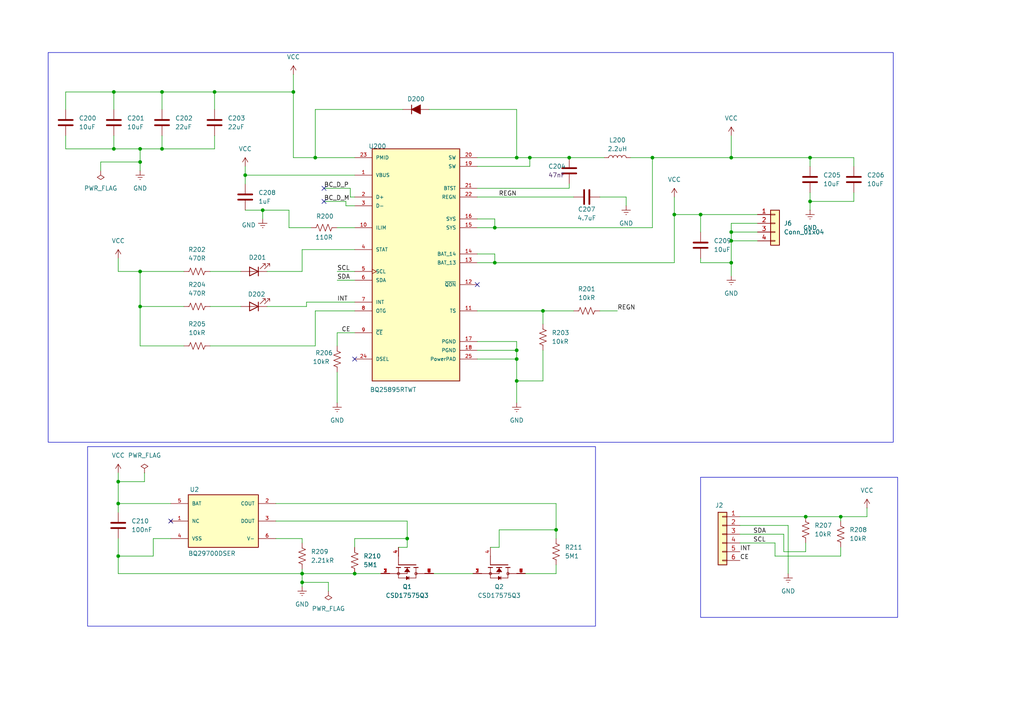
<source format=kicad_sch>
(kicad_sch
	(version 20250114)
	(generator "eeschema")
	(generator_version "9.0")
	(uuid "e1985685-a250-432e-8c74-5e7ae919c5b0")
	(paper "A4")
	(lib_symbols
		(symbol "BQ25895RTWT:BQ25895RTWT"
			(pin_names
				(offset 1.016)
			)
			(exclude_from_sim no)
			(in_bom yes)
			(on_board yes)
			(property "Reference" "U1"
				(at -11.176 31.242 0)
				(effects
					(font
						(size 1.27 1.27)
					)
				)
			)
			(property "Value" "BQ25895RTWT"
				(at -6.604 -39.37 0)
				(effects
					(font
						(size 1.27 1.27)
					)
				)
			)
			(property "Footprint" "BQ25895RTWT:QFN50P400X400X80-25N"
				(at 0 -46.228 0)
				(effects
					(font
						(size 1.27 1.27)
					)
					(justify bottom)
					(hide yes)
				)
			)
			(property "Datasheet" ""
				(at 0 0 0)
				(effects
					(font
						(size 1.27 1.27)
					)
					(hide yes)
				)
			)
			(property "Description" ""
				(at 0 0 0)
				(effects
					(font
						(size 1.27 1.27)
					)
					(hide yes)
				)
			)
			(property "MF" "Texas Instruments"
				(at 0 -46.228 0)
				(effects
					(font
						(size 1.27 1.27)
					)
					(justify bottom)
					(hide yes)
				)
			)
			(property "MAXIMUM_PACKAGE_HEIGHT" "0.8 mm"
				(at 0 -46.228 0)
				(effects
					(font
						(size 1.27 1.27)
					)
					(justify bottom)
					(hide yes)
				)
			)
			(property "Package" "WQFN-24 Texas Instruments"
				(at 0 -46.228 0)
				(effects
					(font
						(size 1.27 1.27)
					)
					(justify bottom)
					(hide yes)
				)
			)
			(property "Price" "None"
				(at 0 -46.228 0)
				(effects
					(font
						(size 1.27 1.27)
					)
					(justify bottom)
					(hide yes)
				)
			)
			(property "Check_prices" "https://www.snapeda.com/parts/BQ25895RTWT/Texas+Instruments/view-part/?ref=eda"
				(at -0.254 -46.228 0)
				(effects
					(font
						(size 1.27 1.27)
					)
					(justify bottom)
					(hide yes)
				)
			)
			(property "STANDARD" "IPC 7351B"
				(at 0 -46.228 0)
				(effects
					(font
						(size 1.27 1.27)
					)
					(justify bottom)
					(hide yes)
				)
			)
			(property "PARTREV" "B"
				(at 0 -46.228 0)
				(effects
					(font
						(size 1.27 1.27)
					)
					(justify bottom)
					(hide yes)
				)
			)
			(property "SnapEDA_Link" "https://www.snapeda.com/parts/BQ25895RTWT/Texas+Instruments/view-part/?ref=snap"
				(at -0.254 -46.228 0)
				(effects
					(font
						(size 1.27 1.27)
					)
					(justify bottom)
					(hide yes)
				)
			)
			(property "MP" "BQ25895RTWT"
				(at 0 -46.228 0)
				(effects
					(font
						(size 1.27 1.27)
					)
					(justify bottom)
					(hide yes)
				)
			)
			(property "Description_1" "I2C 1cell 5A buck battery charger with high input voltage and 3.1-A boost with HVDCP enabled"
				(at -0.254 -46.228 0)
				(effects
					(font
						(size 1.27 1.27)
					)
					(justify bottom)
					(hide yes)
				)
			)
			(property "Availability" "In Stock"
				(at 0 -46.228 0)
				(effects
					(font
						(size 1.27 1.27)
					)
					(justify bottom)
					(hide yes)
				)
			)
			(property "MANUFACTURER" "Texas Instruments"
				(at 0 -46.228 0)
				(effects
					(font
						(size 1.27 1.27)
					)
					(justify bottom)
					(hide yes)
				)
			)
			(symbol "BQ25895RTWT_0_0"
				(rectangle
					(start -12.7 30.48)
					(end 12.7 -36.83)
					(stroke
						(width 0.254)
						(type default)
					)
					(fill
						(type background)
					)
				)
				(pin power_in line
					(at -17.78 22.86 0)
					(length 5.08)
					(name "VBUS"
						(effects
							(font
								(size 1.016 1.016)
							)
						)
					)
					(number "1"
						(effects
							(font
								(size 1.016 1.016)
							)
						)
					)
				)
				(pin bidirectional line
					(at -17.78 16.51 0)
					(length 5.08)
					(name "D+"
						(effects
							(font
								(size 1.016 1.016)
							)
						)
					)
					(number "2"
						(effects
							(font
								(size 1.016 1.016)
							)
						)
					)
				)
				(pin bidirectional line
					(at -17.78 13.97 0)
					(length 5.08)
					(name "D-"
						(effects
							(font
								(size 1.016 1.016)
							)
						)
					)
					(number "3"
						(effects
							(font
								(size 1.016 1.016)
							)
						)
					)
				)
				(pin input line
					(at -17.78 7.62 0)
					(length 5.08)
					(name "ILIM"
						(effects
							(font
								(size 1.016 1.016)
							)
						)
					)
					(number "10"
						(effects
							(font
								(size 1.016 1.016)
							)
						)
					)
				)
				(pin output line
					(at -17.78 1.27 0)
					(length 5.08)
					(name "STAT"
						(effects
							(font
								(size 1.016 1.016)
							)
						)
					)
					(number "4"
						(effects
							(font
								(size 1.016 1.016)
							)
						)
					)
				)
				(pin input clock
					(at -17.78 -5.08 0)
					(length 5.08)
					(name "SCL"
						(effects
							(font
								(size 1.016 1.016)
							)
						)
					)
					(number "5"
						(effects
							(font
								(size 1.016 1.016)
							)
						)
					)
				)
				(pin bidirectional line
					(at -17.78 -7.62 0)
					(length 5.08)
					(name "SDA"
						(effects
							(font
								(size 1.016 1.016)
							)
						)
					)
					(number "6"
						(effects
							(font
								(size 1.016 1.016)
							)
						)
					)
				)
				(pin output line
					(at -17.78 -13.97 0)
					(length 5.08)
					(name "INT"
						(effects
							(font
								(size 1.016 1.016)
							)
						)
					)
					(number "7"
						(effects
							(font
								(size 1.016 1.016)
							)
						)
					)
				)
				(pin input line
					(at -17.78 -16.51 0)
					(length 5.08)
					(name "OTG"
						(effects
							(font
								(size 1.016 1.016)
							)
						)
					)
					(number "8"
						(effects
							(font
								(size 1.016 1.016)
							)
						)
					)
				)
				(pin input line
					(at -17.78 -22.86 0)
					(length 5.08)
					(name "~{CE}"
						(effects
							(font
								(size 1.016 1.016)
							)
						)
					)
					(number "9"
						(effects
							(font
								(size 1.016 1.016)
							)
						)
					)
				)
				(pin output line
					(at -17.78 -30.48 0)
					(length 5.08)
					(name "DSEL"
						(effects
							(font
								(size 1.016 1.016)
							)
						)
					)
					(number "24"
						(effects
							(font
								(size 1.016 1.016)
							)
						)
					)
				)
				(pin input line
					(at 17.78 19.05 180)
					(length 5.08)
					(name "BTST"
						(effects
							(font
								(size 1.016 1.016)
							)
						)
					)
					(number "21"
						(effects
							(font
								(size 1.016 1.016)
							)
						)
					)
				)
				(pin power_in line
					(at 17.78 0 180)
					(length 5.08)
					(name "BAT_14"
						(effects
							(font
								(size 1.016 1.016)
							)
						)
					)
					(number "14"
						(effects
							(font
								(size 1.016 1.016)
							)
						)
					)
				)
				(pin power_in line
					(at 17.78 -2.54 180)
					(length 5.08)
					(name "BAT_13"
						(effects
							(font
								(size 1.016 1.016)
							)
						)
					)
					(number "13"
						(effects
							(font
								(size 1.016 1.016)
							)
						)
					)
				)
				(pin input line
					(at 17.78 -8.89 180)
					(length 5.08)
					(name "~{QON}"
						(effects
							(font
								(size 1.016 1.016)
							)
						)
					)
					(number "12"
						(effects
							(font
								(size 1.016 1.016)
							)
						)
					)
				)
				(pin input line
					(at 17.78 -16.51 180)
					(length 5.08)
					(name "TS"
						(effects
							(font
								(size 1.016 1.016)
							)
						)
					)
					(number "11"
						(effects
							(font
								(size 1.016 1.016)
							)
						)
					)
				)
			)
			(symbol "BQ25895RTWT_1_0"
				(pin passive line
					(at -17.78 27.94 0)
					(length 5.08)
					(name "PMID"
						(effects
							(font
								(size 1.016 1.016)
							)
						)
					)
					(number "23"
						(effects
							(font
								(size 1.016 1.016)
							)
						)
					)
				)
				(pin output line
					(at 17.78 27.94 180)
					(length 5.08)
					(name "SW"
						(effects
							(font
								(size 1.016 1.016)
							)
						)
					)
					(number "20"
						(effects
							(font
								(size 1.016 1.016)
							)
						)
					)
				)
				(pin passive line
					(at 17.78 25.4 180)
					(length 5.08)
					(name "SW"
						(effects
							(font
								(size 1.016 1.016)
							)
						)
					)
					(number "19"
						(effects
							(font
								(size 1.016 1.016)
							)
						)
					)
				)
				(pin power_out line
					(at 17.78 16.51 180)
					(length 5.08)
					(name "REGN"
						(effects
							(font
								(size 1.016 1.016)
							)
						)
					)
					(number "22"
						(effects
							(font
								(size 1.016 1.016)
							)
						)
					)
				)
				(pin power_in line
					(at 17.78 10.16 180)
					(length 5.08)
					(name "SYS"
						(effects
							(font
								(size 1.016 1.016)
							)
						)
					)
					(number "16"
						(effects
							(font
								(size 1.016 1.016)
							)
						)
					)
				)
				(pin power_in line
					(at 17.78 7.62 180)
					(length 5.08)
					(name "SYS"
						(effects
							(font
								(size 1.016 1.016)
							)
						)
					)
					(number "15"
						(effects
							(font
								(size 1.016 1.016)
							)
						)
					)
				)
				(pin power_in line
					(at 17.78 -25.4 180)
					(length 5.08)
					(name "PGND"
						(effects
							(font
								(size 1.016 1.016)
							)
						)
					)
					(number "17"
						(effects
							(font
								(size 1.016 1.016)
							)
						)
					)
				)
				(pin power_in line
					(at 17.78 -27.94 180)
					(length 5.08)
					(name "PGND"
						(effects
							(font
								(size 1.016 1.016)
							)
						)
					)
					(number "18"
						(effects
							(font
								(size 1.016 1.016)
							)
						)
					)
				)
				(pin power_in line
					(at 17.78 -30.48 180)
					(length 5.08)
					(name "PowerPAD"
						(effects
							(font
								(size 1.016 1.016)
							)
						)
					)
					(number "25"
						(effects
							(font
								(size 1.016 1.016)
							)
						)
					)
				)
			)
			(embedded_fonts no)
		)
		(symbol "BQ29700DSER:BQ29700DSER"
			(pin_names
				(offset 1.016)
			)
			(exclude_from_sim no)
			(in_bom yes)
			(on_board yes)
			(property "Reference" "U2"
				(at 0 17.78 0)
				(effects
					(font
						(size 1.27 1.27)
					)
				)
			)
			(property "Value" "BQ29700DSER"
				(at 0 15.24 0)
				(effects
					(font
						(size 1.27 1.27)
					)
				)
			)
			(property "Footprint" "BQ29700DSER:SON50P150X150X80-6N"
				(at 0.254 -20.828 0)
				(effects
					(font
						(size 1.27 1.27)
					)
					(justify bottom)
					(hide yes)
				)
			)
			(property "Datasheet" ""
				(at 0 0 0)
				(effects
					(font
						(size 1.27 1.27)
					)
					(hide yes)
				)
			)
			(property "Description" ""
				(at 0 0 0)
				(effects
					(font
						(size 1.27 1.27)
					)
					(hide yes)
				)
			)
			(property "MF" "Texas Instruments"
				(at 0.254 -20.828 0)
				(effects
					(font
						(size 1.27 1.27)
					)
					(justify bottom)
					(hide yes)
				)
			)
			(property "MAXIMUM_PACKAGE_HEIGHT" "0.8mm"
				(at 0.254 -20.828 0)
				(effects
					(font
						(size 1.27 1.27)
					)
					(justify bottom)
					(hide yes)
				)
			)
			(property "Package" "WSON-6 Texas Instruments"
				(at 0.254 -20.828 0)
				(effects
					(font
						(size 1.27 1.27)
					)
					(justify bottom)
					(hide yes)
				)
			)
			(property "Price" "None"
				(at 0.254 -20.828 0)
				(effects
					(font
						(size 1.27 1.27)
					)
					(justify bottom)
					(hide yes)
				)
			)
			(property "Check_prices" "https://www.snapeda.com/parts/BQ29700DSER/Texas+Instruments/view-part/?ref=eda"
				(at -0.508 -20.828 0)
				(effects
					(font
						(size 1.27 1.27)
					)
					(justify bottom)
					(hide yes)
				)
			)
			(property "STANDARD" "IPC-7351B"
				(at 0.254 -20.828 0)
				(effects
					(font
						(size 1.27 1.27)
					)
					(justify bottom)
					(hide yes)
				)
			)
			(property "PARTREV" "G"
				(at 0.254 -20.828 0)
				(effects
					(font
						(size 1.27 1.27)
					)
					(justify bottom)
					(hide yes)
				)
			)
			(property "SnapEDA_Link" "https://www.snapeda.com/parts/BQ29700DSER/Texas+Instruments/view-part/?ref=snap"
				(at -0.508 -20.828 0)
				(effects
					(font
						(size 1.27 1.27)
					)
					(justify bottom)
					(hide yes)
				)
			)
			(property "MP" "BQ29700DSER"
				(at 0.254 -20.828 0)
				(effects
					(font
						(size 1.27 1.27)
					)
					(justify bottom)
					(hide yes)
				)
			)
			(property "Description_1" "Li-Ion/Li Polymer Advanced Single-Cell Battery Protector IC Family"
				(at -0.508 -20.828 0)
				(effects
					(font
						(size 1.27 1.27)
					)
					(justify bottom)
					(hide yes)
				)
			)
			(property "Availability" "In Stock"
				(at 0.254 -20.828 0)
				(effects
					(font
						(size 1.27 1.27)
					)
					(justify bottom)
					(hide yes)
				)
			)
			(property "MANUFACTURER" "Texas Instruments"
				(at 0.254 -20.828 0)
				(effects
					(font
						(size 1.27 1.27)
					)
					(justify bottom)
					(hide yes)
				)
			)
			(symbol "BQ29700DSER_0_0"
				(rectangle
					(start -10.16 12.7)
					(end 10.16 -2.54)
					(stroke
						(width 0.254)
						(type default)
					)
					(fill
						(type background)
					)
				)
				(pin power_in line
					(at -15.24 10.16 0)
					(length 5.08)
					(name "BAT"
						(effects
							(font
								(size 1.016 1.016)
							)
						)
					)
					(number "5"
						(effects
							(font
								(size 1.016 1.016)
							)
						)
					)
				)
				(pin no_connect line
					(at -15.24 5.08 0)
					(length 5.08)
					(name "NC"
						(effects
							(font
								(size 1.016 1.016)
							)
						)
					)
					(number "1"
						(effects
							(font
								(size 1.016 1.016)
							)
						)
					)
				)
				(pin power_in line
					(at -15.24 0 0)
					(length 5.08)
					(name "VSS"
						(effects
							(font
								(size 1.016 1.016)
							)
						)
					)
					(number "4"
						(effects
							(font
								(size 1.016 1.016)
							)
						)
					)
				)
				(pin output line
					(at 15.24 10.16 180)
					(length 5.08)
					(name "COUT"
						(effects
							(font
								(size 1.016 1.016)
							)
						)
					)
					(number "2"
						(effects
							(font
								(size 1.016 1.016)
							)
						)
					)
				)
				(pin output line
					(at 15.24 5.08 180)
					(length 5.08)
					(name "DOUT"
						(effects
							(font
								(size 1.016 1.016)
							)
						)
					)
					(number "3"
						(effects
							(font
								(size 1.016 1.016)
							)
						)
					)
				)
				(pin bidirectional line
					(at 15.24 0 180)
					(length 5.08)
					(name "V-"
						(effects
							(font
								(size 1.016 1.016)
							)
						)
					)
					(number "6"
						(effects
							(font
								(size 1.016 1.016)
							)
						)
					)
				)
			)
			(embedded_fonts no)
		)
		(symbol "CSD17575Q3:CSD17575Q3"
			(pin_names
				(offset 1.016)
			)
			(exclude_from_sim no)
			(in_bom yes)
			(on_board yes)
			(property "Reference" "Q"
				(at -13.9655 7.623 0)
				(effects
					(font
						(size 1.27 1.27)
					)
					(justify left bottom)
				)
			)
			(property "Value" "CSD17575Q3"
				(at -13.9651 -10.1633 0)
				(effects
					(font
						(size 1.27 1.27)
					)
					(justify left bottom)
				)
			)
			(property "Footprint" "CSD17575Q3:TRANS_CSD17575Q3"
				(at 0 0 0)
				(effects
					(font
						(size 1.27 1.27)
					)
					(justify bottom)
					(hide yes)
				)
			)
			(property "Datasheet" ""
				(at 0 0 0)
				(effects
					(font
						(size 1.27 1.27)
					)
					(hide yes)
				)
			)
			(property "Description" ""
				(at 0 0 0)
				(effects
					(font
						(size 1.27 1.27)
					)
					(hide yes)
				)
			)
			(property "MF" "Texas Instruments"
				(at 0 0 0)
				(effects
					(font
						(size 1.27 1.27)
					)
					(justify bottom)
					(hide yes)
				)
			)
			(property "Description_1" "30-V, N channel NexFET™ power MOSFET, single SON 3 mm x 3 mm, 3.2 mOhm"
				(at 0 0 0)
				(effects
					(font
						(size 1.27 1.27)
					)
					(justify bottom)
					(hide yes)
				)
			)
			(property "Package" "VSON-CLIP-8 Texas Instruments"
				(at 0 0 0)
				(effects
					(font
						(size 1.27 1.27)
					)
					(justify bottom)
					(hide yes)
				)
			)
			(property "Price" "None"
				(at 0 0 0)
				(effects
					(font
						(size 1.27 1.27)
					)
					(justify bottom)
					(hide yes)
				)
			)
			(property "Check_prices" "https://www.snapeda.com/parts/CSD17575Q3/Texas+Instruments/view-part/?ref=eda"
				(at 0 0 0)
				(effects
					(font
						(size 1.27 1.27)
					)
					(justify bottom)
					(hide yes)
				)
			)
			(property "STANDARD" "Manufacturer Recommendations"
				(at 0 0 0)
				(effects
					(font
						(size 1.27 1.27)
					)
					(justify bottom)
					(hide yes)
				)
			)
			(property "PARTREV" "A"
				(at 0 0 0)
				(effects
					(font
						(size 1.27 1.27)
					)
					(justify bottom)
					(hide yes)
				)
			)
			(property "SnapEDA_Link" "https://www.snapeda.com/parts/CSD17575Q3/Texas+Instruments/view-part/?ref=snap"
				(at 0 0 0)
				(effects
					(font
						(size 1.27 1.27)
					)
					(justify bottom)
					(hide yes)
				)
			)
			(property "MP" "CSD17575Q3"
				(at 0 0 0)
				(effects
					(font
						(size 1.27 1.27)
					)
					(justify bottom)
					(hide yes)
				)
			)
			(property "Availability" "In Stock"
				(at 0 0 0)
				(effects
					(font
						(size 1.27 1.27)
					)
					(justify bottom)
					(hide yes)
				)
			)
			(property "MANUFACTURER" "TEXAS INSTRUMENTS"
				(at 0 0 0)
				(effects
					(font
						(size 1.27 1.27)
					)
					(justify bottom)
					(hide yes)
				)
			)
			(symbol "CSD17575Q3_0_0"
				(polyline
					(pts
						(xy -5.08 -2.54) (xy -2.54 -2.54)
					)
					(stroke
						(width 0.1778)
						(type default)
					)
					(fill
						(type none)
					)
				)
				(polyline
					(pts
						(xy -2.54 -2.54) (xy -2.54 2.54)
					)
					(stroke
						(width 0.254)
						(type default)
					)
					(fill
						(type none)
					)
				)
				(polyline
					(pts
						(xy -1.778 2.54) (xy -1.778 3.175)
					)
					(stroke
						(width 0.254)
						(type default)
					)
					(fill
						(type none)
					)
				)
				(polyline
					(pts
						(xy -1.778 1.905) (xy -1.778 2.54)
					)
					(stroke
						(width 0.254)
						(type default)
					)
					(fill
						(type none)
					)
				)
				(polyline
					(pts
						(xy -1.778 0) (xy -1.778 0.762)
					)
					(stroke
						(width 0.254)
						(type default)
					)
					(fill
						(type none)
					)
				)
				(polyline
					(pts
						(xy -1.778 0) (xy 0 0)
					)
					(stroke
						(width 0.1524)
						(type default)
					)
					(fill
						(type none)
					)
				)
				(polyline
					(pts
						(xy -1.778 -0.762) (xy -1.778 0)
					)
					(stroke
						(width 0.254)
						(type default)
					)
					(fill
						(type none)
					)
				)
				(polyline
					(pts
						(xy -1.778 -2.54) (xy -1.778 -1.905)
					)
					(stroke
						(width 0.254)
						(type default)
					)
					(fill
						(type none)
					)
				)
				(polyline
					(pts
						(xy -1.778 -2.54) (xy 0 -2.54)
					)
					(stroke
						(width 0.1524)
						(type default)
					)
					(fill
						(type none)
					)
				)
				(polyline
					(pts
						(xy -1.778 -3.175) (xy -1.778 -2.54)
					)
					(stroke
						(width 0.254)
						(type default)
					)
					(fill
						(type none)
					)
				)
				(polyline
					(pts
						(xy -1.524 0) (xy -0.508 -0.762) (xy -0.508 0.762) (xy -1.524 0)
					)
					(stroke
						(width 0.1524)
						(type default)
					)
					(fill
						(type outline)
					)
				)
				(circle
					(center 0 2.54)
					(radius 0.3592)
					(stroke
						(width 0)
						(type default)
					)
					(fill
						(type none)
					)
				)
				(polyline
					(pts
						(xy 0 2.54) (xy -1.778 2.54)
					)
					(stroke
						(width 0.1524)
						(type default)
					)
					(fill
						(type none)
					)
				)
				(polyline
					(pts
						(xy 0 2.54) (xy 0 5.08)
					)
					(stroke
						(width 0.1778)
						(type default)
					)
					(fill
						(type none)
					)
				)
				(polyline
					(pts
						(xy 0 0) (xy 0 -2.54)
					)
					(stroke
						(width 0.1778)
						(type default)
					)
					(fill
						(type none)
					)
				)
				(polyline
					(pts
						(xy 0 -2.54) (xy 0 -5.08)
					)
					(stroke
						(width 0.1778)
						(type default)
					)
					(fill
						(type none)
					)
				)
				(polyline
					(pts
						(xy 0 -2.54) (xy 1.27 -2.54)
					)
					(stroke
						(width 0.1524)
						(type default)
					)
					(fill
						(type none)
					)
				)
				(circle
					(center 0 -2.54)
					(radius 0.3592)
					(stroke
						(width 0)
						(type default)
					)
					(fill
						(type none)
					)
				)
				(polyline
					(pts
						(xy 0.762 0.508) (xy 1.27 0.508)
					)
					(stroke
						(width 0.1524)
						(type default)
					)
					(fill
						(type none)
					)
				)
				(polyline
					(pts
						(xy 1.27 2.54) (xy 0 2.54)
					)
					(stroke
						(width 0.1524)
						(type default)
					)
					(fill
						(type none)
					)
				)
				(polyline
					(pts
						(xy 1.27 0.508) (xy 1.27 2.54)
					)
					(stroke
						(width 0.1524)
						(type default)
					)
					(fill
						(type none)
					)
				)
				(polyline
					(pts
						(xy 1.27 0.508) (xy 1.778 0.508)
					)
					(stroke
						(width 0.1524)
						(type default)
					)
					(fill
						(type none)
					)
				)
				(polyline
					(pts
						(xy 1.27 0.508) (xy 1.778 -0.254) (xy 0.762 -0.254) (xy 1.27 0.508)
					)
					(stroke
						(width 0.1524)
						(type default)
					)
					(fill
						(type outline)
					)
				)
				(polyline
					(pts
						(xy 1.27 -2.54) (xy 1.27 0.508)
					)
					(stroke
						(width 0.1524)
						(type default)
					)
					(fill
						(type none)
					)
				)
				(pin passive line
					(at -7.62 -2.54 0)
					(length 2.54)
					(name "~"
						(effects
							(font
								(size 1.016 1.016)
							)
						)
					)
					(number "4"
						(effects
							(font
								(size 1.016 1.016)
							)
						)
					)
				)
				(pin passive line
					(at 0 7.62 270)
					(length 2.54)
					(name "~"
						(effects
							(font
								(size 1.016 1.016)
							)
						)
					)
					(number "5"
						(effects
							(font
								(size 1.016 1.016)
							)
						)
					)
				)
				(pin passive line
					(at 0 7.62 270)
					(length 2.54)
					(name "~"
						(effects
							(font
								(size 1.016 1.016)
							)
						)
					)
					(number "6"
						(effects
							(font
								(size 1.016 1.016)
							)
						)
					)
				)
				(pin passive line
					(at 0 7.62 270)
					(length 2.54)
					(name "~"
						(effects
							(font
								(size 1.016 1.016)
							)
						)
					)
					(number "7"
						(effects
							(font
								(size 1.016 1.016)
							)
						)
					)
				)
				(pin passive line
					(at 0 7.62 270)
					(length 2.54)
					(name "~"
						(effects
							(font
								(size 1.016 1.016)
							)
						)
					)
					(number "8"
						(effects
							(font
								(size 1.016 1.016)
							)
						)
					)
				)
				(pin passive line
					(at 0 7.62 270)
					(length 2.54)
					(name "~"
						(effects
							(font
								(size 1.016 1.016)
							)
						)
					)
					(number "9"
						(effects
							(font
								(size 1.016 1.016)
							)
						)
					)
				)
				(pin passive line
					(at 0 -7.62 90)
					(length 2.54)
					(name "~"
						(effects
							(font
								(size 1.016 1.016)
							)
						)
					)
					(number "1"
						(effects
							(font
								(size 1.016 1.016)
							)
						)
					)
				)
				(pin passive line
					(at 0 -7.62 90)
					(length 2.54)
					(name "~"
						(effects
							(font
								(size 1.016 1.016)
							)
						)
					)
					(number "2"
						(effects
							(font
								(size 1.016 1.016)
							)
						)
					)
				)
				(pin passive line
					(at 0 -7.62 90)
					(length 2.54)
					(name "~"
						(effects
							(font
								(size 1.016 1.016)
							)
						)
					)
					(number "3"
						(effects
							(font
								(size 1.016 1.016)
							)
						)
					)
				)
			)
			(embedded_fonts no)
		)
		(symbol "Connector_Generic:Conn_01x04"
			(pin_names
				(offset 1.016)
				(hide yes)
			)
			(exclude_from_sim no)
			(in_bom yes)
			(on_board yes)
			(property "Reference" "J"
				(at 0 5.08 0)
				(effects
					(font
						(size 1.27 1.27)
					)
				)
			)
			(property "Value" "Conn_01x04"
				(at 0 -7.62 0)
				(effects
					(font
						(size 1.27 1.27)
					)
				)
			)
			(property "Footprint" ""
				(at 0 0 0)
				(effects
					(font
						(size 1.27 1.27)
					)
					(hide yes)
				)
			)
			(property "Datasheet" "~"
				(at 0 0 0)
				(effects
					(font
						(size 1.27 1.27)
					)
					(hide yes)
				)
			)
			(property "Description" "Generic connector, single row, 01x04, script generated (kicad-library-utils/schlib/autogen/connector/)"
				(at 0 0 0)
				(effects
					(font
						(size 1.27 1.27)
					)
					(hide yes)
				)
			)
			(property "ki_keywords" "connector"
				(at 0 0 0)
				(effects
					(font
						(size 1.27 1.27)
					)
					(hide yes)
				)
			)
			(property "ki_fp_filters" "Connector*:*_1x??_*"
				(at 0 0 0)
				(effects
					(font
						(size 1.27 1.27)
					)
					(hide yes)
				)
			)
			(symbol "Conn_01x04_1_1"
				(rectangle
					(start -1.27 3.81)
					(end 1.27 -6.35)
					(stroke
						(width 0.254)
						(type default)
					)
					(fill
						(type background)
					)
				)
				(rectangle
					(start -1.27 2.667)
					(end 0 2.413)
					(stroke
						(width 0.1524)
						(type default)
					)
					(fill
						(type none)
					)
				)
				(rectangle
					(start -1.27 0.127)
					(end 0 -0.127)
					(stroke
						(width 0.1524)
						(type default)
					)
					(fill
						(type none)
					)
				)
				(rectangle
					(start -1.27 -2.413)
					(end 0 -2.667)
					(stroke
						(width 0.1524)
						(type default)
					)
					(fill
						(type none)
					)
				)
				(rectangle
					(start -1.27 -4.953)
					(end 0 -5.207)
					(stroke
						(width 0.1524)
						(type default)
					)
					(fill
						(type none)
					)
				)
				(pin passive line
					(at -5.08 2.54 0)
					(length 3.81)
					(name "Pin_1"
						(effects
							(font
								(size 1.27 1.27)
							)
						)
					)
					(number "1"
						(effects
							(font
								(size 1.27 1.27)
							)
						)
					)
				)
				(pin passive line
					(at -5.08 0 0)
					(length 3.81)
					(name "Pin_2"
						(effects
							(font
								(size 1.27 1.27)
							)
						)
					)
					(number "2"
						(effects
							(font
								(size 1.27 1.27)
							)
						)
					)
				)
				(pin passive line
					(at -5.08 -2.54 0)
					(length 3.81)
					(name "Pin_3"
						(effects
							(font
								(size 1.27 1.27)
							)
						)
					)
					(number "3"
						(effects
							(font
								(size 1.27 1.27)
							)
						)
					)
				)
				(pin passive line
					(at -5.08 -5.08 0)
					(length 3.81)
					(name "Pin_4"
						(effects
							(font
								(size 1.27 1.27)
							)
						)
					)
					(number "4"
						(effects
							(font
								(size 1.27 1.27)
							)
						)
					)
				)
			)
			(embedded_fonts no)
		)
		(symbol "Connector_Generic:Conn_01x06"
			(pin_names
				(offset 1.016)
				(hide yes)
			)
			(exclude_from_sim no)
			(in_bom yes)
			(on_board yes)
			(property "Reference" "J"
				(at 0 7.62 0)
				(effects
					(font
						(size 1.27 1.27)
					)
				)
			)
			(property "Value" "Conn_01x06"
				(at 0 -10.16 0)
				(effects
					(font
						(size 1.27 1.27)
					)
				)
			)
			(property "Footprint" ""
				(at 0 0 0)
				(effects
					(font
						(size 1.27 1.27)
					)
					(hide yes)
				)
			)
			(property "Datasheet" "~"
				(at 0 0 0)
				(effects
					(font
						(size 1.27 1.27)
					)
					(hide yes)
				)
			)
			(property "Description" "Generic connector, single row, 01x06, script generated (kicad-library-utils/schlib/autogen/connector/)"
				(at 0 0 0)
				(effects
					(font
						(size 1.27 1.27)
					)
					(hide yes)
				)
			)
			(property "ki_keywords" "connector"
				(at 0 0 0)
				(effects
					(font
						(size 1.27 1.27)
					)
					(hide yes)
				)
			)
			(property "ki_fp_filters" "Connector*:*_1x??_*"
				(at 0 0 0)
				(effects
					(font
						(size 1.27 1.27)
					)
					(hide yes)
				)
			)
			(symbol "Conn_01x06_1_1"
				(rectangle
					(start -1.27 6.35)
					(end 1.27 -8.89)
					(stroke
						(width 0.254)
						(type default)
					)
					(fill
						(type background)
					)
				)
				(rectangle
					(start -1.27 5.207)
					(end 0 4.953)
					(stroke
						(width 0.1524)
						(type default)
					)
					(fill
						(type none)
					)
				)
				(rectangle
					(start -1.27 2.667)
					(end 0 2.413)
					(stroke
						(width 0.1524)
						(type default)
					)
					(fill
						(type none)
					)
				)
				(rectangle
					(start -1.27 0.127)
					(end 0 -0.127)
					(stroke
						(width 0.1524)
						(type default)
					)
					(fill
						(type none)
					)
				)
				(rectangle
					(start -1.27 -2.413)
					(end 0 -2.667)
					(stroke
						(width 0.1524)
						(type default)
					)
					(fill
						(type none)
					)
				)
				(rectangle
					(start -1.27 -4.953)
					(end 0 -5.207)
					(stroke
						(width 0.1524)
						(type default)
					)
					(fill
						(type none)
					)
				)
				(rectangle
					(start -1.27 -7.493)
					(end 0 -7.747)
					(stroke
						(width 0.1524)
						(type default)
					)
					(fill
						(type none)
					)
				)
				(pin passive line
					(at -5.08 5.08 0)
					(length 3.81)
					(name "Pin_1"
						(effects
							(font
								(size 1.27 1.27)
							)
						)
					)
					(number "1"
						(effects
							(font
								(size 1.27 1.27)
							)
						)
					)
				)
				(pin passive line
					(at -5.08 2.54 0)
					(length 3.81)
					(name "Pin_2"
						(effects
							(font
								(size 1.27 1.27)
							)
						)
					)
					(number "2"
						(effects
							(font
								(size 1.27 1.27)
							)
						)
					)
				)
				(pin passive line
					(at -5.08 0 0)
					(length 3.81)
					(name "Pin_3"
						(effects
							(font
								(size 1.27 1.27)
							)
						)
					)
					(number "3"
						(effects
							(font
								(size 1.27 1.27)
							)
						)
					)
				)
				(pin passive line
					(at -5.08 -2.54 0)
					(length 3.81)
					(name "Pin_4"
						(effects
							(font
								(size 1.27 1.27)
							)
						)
					)
					(number "4"
						(effects
							(font
								(size 1.27 1.27)
							)
						)
					)
				)
				(pin passive line
					(at -5.08 -5.08 0)
					(length 3.81)
					(name "Pin_5"
						(effects
							(font
								(size 1.27 1.27)
							)
						)
					)
					(number "5"
						(effects
							(font
								(size 1.27 1.27)
							)
						)
					)
				)
				(pin passive line
					(at -5.08 -7.62 0)
					(length 3.81)
					(name "Pin_6"
						(effects
							(font
								(size 1.27 1.27)
							)
						)
					)
					(number "6"
						(effects
							(font
								(size 1.27 1.27)
							)
						)
					)
				)
			)
			(embedded_fonts no)
		)
		(symbol "Device:C"
			(pin_numbers
				(hide yes)
			)
			(pin_names
				(offset 0.254)
			)
			(exclude_from_sim no)
			(in_bom yes)
			(on_board yes)
			(property "Reference" "C"
				(at 0.635 2.54 0)
				(effects
					(font
						(size 1.27 1.27)
					)
					(justify left)
				)
			)
			(property "Value" "C"
				(at 0.635 -2.54 0)
				(effects
					(font
						(size 1.27 1.27)
					)
					(justify left)
				)
			)
			(property "Footprint" ""
				(at 0.9652 -3.81 0)
				(effects
					(font
						(size 1.27 1.27)
					)
					(hide yes)
				)
			)
			(property "Datasheet" "~"
				(at 0 0 0)
				(effects
					(font
						(size 1.27 1.27)
					)
					(hide yes)
				)
			)
			(property "Description" "Unpolarized capacitor"
				(at 0 0 0)
				(effects
					(font
						(size 1.27 1.27)
					)
					(hide yes)
				)
			)
			(property "ki_keywords" "cap capacitor"
				(at 0 0 0)
				(effects
					(font
						(size 1.27 1.27)
					)
					(hide yes)
				)
			)
			(property "ki_fp_filters" "C_*"
				(at 0 0 0)
				(effects
					(font
						(size 1.27 1.27)
					)
					(hide yes)
				)
			)
			(symbol "C_0_1"
				(polyline
					(pts
						(xy -2.032 0.762) (xy 2.032 0.762)
					)
					(stroke
						(width 0.508)
						(type default)
					)
					(fill
						(type none)
					)
				)
				(polyline
					(pts
						(xy -2.032 -0.762) (xy 2.032 -0.762)
					)
					(stroke
						(width 0.508)
						(type default)
					)
					(fill
						(type none)
					)
				)
			)
			(symbol "C_1_1"
				(pin passive line
					(at 0 3.81 270)
					(length 2.794)
					(name "~"
						(effects
							(font
								(size 1.27 1.27)
							)
						)
					)
					(number "1"
						(effects
							(font
								(size 1.27 1.27)
							)
						)
					)
				)
				(pin passive line
					(at 0 -3.81 90)
					(length 2.794)
					(name "~"
						(effects
							(font
								(size 1.27 1.27)
							)
						)
					)
					(number "2"
						(effects
							(font
								(size 1.27 1.27)
							)
						)
					)
				)
			)
			(embedded_fonts no)
		)
		(symbol "Device:D_Filled"
			(pin_numbers
				(hide yes)
			)
			(pin_names
				(offset 1.016)
				(hide yes)
			)
			(exclude_from_sim no)
			(in_bom yes)
			(on_board yes)
			(property "Reference" "D"
				(at 0 2.54 0)
				(effects
					(font
						(size 1.27 1.27)
					)
				)
			)
			(property "Value" "D_Filled"
				(at 0 -2.54 0)
				(effects
					(font
						(size 1.27 1.27)
					)
				)
			)
			(property "Footprint" ""
				(at 0 0 0)
				(effects
					(font
						(size 1.27 1.27)
					)
					(hide yes)
				)
			)
			(property "Datasheet" "~"
				(at 0 0 0)
				(effects
					(font
						(size 1.27 1.27)
					)
					(hide yes)
				)
			)
			(property "Description" "Diode, filled shape"
				(at 0 0 0)
				(effects
					(font
						(size 1.27 1.27)
					)
					(hide yes)
				)
			)
			(property "Sim.Device" "D"
				(at 0 0 0)
				(effects
					(font
						(size 1.27 1.27)
					)
					(hide yes)
				)
			)
			(property "Sim.Pins" "1=K 2=A"
				(at 0 0 0)
				(effects
					(font
						(size 1.27 1.27)
					)
					(hide yes)
				)
			)
			(property "ki_keywords" "diode"
				(at 0 0 0)
				(effects
					(font
						(size 1.27 1.27)
					)
					(hide yes)
				)
			)
			(property "ki_fp_filters" "TO-???* *_Diode_* *SingleDiode* D_*"
				(at 0 0 0)
				(effects
					(font
						(size 1.27 1.27)
					)
					(hide yes)
				)
			)
			(symbol "D_Filled_0_1"
				(polyline
					(pts
						(xy -1.27 1.27) (xy -1.27 -1.27)
					)
					(stroke
						(width 0.254)
						(type default)
					)
					(fill
						(type none)
					)
				)
				(polyline
					(pts
						(xy 1.27 1.27) (xy 1.27 -1.27) (xy -1.27 0) (xy 1.27 1.27)
					)
					(stroke
						(width 0.254)
						(type default)
					)
					(fill
						(type outline)
					)
				)
				(polyline
					(pts
						(xy 1.27 0) (xy -1.27 0)
					)
					(stroke
						(width 0)
						(type default)
					)
					(fill
						(type none)
					)
				)
			)
			(symbol "D_Filled_1_1"
				(pin passive line
					(at -3.81 0 0)
					(length 2.54)
					(name "K"
						(effects
							(font
								(size 1.27 1.27)
							)
						)
					)
					(number "1"
						(effects
							(font
								(size 1.27 1.27)
							)
						)
					)
				)
				(pin passive line
					(at 3.81 0 180)
					(length 2.54)
					(name "A"
						(effects
							(font
								(size 1.27 1.27)
							)
						)
					)
					(number "2"
						(effects
							(font
								(size 1.27 1.27)
							)
						)
					)
				)
			)
			(embedded_fonts no)
		)
		(symbol "Device:L"
			(pin_numbers
				(hide yes)
			)
			(pin_names
				(offset 1.016)
				(hide yes)
			)
			(exclude_from_sim no)
			(in_bom yes)
			(on_board yes)
			(property "Reference" "L"
				(at -1.27 0 90)
				(effects
					(font
						(size 1.27 1.27)
					)
				)
			)
			(property "Value" "L"
				(at 1.905 0 90)
				(effects
					(font
						(size 1.27 1.27)
					)
				)
			)
			(property "Footprint" ""
				(at 0 0 0)
				(effects
					(font
						(size 1.27 1.27)
					)
					(hide yes)
				)
			)
			(property "Datasheet" "~"
				(at 0 0 0)
				(effects
					(font
						(size 1.27 1.27)
					)
					(hide yes)
				)
			)
			(property "Description" "Inductor"
				(at 0 0 0)
				(effects
					(font
						(size 1.27 1.27)
					)
					(hide yes)
				)
			)
			(property "ki_keywords" "inductor choke coil reactor magnetic"
				(at 0 0 0)
				(effects
					(font
						(size 1.27 1.27)
					)
					(hide yes)
				)
			)
			(property "ki_fp_filters" "Choke_* *Coil* Inductor_* L_*"
				(at 0 0 0)
				(effects
					(font
						(size 1.27 1.27)
					)
					(hide yes)
				)
			)
			(symbol "L_0_1"
				(arc
					(start 0 2.54)
					(mid 0.6323 1.905)
					(end 0 1.27)
					(stroke
						(width 0)
						(type default)
					)
					(fill
						(type none)
					)
				)
				(arc
					(start 0 1.27)
					(mid 0.6323 0.635)
					(end 0 0)
					(stroke
						(width 0)
						(type default)
					)
					(fill
						(type none)
					)
				)
				(arc
					(start 0 0)
					(mid 0.6323 -0.635)
					(end 0 -1.27)
					(stroke
						(width 0)
						(type default)
					)
					(fill
						(type none)
					)
				)
				(arc
					(start 0 -1.27)
					(mid 0.6323 -1.905)
					(end 0 -2.54)
					(stroke
						(width 0)
						(type default)
					)
					(fill
						(type none)
					)
				)
			)
			(symbol "L_1_1"
				(pin passive line
					(at 0 3.81 270)
					(length 1.27)
					(name "1"
						(effects
							(font
								(size 1.27 1.27)
							)
						)
					)
					(number "1"
						(effects
							(font
								(size 1.27 1.27)
							)
						)
					)
				)
				(pin passive line
					(at 0 -3.81 90)
					(length 1.27)
					(name "2"
						(effects
							(font
								(size 1.27 1.27)
							)
						)
					)
					(number "2"
						(effects
							(font
								(size 1.27 1.27)
							)
						)
					)
				)
			)
			(embedded_fonts no)
		)
		(symbol "Device:LED"
			(pin_numbers
				(hide yes)
			)
			(pin_names
				(offset 1.016)
				(hide yes)
			)
			(exclude_from_sim no)
			(in_bom yes)
			(on_board yes)
			(property "Reference" "D"
				(at 0 2.54 0)
				(effects
					(font
						(size 1.27 1.27)
					)
				)
			)
			(property "Value" "LED"
				(at 0 -2.54 0)
				(effects
					(font
						(size 1.27 1.27)
					)
				)
			)
			(property "Footprint" ""
				(at 0 0 0)
				(effects
					(font
						(size 1.27 1.27)
					)
					(hide yes)
				)
			)
			(property "Datasheet" "~"
				(at 0 0 0)
				(effects
					(font
						(size 1.27 1.27)
					)
					(hide yes)
				)
			)
			(property "Description" "Light emitting diode"
				(at 0 0 0)
				(effects
					(font
						(size 1.27 1.27)
					)
					(hide yes)
				)
			)
			(property "Sim.Pins" "1=K 2=A"
				(at 0 0 0)
				(effects
					(font
						(size 1.27 1.27)
					)
					(hide yes)
				)
			)
			(property "ki_keywords" "LED diode"
				(at 0 0 0)
				(effects
					(font
						(size 1.27 1.27)
					)
					(hide yes)
				)
			)
			(property "ki_fp_filters" "LED* LED_SMD:* LED_THT:*"
				(at 0 0 0)
				(effects
					(font
						(size 1.27 1.27)
					)
					(hide yes)
				)
			)
			(symbol "LED_0_1"
				(polyline
					(pts
						(xy -3.048 -0.762) (xy -4.572 -2.286) (xy -3.81 -2.286) (xy -4.572 -2.286) (xy -4.572 -1.524)
					)
					(stroke
						(width 0)
						(type default)
					)
					(fill
						(type none)
					)
				)
				(polyline
					(pts
						(xy -1.778 -0.762) (xy -3.302 -2.286) (xy -2.54 -2.286) (xy -3.302 -2.286) (xy -3.302 -1.524)
					)
					(stroke
						(width 0)
						(type default)
					)
					(fill
						(type none)
					)
				)
				(polyline
					(pts
						(xy -1.27 0) (xy 1.27 0)
					)
					(stroke
						(width 0)
						(type default)
					)
					(fill
						(type none)
					)
				)
				(polyline
					(pts
						(xy -1.27 -1.27) (xy -1.27 1.27)
					)
					(stroke
						(width 0.254)
						(type default)
					)
					(fill
						(type none)
					)
				)
				(polyline
					(pts
						(xy 1.27 -1.27) (xy 1.27 1.27) (xy -1.27 0) (xy 1.27 -1.27)
					)
					(stroke
						(width 0.254)
						(type default)
					)
					(fill
						(type none)
					)
				)
			)
			(symbol "LED_1_1"
				(pin passive line
					(at -3.81 0 0)
					(length 2.54)
					(name "K"
						(effects
							(font
								(size 1.27 1.27)
							)
						)
					)
					(number "1"
						(effects
							(font
								(size 1.27 1.27)
							)
						)
					)
				)
				(pin passive line
					(at 3.81 0 180)
					(length 2.54)
					(name "A"
						(effects
							(font
								(size 1.27 1.27)
							)
						)
					)
					(number "2"
						(effects
							(font
								(size 1.27 1.27)
							)
						)
					)
				)
			)
			(embedded_fonts no)
		)
		(symbol "Device:R_US"
			(pin_numbers
				(hide yes)
			)
			(pin_names
				(offset 0)
			)
			(exclude_from_sim no)
			(in_bom yes)
			(on_board yes)
			(property "Reference" "R"
				(at 2.54 0 90)
				(effects
					(font
						(size 1.27 1.27)
					)
				)
			)
			(property "Value" "R_US"
				(at -2.54 0 90)
				(effects
					(font
						(size 1.27 1.27)
					)
				)
			)
			(property "Footprint" ""
				(at 1.016 -0.254 90)
				(effects
					(font
						(size 1.27 1.27)
					)
					(hide yes)
				)
			)
			(property "Datasheet" "~"
				(at 0 0 0)
				(effects
					(font
						(size 1.27 1.27)
					)
					(hide yes)
				)
			)
			(property "Description" "Resistor, US symbol"
				(at 0 0 0)
				(effects
					(font
						(size 1.27 1.27)
					)
					(hide yes)
				)
			)
			(property "ki_keywords" "R res resistor"
				(at 0 0 0)
				(effects
					(font
						(size 1.27 1.27)
					)
					(hide yes)
				)
			)
			(property "ki_fp_filters" "R_*"
				(at 0 0 0)
				(effects
					(font
						(size 1.27 1.27)
					)
					(hide yes)
				)
			)
			(symbol "R_US_0_1"
				(polyline
					(pts
						(xy 0 2.286) (xy 0 2.54)
					)
					(stroke
						(width 0)
						(type default)
					)
					(fill
						(type none)
					)
				)
				(polyline
					(pts
						(xy 0 2.286) (xy 1.016 1.905) (xy 0 1.524) (xy -1.016 1.143) (xy 0 0.762)
					)
					(stroke
						(width 0)
						(type default)
					)
					(fill
						(type none)
					)
				)
				(polyline
					(pts
						(xy 0 0.762) (xy 1.016 0.381) (xy 0 0) (xy -1.016 -0.381) (xy 0 -0.762)
					)
					(stroke
						(width 0)
						(type default)
					)
					(fill
						(type none)
					)
				)
				(polyline
					(pts
						(xy 0 -0.762) (xy 1.016 -1.143) (xy 0 -1.524) (xy -1.016 -1.905) (xy 0 -2.286)
					)
					(stroke
						(width 0)
						(type default)
					)
					(fill
						(type none)
					)
				)
				(polyline
					(pts
						(xy 0 -2.286) (xy 0 -2.54)
					)
					(stroke
						(width 0)
						(type default)
					)
					(fill
						(type none)
					)
				)
			)
			(symbol "R_US_1_1"
				(pin passive line
					(at 0 3.81 270)
					(length 1.27)
					(name "~"
						(effects
							(font
								(size 1.27 1.27)
							)
						)
					)
					(number "1"
						(effects
							(font
								(size 1.27 1.27)
							)
						)
					)
				)
				(pin passive line
					(at 0 -3.81 90)
					(length 1.27)
					(name "~"
						(effects
							(font
								(size 1.27 1.27)
							)
						)
					)
					(number "2"
						(effects
							(font
								(size 1.27 1.27)
							)
						)
					)
				)
			)
			(embedded_fonts no)
		)
		(symbol "power:GNDREF"
			(power)
			(pin_numbers
				(hide yes)
			)
			(pin_names
				(offset 0)
				(hide yes)
			)
			(exclude_from_sim no)
			(in_bom yes)
			(on_board yes)
			(property "Reference" "#PWR"
				(at 0 -6.35 0)
				(effects
					(font
						(size 1.27 1.27)
					)
					(hide yes)
				)
			)
			(property "Value" "GNDREF"
				(at 0 -3.81 0)
				(effects
					(font
						(size 1.27 1.27)
					)
				)
			)
			(property "Footprint" ""
				(at 0 0 0)
				(effects
					(font
						(size 1.27 1.27)
					)
					(hide yes)
				)
			)
			(property "Datasheet" ""
				(at 0 0 0)
				(effects
					(font
						(size 1.27 1.27)
					)
					(hide yes)
				)
			)
			(property "Description" "Power symbol creates a global label with name \"GNDREF\" , reference supply ground"
				(at 0 0 0)
				(effects
					(font
						(size 1.27 1.27)
					)
					(hide yes)
				)
			)
			(property "ki_keywords" "global power"
				(at 0 0 0)
				(effects
					(font
						(size 1.27 1.27)
					)
					(hide yes)
				)
			)
			(symbol "GNDREF_0_1"
				(polyline
					(pts
						(xy -0.635 -1.905) (xy 0.635 -1.905)
					)
					(stroke
						(width 0)
						(type default)
					)
					(fill
						(type none)
					)
				)
				(polyline
					(pts
						(xy -0.127 -2.54) (xy 0.127 -2.54)
					)
					(stroke
						(width 0)
						(type default)
					)
					(fill
						(type none)
					)
				)
				(polyline
					(pts
						(xy 0 -1.27) (xy 0 0)
					)
					(stroke
						(width 0)
						(type default)
					)
					(fill
						(type none)
					)
				)
				(polyline
					(pts
						(xy 1.27 -1.27) (xy -1.27 -1.27)
					)
					(stroke
						(width 0)
						(type default)
					)
					(fill
						(type none)
					)
				)
			)
			(symbol "GNDREF_1_1"
				(pin power_in line
					(at 0 0 270)
					(length 0)
					(name "~"
						(effects
							(font
								(size 1.27 1.27)
							)
						)
					)
					(number "1"
						(effects
							(font
								(size 1.27 1.27)
							)
						)
					)
				)
			)
			(embedded_fonts no)
		)
		(symbol "power:PWR_FLAG"
			(power)
			(pin_numbers
				(hide yes)
			)
			(pin_names
				(offset 0)
				(hide yes)
			)
			(exclude_from_sim no)
			(in_bom yes)
			(on_board yes)
			(property "Reference" "#FLG"
				(at 0 1.905 0)
				(effects
					(font
						(size 1.27 1.27)
					)
					(hide yes)
				)
			)
			(property "Value" "PWR_FLAG"
				(at 0 3.81 0)
				(effects
					(font
						(size 1.27 1.27)
					)
				)
			)
			(property "Footprint" ""
				(at 0 0 0)
				(effects
					(font
						(size 1.27 1.27)
					)
					(hide yes)
				)
			)
			(property "Datasheet" "~"
				(at 0 0 0)
				(effects
					(font
						(size 1.27 1.27)
					)
					(hide yes)
				)
			)
			(property "Description" "Special symbol for telling ERC where power comes from"
				(at 0 0 0)
				(effects
					(font
						(size 1.27 1.27)
					)
					(hide yes)
				)
			)
			(property "ki_keywords" "flag power"
				(at 0 0 0)
				(effects
					(font
						(size 1.27 1.27)
					)
					(hide yes)
				)
			)
			(symbol "PWR_FLAG_0_0"
				(pin power_out line
					(at 0 0 90)
					(length 0)
					(name "~"
						(effects
							(font
								(size 1.27 1.27)
							)
						)
					)
					(number "1"
						(effects
							(font
								(size 1.27 1.27)
							)
						)
					)
				)
			)
			(symbol "PWR_FLAG_0_1"
				(polyline
					(pts
						(xy 0 0) (xy 0 1.27) (xy -1.016 1.905) (xy 0 2.54) (xy 1.016 1.905) (xy 0 1.27)
					)
					(stroke
						(width 0)
						(type default)
					)
					(fill
						(type none)
					)
				)
			)
			(embedded_fonts no)
		)
		(symbol "power:VCC"
			(power)
			(pin_numbers
				(hide yes)
			)
			(pin_names
				(offset 0)
				(hide yes)
			)
			(exclude_from_sim no)
			(in_bom yes)
			(on_board yes)
			(property "Reference" "#PWR"
				(at 0 -3.81 0)
				(effects
					(font
						(size 1.27 1.27)
					)
					(hide yes)
				)
			)
			(property "Value" "VCC"
				(at 0 3.556 0)
				(effects
					(font
						(size 1.27 1.27)
					)
				)
			)
			(property "Footprint" ""
				(at 0 0 0)
				(effects
					(font
						(size 1.27 1.27)
					)
					(hide yes)
				)
			)
			(property "Datasheet" ""
				(at 0 0 0)
				(effects
					(font
						(size 1.27 1.27)
					)
					(hide yes)
				)
			)
			(property "Description" "Power symbol creates a global label with name \"VCC\""
				(at 0 0 0)
				(effects
					(font
						(size 1.27 1.27)
					)
					(hide yes)
				)
			)
			(property "ki_keywords" "global power"
				(at 0 0 0)
				(effects
					(font
						(size 1.27 1.27)
					)
					(hide yes)
				)
			)
			(symbol "VCC_0_1"
				(polyline
					(pts
						(xy -0.762 1.27) (xy 0 2.54)
					)
					(stroke
						(width 0)
						(type default)
					)
					(fill
						(type none)
					)
				)
				(polyline
					(pts
						(xy 0 2.54) (xy 0.762 1.27)
					)
					(stroke
						(width 0)
						(type default)
					)
					(fill
						(type none)
					)
				)
				(polyline
					(pts
						(xy 0 0) (xy 0 2.54)
					)
					(stroke
						(width 0)
						(type default)
					)
					(fill
						(type none)
					)
				)
			)
			(symbol "VCC_1_1"
				(pin power_in line
					(at 0 0 90)
					(length 0)
					(name "~"
						(effects
							(font
								(size 1.27 1.27)
							)
						)
					)
					(number "1"
						(effects
							(font
								(size 1.27 1.27)
							)
						)
					)
				)
			)
			(embedded_fonts no)
		)
	)
	(rectangle
		(start 203.2 138.43)
		(end 260.35 179.07)
		(stroke
			(width 0)
			(type default)
		)
		(fill
			(type none)
		)
		(uuid 05637202-0573-43a0-a13b-cc14ede3d11f)
	)
	(rectangle
		(start 25.4 129.54)
		(end 172.72 181.61)
		(stroke
			(width 0)
			(type default)
		)
		(fill
			(type none)
		)
		(uuid 4be05841-cf18-47fc-beec-5b742987d469)
	)
	(rectangle
		(start 13.97 15.24)
		(end 259.08 128.27)
		(stroke
			(width 0)
			(type default)
		)
		(fill
			(type none)
		)
		(uuid 88e5b6df-e164-46c1-b1ba-cce08278dc6b)
	)
	(junction
		(at 87.63 168.91)
		(diameter 0)
		(color 0 0 0 0)
		(uuid "091ef1f6-c901-4f6a-b680-67af4c9ff814")
	)
	(junction
		(at 34.29 139.7)
		(diameter 0)
		(color 0 0 0 0)
		(uuid "12440350-66ae-4881-af23-78810d42941c")
	)
	(junction
		(at 85.09 26.67)
		(diameter 0)
		(color 0 0 0 0)
		(uuid "1b483000-8ab2-4c6d-8c0f-8886d487293a")
	)
	(junction
		(at 33.02 26.67)
		(diameter 0)
		(color 0 0 0 0)
		(uuid "1e30d67f-43d9-4d8c-90af-aac0f8387999")
	)
	(junction
		(at 46.99 26.67)
		(diameter 0)
		(color 0 0 0 0)
		(uuid "1fc18ae0-1282-4e9f-be7f-5c9a887a5621")
	)
	(junction
		(at 62.23 26.67)
		(diameter 0)
		(color 0 0 0 0)
		(uuid "20238faf-0d09-4766-97e1-fed851ebecd0")
	)
	(junction
		(at 102.87 166.37)
		(diameter 0)
		(color 0 0 0 0)
		(uuid "28483ac0-8001-4918-b73f-8aecbceb093d")
	)
	(junction
		(at 149.86 45.72)
		(diameter 0)
		(color 0 0 0 0)
		(uuid "298e2382-32fc-4fe1-94f2-eaf5e6481409")
	)
	(junction
		(at 34.29 161.29)
		(diameter 0)
		(color 0 0 0 0)
		(uuid "30b69d98-e069-4a30-a934-66dbc2fccb04")
	)
	(junction
		(at 34.29 146.05)
		(diameter 0)
		(color 0 0 0 0)
		(uuid "3d7074a3-8926-4956-a8dc-98042f42f754")
	)
	(junction
		(at 153.67 45.72)
		(diameter 0)
		(color 0 0 0 0)
		(uuid "3ee9689f-5288-4830-9850-47ef7a79c74e")
	)
	(junction
		(at 165.1 45.72)
		(diameter 0)
		(color 0 0 0 0)
		(uuid "40ec57d8-0efa-47f6-ac11-140bef729208")
	)
	(junction
		(at 40.64 88.9)
		(diameter 0)
		(color 0 0 0 0)
		(uuid "46ca0535-21fd-413f-bd1c-1f9beb9fa144")
	)
	(junction
		(at 91.44 45.72)
		(diameter 0)
		(color 0 0 0 0)
		(uuid "50510834-7b6b-4b9f-b304-307e8ac0443c")
	)
	(junction
		(at 243.84 149.86)
		(diameter 0)
		(color 0 0 0 0)
		(uuid "57d81246-3dcd-4129-9b28-df5850483161")
	)
	(junction
		(at 33.02 43.18)
		(diameter 0)
		(color 0 0 0 0)
		(uuid "5e43acca-97b0-47e6-ac90-d3a40963eb5e")
	)
	(junction
		(at 195.58 62.23)
		(diameter 0)
		(color 0 0 0 0)
		(uuid "61cad046-37d8-4813-9b6f-5952e2848938")
	)
	(junction
		(at 234.95 45.72)
		(diameter 0)
		(color 0 0 0 0)
		(uuid "635a7d45-728b-45ca-a2e4-d951a270b5de")
	)
	(junction
		(at 161.29 153.67)
		(diameter 0)
		(color 0 0 0 0)
		(uuid "6eff2868-c3ac-4fe9-a780-fde2ce0ebdbb")
	)
	(junction
		(at 143.51 66.04)
		(diameter 0)
		(color 0 0 0 0)
		(uuid "71b8d1f4-5e47-47c8-a0e9-e8a8592896e9")
	)
	(junction
		(at 87.63 166.37)
		(diameter 0)
		(color 0 0 0 0)
		(uuid "76b92293-d58e-47d1-9fa5-fbe2b751f7c1")
	)
	(junction
		(at 71.12 50.8)
		(diameter 0)
		(color 0 0 0 0)
		(uuid "7f846d0c-c4e9-4599-b208-271cfc83b8bd")
	)
	(junction
		(at 149.86 110.49)
		(diameter 0)
		(color 0 0 0 0)
		(uuid "822bccf2-28b0-41b8-b592-f53de93f1ba1")
	)
	(junction
		(at 149.86 104.14)
		(diameter 0)
		(color 0 0 0 0)
		(uuid "82e4e190-94f8-48af-b498-f42e1155d5ac")
	)
	(junction
		(at 203.2 62.23)
		(diameter 0)
		(color 0 0 0 0)
		(uuid "859026cd-4e8a-47ab-8e4c-a7ee3108dfff")
	)
	(junction
		(at 118.11 156.21)
		(diameter 0)
		(color 0 0 0 0)
		(uuid "9276177a-fb12-4fa2-b7aa-1459e16bb0da")
	)
	(junction
		(at 234.95 58.42)
		(diameter 0)
		(color 0 0 0 0)
		(uuid "964fdcbb-986d-41cf-a9ab-fcd0ee2c79ee")
	)
	(junction
		(at 76.2 60.96)
		(diameter 0)
		(color 0 0 0 0)
		(uuid "9a8d3331-46e5-4bc6-96ed-f61c1f213ab8")
	)
	(junction
		(at 212.09 45.72)
		(diameter 0)
		(color 0 0 0 0)
		(uuid "9d17f3ec-73f3-4c5d-94f3-f930d0b337f5")
	)
	(junction
		(at 212.09 69.85)
		(diameter 0)
		(color 0 0 0 0)
		(uuid "9f17336d-9aec-42dd-b01c-78813c16fd86")
	)
	(junction
		(at 212.09 67.31)
		(diameter 0)
		(color 0 0 0 0)
		(uuid "9fc3ffc9-1220-4883-94f9-032aa4f58d4b")
	)
	(junction
		(at 149.86 101.6)
		(diameter 0)
		(color 0 0 0 0)
		(uuid "af51778b-79e5-4432-98fb-75bfc5179766")
	)
	(junction
		(at 40.64 43.18)
		(diameter 0)
		(color 0 0 0 0)
		(uuid "b299102a-4d08-4c91-802a-ff66dda18445")
	)
	(junction
		(at 143.51 76.2)
		(diameter 0)
		(color 0 0 0 0)
		(uuid "b801615b-6522-4a33-a526-68ca54d768aa")
	)
	(junction
		(at 157.48 90.17)
		(diameter 0)
		(color 0 0 0 0)
		(uuid "bfea5741-80bc-4a3c-b328-66996d5a5997")
	)
	(junction
		(at 40.64 46.99)
		(diameter 0)
		(color 0 0 0 0)
		(uuid "c3003ef4-7dc7-43bb-90e7-6222692dd160")
	)
	(junction
		(at 46.99 43.18)
		(diameter 0)
		(color 0 0 0 0)
		(uuid "d3de03dc-3818-479f-b05f-ce57b09a3295")
	)
	(junction
		(at 189.23 45.72)
		(diameter 0)
		(color 0 0 0 0)
		(uuid "ddbd9082-bb47-48e6-a6ad-797e53d72d4e")
	)
	(junction
		(at 40.64 78.74)
		(diameter 0)
		(color 0 0 0 0)
		(uuid "e7e3a6cf-b52c-4627-bacc-792b4ca99660")
	)
	(junction
		(at 233.68 149.86)
		(diameter 0)
		(color 0 0 0 0)
		(uuid "ed954e43-fe3c-472d-92bc-129340dcfd92")
	)
	(junction
		(at 212.09 76.2)
		(diameter 0)
		(color 0 0 0 0)
		(uuid "fcb3ab7b-90a8-47ee-af02-4a1144a24255")
	)
	(no_connect
		(at 102.87 104.14)
		(uuid "27245fec-5a32-4261-8e28-7accec7af6b8")
	)
	(no_connect
		(at 49.53 151.13)
		(uuid "64c80844-921d-4490-94cd-a4dae468a547")
	)
	(no_connect
		(at 93.98 54.61)
		(uuid "ad8ffd9d-95ed-472d-93b8-c90001c55b78")
	)
	(no_connect
		(at 93.98 58.42)
		(uuid "c228f2d6-4487-497b-8c46-91c2af24ae6d")
	)
	(no_connect
		(at 138.43 82.55)
		(uuid "c2700ee6-0b90-4935-98be-1142b4bac833")
	)
	(wire
		(pts
			(xy 203.2 74.93) (xy 203.2 76.2)
		)
		(stroke
			(width 0)
			(type default)
		)
		(uuid "02272b78-ab19-4753-b740-f68eeeb883de")
	)
	(wire
		(pts
			(xy 102.87 57.15) (xy 101.6 57.15)
		)
		(stroke
			(width 0)
			(type default)
		)
		(uuid "057357ed-1003-4eed-ab9c-9ac7e6ecae7f")
	)
	(wire
		(pts
			(xy 224.79 161.29) (xy 243.84 161.29)
		)
		(stroke
			(width 0)
			(type default)
		)
		(uuid "05d67b5a-3613-445b-bd5a-95eec17969a2")
	)
	(wire
		(pts
			(xy 87.63 166.37) (xy 102.87 166.37)
		)
		(stroke
			(width 0)
			(type default)
		)
		(uuid "082e42d3-4e23-464e-b47c-a06b4dec196e")
	)
	(wire
		(pts
			(xy 95.25 171.45) (xy 95.25 168.91)
		)
		(stroke
			(width 0)
			(type default)
		)
		(uuid "09483f5e-3d2c-4ae3-bef7-15c0c113a728")
	)
	(wire
		(pts
			(xy 85.09 26.67) (xy 62.23 26.67)
		)
		(stroke
			(width 0)
			(type default)
		)
		(uuid "09c245c8-4b93-4b9a-8c0e-3bd18add18d1")
	)
	(wire
		(pts
			(xy 149.86 101.6) (xy 149.86 104.14)
		)
		(stroke
			(width 0)
			(type default)
		)
		(uuid "09de0f08-3db2-4fa3-86e7-483b233eadbe")
	)
	(wire
		(pts
			(xy 100.33 59.69) (xy 100.33 58.42)
		)
		(stroke
			(width 0)
			(type default)
		)
		(uuid "0ba3a300-0b81-40b5-94ca-b845c1679c5b")
	)
	(wire
		(pts
			(xy 234.95 48.26) (xy 234.95 45.72)
		)
		(stroke
			(width 0)
			(type default)
		)
		(uuid "0ec23367-55e9-4194-92e0-67fe1c58e6c5")
	)
	(wire
		(pts
			(xy 118.11 156.21) (xy 118.11 158.75)
		)
		(stroke
			(width 0)
			(type default)
		)
		(uuid "14eb04cf-c97d-4afd-ac39-04ef52306cec")
	)
	(wire
		(pts
			(xy 138.43 101.6) (xy 149.86 101.6)
		)
		(stroke
			(width 0)
			(type default)
		)
		(uuid "1818e986-613c-48aa-942b-ee4066041a51")
	)
	(wire
		(pts
			(xy 95.25 168.91) (xy 87.63 168.91)
		)
		(stroke
			(width 0)
			(type default)
		)
		(uuid "185b67ce-3cd8-4a33-bcb1-ac2486a043ab")
	)
	(wire
		(pts
			(xy 88.9 88.9) (xy 77.47 88.9)
		)
		(stroke
			(width 0)
			(type default)
		)
		(uuid "188ef55e-3d65-4680-8f44-3f4747e99445")
	)
	(wire
		(pts
			(xy 71.12 60.96) (xy 76.2 60.96)
		)
		(stroke
			(width 0)
			(type default)
		)
		(uuid "1af519a6-3f68-4118-ba6c-7eb91272bc8c")
	)
	(wire
		(pts
			(xy 102.87 87.63) (xy 88.9 87.63)
		)
		(stroke
			(width 0)
			(type default)
		)
		(uuid "1bdb4fe8-3ae2-4439-9d04-a14a895a21da")
	)
	(wire
		(pts
			(xy 34.29 161.29) (xy 34.29 166.37)
		)
		(stroke
			(width 0)
			(type default)
		)
		(uuid "1d6c5826-1f98-4ff5-9ba4-2b1b449e0672")
	)
	(wire
		(pts
			(xy 102.87 72.39) (xy 87.63 72.39)
		)
		(stroke
			(width 0)
			(type default)
		)
		(uuid "1dbe4867-0eb7-4abe-9cc2-8a47f8efc4d6")
	)
	(wire
		(pts
			(xy 97.79 81.28) (xy 102.87 81.28)
		)
		(stroke
			(width 0)
			(type default)
		)
		(uuid "1feefcb3-2fc1-4787-96f3-895ae7360277")
	)
	(wire
		(pts
			(xy 138.43 57.15) (xy 166.37 57.15)
		)
		(stroke
			(width 0)
			(type default)
		)
		(uuid "20e1e8c9-e4e8-4737-868e-5833aab64715")
	)
	(wire
		(pts
			(xy 234.95 58.42) (xy 234.95 60.96)
		)
		(stroke
			(width 0)
			(type default)
		)
		(uuid "223f9d97-f71c-4086-b9fa-4996d6d2e864")
	)
	(wire
		(pts
			(xy 149.86 31.75) (xy 149.86 45.72)
		)
		(stroke
			(width 0)
			(type default)
		)
		(uuid "2413fe15-0798-4c5e-9a06-5dde16a5a5dc")
	)
	(wire
		(pts
			(xy 97.79 66.04) (xy 102.87 66.04)
		)
		(stroke
			(width 0)
			(type default)
		)
		(uuid "242aea13-86dc-48f6-8a5d-df8eb90a5f24")
	)
	(wire
		(pts
			(xy 91.44 45.72) (xy 85.09 45.72)
		)
		(stroke
			(width 0)
			(type default)
		)
		(uuid "256920b0-aedf-4e00-bb49-5272d6dd8224")
	)
	(wire
		(pts
			(xy 138.43 90.17) (xy 157.48 90.17)
		)
		(stroke
			(width 0)
			(type default)
		)
		(uuid "28b83a7d-0ff8-4c70-9453-7a64fda9f686")
	)
	(wire
		(pts
			(xy 212.09 67.31) (xy 219.71 67.31)
		)
		(stroke
			(width 0)
			(type default)
		)
		(uuid "30d0ca52-b519-4462-8074-679b101fc45f")
	)
	(wire
		(pts
			(xy 34.29 161.29) (xy 34.29 156.21)
		)
		(stroke
			(width 0)
			(type default)
		)
		(uuid "315bebd7-56cb-4b2b-8f0c-c5c3b1b71fb5")
	)
	(wire
		(pts
			(xy 97.79 78.74) (xy 102.87 78.74)
		)
		(stroke
			(width 0)
			(type default)
		)
		(uuid "319c0771-bd34-4cd9-8489-f2484c04672a")
	)
	(wire
		(pts
			(xy 44.45 161.29) (xy 34.29 161.29)
		)
		(stroke
			(width 0)
			(type default)
		)
		(uuid "32d6ef80-6cbe-4d0c-93e5-2951fc5d08b9")
	)
	(wire
		(pts
			(xy 195.58 76.2) (xy 195.58 62.23)
		)
		(stroke
			(width 0)
			(type default)
		)
		(uuid "344416d5-76ee-4233-a88e-0205f687d440")
	)
	(wire
		(pts
			(xy 83.82 60.96) (xy 83.82 66.04)
		)
		(stroke
			(width 0)
			(type default)
		)
		(uuid "349444a5-ee18-413e-8f1f-5e9ef819e944")
	)
	(wire
		(pts
			(xy 102.87 156.21) (xy 102.87 158.75)
		)
		(stroke
			(width 0)
			(type default)
		)
		(uuid "36077e6f-3b58-4950-b164-dfc81c73cdbb")
	)
	(wire
		(pts
			(xy 44.45 156.21) (xy 44.45 161.29)
		)
		(stroke
			(width 0)
			(type default)
		)
		(uuid "37538b73-4faa-4e85-af45-e2dfe3506903")
	)
	(wire
		(pts
			(xy 247.65 58.42) (xy 234.95 58.42)
		)
		(stroke
			(width 0)
			(type default)
		)
		(uuid "37c1f12f-fabb-4648-9fa1-cf77051158a9")
	)
	(wire
		(pts
			(xy 247.65 55.88) (xy 247.65 58.42)
		)
		(stroke
			(width 0)
			(type default)
		)
		(uuid "3a83827e-952a-42cb-ba7e-98e928a4f7fd")
	)
	(wire
		(pts
			(xy 62.23 43.18) (xy 62.23 39.37)
		)
		(stroke
			(width 0)
			(type default)
		)
		(uuid "3b584a41-d390-423c-bdcb-0690e2eb1a1c")
	)
	(wire
		(pts
			(xy 91.44 100.33) (xy 60.96 100.33)
		)
		(stroke
			(width 0)
			(type default)
		)
		(uuid "3da03db6-a146-472f-a894-a66340462a2f")
	)
	(wire
		(pts
			(xy 91.44 45.72) (xy 91.44 31.75)
		)
		(stroke
			(width 0)
			(type default)
		)
		(uuid "3e60825c-eada-4af5-b776-a73cd144c80c")
	)
	(wire
		(pts
			(xy 142.24 158.75) (xy 144.78 158.75)
		)
		(stroke
			(width 0)
			(type default)
		)
		(uuid "3f94c308-b2e9-44b7-abc0-79d27936cf33")
	)
	(wire
		(pts
			(xy 161.29 166.37) (xy 161.29 163.83)
		)
		(stroke
			(width 0)
			(type default)
		)
		(uuid "42ea0c5c-86ed-49f5-b7a9-b54c325ee1ef")
	)
	(wire
		(pts
			(xy 138.43 54.61) (xy 165.1 54.61)
		)
		(stroke
			(width 0)
			(type default)
		)
		(uuid "431337e0-ea0d-4ed0-8e5e-154262f15275")
	)
	(wire
		(pts
			(xy 19.05 26.67) (xy 19.05 31.75)
		)
		(stroke
			(width 0)
			(type default)
		)
		(uuid "446d5970-f77a-4ea5-b4d5-f56333283790")
	)
	(wire
		(pts
			(xy 87.63 78.74) (xy 77.47 78.74)
		)
		(stroke
			(width 0)
			(type default)
		)
		(uuid "44a9f0ef-4224-48af-b7b7-4d404efa0409")
	)
	(wire
		(pts
			(xy 87.63 165.1) (xy 87.63 166.37)
		)
		(stroke
			(width 0)
			(type default)
		)
		(uuid "46ded1fd-552c-48b7-99ce-94f6985b7b3f")
	)
	(wire
		(pts
			(xy 212.09 76.2) (xy 212.09 80.01)
		)
		(stroke
			(width 0)
			(type default)
		)
		(uuid "47c7b451-9386-4e4e-8379-ec759d2736be")
	)
	(wire
		(pts
			(xy 85.09 26.67) (xy 85.09 45.72)
		)
		(stroke
			(width 0)
			(type default)
		)
		(uuid "48a3b394-59fe-411f-8aa6-7f4640d1a8cc")
	)
	(wire
		(pts
			(xy 173.99 57.15) (xy 181.61 57.15)
		)
		(stroke
			(width 0)
			(type default)
		)
		(uuid "49d41fbb-d47f-4f6d-aee8-a4aebf49a064")
	)
	(wire
		(pts
			(xy 203.2 76.2) (xy 212.09 76.2)
		)
		(stroke
			(width 0)
			(type default)
		)
		(uuid "4a21f7ff-7208-42b5-8fde-0a8116f2c339")
	)
	(wire
		(pts
			(xy 29.21 49.53) (xy 29.21 46.99)
		)
		(stroke
			(width 0)
			(type default)
		)
		(uuid "4a7c7fd9-95e2-4504-aefd-dcf4667990dd")
	)
	(wire
		(pts
			(xy 91.44 31.75) (xy 116.84 31.75)
		)
		(stroke
			(width 0)
			(type default)
		)
		(uuid "4c6b5304-b30d-4a64-a296-c81bdd7e30ba")
	)
	(wire
		(pts
			(xy 138.43 45.72) (xy 149.86 45.72)
		)
		(stroke
			(width 0)
			(type default)
		)
		(uuid "56558d19-0d5b-4276-a870-1130e607607c")
	)
	(wire
		(pts
			(xy 243.84 149.86) (xy 243.84 151.13)
		)
		(stroke
			(width 0)
			(type default)
		)
		(uuid "58db4327-6077-40f9-9c40-7487bce13e4f")
	)
	(wire
		(pts
			(xy 149.86 45.72) (xy 153.67 45.72)
		)
		(stroke
			(width 0)
			(type default)
		)
		(uuid "59057ead-fbe2-473c-9f29-be6384800218")
	)
	(wire
		(pts
			(xy 53.34 100.33) (xy 40.64 100.33)
		)
		(stroke
			(width 0)
			(type default)
		)
		(uuid "5c58cba6-a9f1-4399-8a5d-1869b9e65ffc")
	)
	(wire
		(pts
			(xy 102.87 59.69) (xy 100.33 59.69)
		)
		(stroke
			(width 0)
			(type default)
		)
		(uuid "5cb75dad-4244-40b4-b49b-5f3c09e62e6f")
	)
	(wire
		(pts
			(xy 62.23 26.67) (xy 46.99 26.67)
		)
		(stroke
			(width 0)
			(type default)
		)
		(uuid "5e1d5870-f716-4eb6-a5a7-b7c233522207")
	)
	(wire
		(pts
			(xy 102.87 90.17) (xy 91.44 90.17)
		)
		(stroke
			(width 0)
			(type default)
		)
		(uuid "5e45db03-5fc7-45c9-8692-3a0dbfb3d511")
	)
	(wire
		(pts
			(xy 40.64 43.18) (xy 46.99 43.18)
		)
		(stroke
			(width 0)
			(type default)
		)
		(uuid "6038caca-5315-4fde-8014-f5f5fe3484f8")
	)
	(wire
		(pts
			(xy 144.78 153.67) (xy 144.78 158.75)
		)
		(stroke
			(width 0)
			(type default)
		)
		(uuid "606f2f84-1bb1-47b9-9138-521239f0455b")
	)
	(wire
		(pts
			(xy 29.21 46.99) (xy 40.64 46.99)
		)
		(stroke
			(width 0)
			(type default)
		)
		(uuid "6116f920-5b00-41b5-8196-3eb648a40ab2")
	)
	(wire
		(pts
			(xy 247.65 45.72) (xy 234.95 45.72)
		)
		(stroke
			(width 0)
			(type default)
		)
		(uuid "635a4340-f592-4fef-9e5d-75580420a806")
	)
	(wire
		(pts
			(xy 203.2 62.23) (xy 203.2 67.31)
		)
		(stroke
			(width 0)
			(type default)
		)
		(uuid "640bd58a-8754-41e1-9e61-7b97528d5ce4")
	)
	(wire
		(pts
			(xy 228.6 152.4) (xy 228.6 166.37)
		)
		(stroke
			(width 0)
			(type default)
		)
		(uuid "643d4afd-3f40-4b36-92ec-adae6bac452b")
	)
	(wire
		(pts
			(xy 97.79 96.52) (xy 97.79 100.33)
		)
		(stroke
			(width 0)
			(type default)
		)
		(uuid "65dc9fa0-e988-4a41-b3e7-29cb7d1e263b")
	)
	(wire
		(pts
			(xy 33.02 43.18) (xy 40.64 43.18)
		)
		(stroke
			(width 0)
			(type default)
		)
		(uuid "671825f6-4951-4b79-9e1b-b56938e21019")
	)
	(wire
		(pts
			(xy 138.43 73.66) (xy 143.51 73.66)
		)
		(stroke
			(width 0)
			(type default)
		)
		(uuid "693607ab-5571-42c7-8398-e57f762f869a")
	)
	(wire
		(pts
			(xy 157.48 101.6) (xy 157.48 110.49)
		)
		(stroke
			(width 0)
			(type default)
		)
		(uuid "6b0b4763-6017-4156-b24e-3c395d15cc28")
	)
	(wire
		(pts
			(xy 34.29 78.74) (xy 40.64 78.74)
		)
		(stroke
			(width 0)
			(type default)
		)
		(uuid "6c7d7c72-c979-47ee-bad9-6ea8832d1650")
	)
	(wire
		(pts
			(xy 234.95 45.72) (xy 212.09 45.72)
		)
		(stroke
			(width 0)
			(type default)
		)
		(uuid "6d73d490-3001-4d19-9a79-575fd8fb72e3")
	)
	(wire
		(pts
			(xy 227.33 154.94) (xy 227.33 160.02)
		)
		(stroke
			(width 0)
			(type default)
		)
		(uuid "6ecb7f2a-92e9-4357-93e1-63a4dd06c8ec")
	)
	(wire
		(pts
			(xy 212.09 69.85) (xy 212.09 76.2)
		)
		(stroke
			(width 0)
			(type default)
		)
		(uuid "6f874af9-77ed-4ce2-ba86-576993dba8ea")
	)
	(wire
		(pts
			(xy 118.11 151.13) (xy 118.11 156.21)
		)
		(stroke
			(width 0)
			(type default)
		)
		(uuid "6ff058c1-bc95-4adc-beba-914e0628e34c")
	)
	(wire
		(pts
			(xy 85.09 21.59) (xy 85.09 26.67)
		)
		(stroke
			(width 0)
			(type default)
		)
		(uuid "713de498-8639-4f24-a710-dbc86994165c")
	)
	(wire
		(pts
			(xy 143.51 76.2) (xy 195.58 76.2)
		)
		(stroke
			(width 0)
			(type default)
		)
		(uuid "71a052dc-47b2-4c06-b4dc-8829b11c2275")
	)
	(wire
		(pts
			(xy 153.67 45.72) (xy 165.1 45.72)
		)
		(stroke
			(width 0)
			(type default)
		)
		(uuid "71cea70d-878d-484e-aa54-c87f51973aed")
	)
	(wire
		(pts
			(xy 102.87 96.52) (xy 97.79 96.52)
		)
		(stroke
			(width 0)
			(type default)
		)
		(uuid "7249bd34-3bdf-4cab-86a7-adb84ef506e1")
	)
	(wire
		(pts
			(xy 19.05 39.37) (xy 19.05 43.18)
		)
		(stroke
			(width 0)
			(type default)
		)
		(uuid "728064a6-9261-4bbd-9afa-9d4c3a807670")
	)
	(wire
		(pts
			(xy 212.09 64.77) (xy 212.09 67.31)
		)
		(stroke
			(width 0)
			(type default)
		)
		(uuid "76604ed3-fb7e-4bb7-a08a-b15d56392a39")
	)
	(wire
		(pts
			(xy 234.95 55.88) (xy 234.95 58.42)
		)
		(stroke
			(width 0)
			(type default)
		)
		(uuid "768144c0-e14a-48f5-ae80-fef8dd1cc59a")
	)
	(wire
		(pts
			(xy 181.61 57.15) (xy 181.61 59.69)
		)
		(stroke
			(width 0)
			(type default)
		)
		(uuid "77117a34-4e98-40e1-a0fa-bde6df265654")
	)
	(wire
		(pts
			(xy 214.63 154.94) (xy 227.33 154.94)
		)
		(stroke
			(width 0)
			(type default)
		)
		(uuid "792148e7-4176-4c19-927b-9b1c350133b0")
	)
	(wire
		(pts
			(xy 41.91 139.7) (xy 34.29 139.7)
		)
		(stroke
			(width 0)
			(type default)
		)
		(uuid "7ae5b92b-05b2-4e7b-a047-e4e2affbe567")
	)
	(wire
		(pts
			(xy 138.43 63.5) (xy 143.51 63.5)
		)
		(stroke
			(width 0)
			(type default)
		)
		(uuid "7b731dd5-3ff0-488d-a384-d43118b27a7b")
	)
	(wire
		(pts
			(xy 138.43 76.2) (xy 143.51 76.2)
		)
		(stroke
			(width 0)
			(type default)
		)
		(uuid "7bb136e2-ea30-4dcc-bdd0-fc578410a7e7")
	)
	(wire
		(pts
			(xy 152.4 166.37) (xy 161.29 166.37)
		)
		(stroke
			(width 0)
			(type default)
		)
		(uuid "7c686b12-95a4-458e-91cc-4adfc778a08a")
	)
	(wire
		(pts
			(xy 49.53 156.21) (xy 44.45 156.21)
		)
		(stroke
			(width 0)
			(type default)
		)
		(uuid "7c9c67c7-4750-422d-8d72-24ccd855cd74")
	)
	(wire
		(pts
			(xy 46.99 26.67) (xy 33.02 26.67)
		)
		(stroke
			(width 0)
			(type default)
		)
		(uuid "7db9421c-dafb-4506-abde-d47ac338225b")
	)
	(wire
		(pts
			(xy 165.1 45.72) (xy 175.26 45.72)
		)
		(stroke
			(width 0)
			(type default)
		)
		(uuid "7eea69ce-ce22-46c2-b68a-99645795462b")
	)
	(wire
		(pts
			(xy 93.98 54.61) (xy 101.6 54.61)
		)
		(stroke
			(width 0)
			(type default)
		)
		(uuid "7fba7b2b-93fb-453c-b95d-4b71d10e09da")
	)
	(wire
		(pts
			(xy 189.23 66.04) (xy 189.23 45.72)
		)
		(stroke
			(width 0)
			(type default)
		)
		(uuid "80de2883-a993-4875-a47c-b9c06b9c480d")
	)
	(wire
		(pts
			(xy 87.63 72.39) (xy 87.63 78.74)
		)
		(stroke
			(width 0)
			(type default)
		)
		(uuid "80f82361-39c2-4f03-810a-b1b0a73025d7")
	)
	(wire
		(pts
			(xy 71.12 50.8) (xy 71.12 53.34)
		)
		(stroke
			(width 0)
			(type default)
		)
		(uuid "81e8293c-6c5f-4246-b22e-ae473967f26e")
	)
	(wire
		(pts
			(xy 60.96 78.74) (xy 69.85 78.74)
		)
		(stroke
			(width 0)
			(type default)
		)
		(uuid "825e6a64-6b9f-4c5f-85c4-3bae2d83dc51")
	)
	(wire
		(pts
			(xy 97.79 107.95) (xy 97.79 116.84)
		)
		(stroke
			(width 0)
			(type default)
		)
		(uuid "830fca8e-1ada-425c-bdb2-ad2faf89d037")
	)
	(wire
		(pts
			(xy 34.29 137.16) (xy 34.29 139.7)
		)
		(stroke
			(width 0)
			(type default)
		)
		(uuid "8a922365-b518-4ccb-957a-fd891748233b")
	)
	(wire
		(pts
			(xy 251.46 147.32) (xy 251.46 149.86)
		)
		(stroke
			(width 0)
			(type default)
		)
		(uuid "8af851ef-5279-437b-9b8e-648054118602")
	)
	(wire
		(pts
			(xy 149.86 110.49) (xy 149.86 116.84)
		)
		(stroke
			(width 0)
			(type default)
		)
		(uuid "8b3c6794-eab6-4ca3-b1b5-026beb979ab7")
	)
	(wire
		(pts
			(xy 214.63 157.48) (xy 224.79 157.48)
		)
		(stroke
			(width 0)
			(type default)
		)
		(uuid "8c985ab4-0dc6-4a52-ac52-cbeff677b1f3")
	)
	(wire
		(pts
			(xy 102.87 45.72) (xy 91.44 45.72)
		)
		(stroke
			(width 0)
			(type default)
		)
		(uuid "8f6d73cd-af6b-401a-b571-5507206d27b3")
	)
	(wire
		(pts
			(xy 87.63 166.37) (xy 87.63 168.91)
		)
		(stroke
			(width 0)
			(type default)
		)
		(uuid "90c3f2f0-e4b2-465b-b3ae-c155d08450a7")
	)
	(wire
		(pts
			(xy 40.64 43.18) (xy 40.64 46.99)
		)
		(stroke
			(width 0)
			(type default)
		)
		(uuid "90d0d84e-2d48-4523-a996-00233186d7a2")
	)
	(wire
		(pts
			(xy 243.84 161.29) (xy 243.84 158.75)
		)
		(stroke
			(width 0)
			(type default)
		)
		(uuid "91007cce-d766-4097-b7a4-f0e4b64a5a7b")
	)
	(wire
		(pts
			(xy 87.63 168.91) (xy 87.63 170.18)
		)
		(stroke
			(width 0)
			(type default)
		)
		(uuid "937277d0-5be3-47a0-84da-0d45fe83d0d1")
	)
	(wire
		(pts
			(xy 143.51 66.04) (xy 189.23 66.04)
		)
		(stroke
			(width 0)
			(type default)
		)
		(uuid "96e95351-335c-4773-b6e5-5d179b671ce1")
	)
	(wire
		(pts
			(xy 87.63 157.48) (xy 87.63 156.21)
		)
		(stroke
			(width 0)
			(type default)
		)
		(uuid "979a8976-aa61-4a19-aed5-81c3180e204f")
	)
	(wire
		(pts
			(xy 41.91 137.16) (xy 41.91 139.7)
		)
		(stroke
			(width 0)
			(type default)
		)
		(uuid "979d0bd1-9658-453b-8b3d-41bf725f2fc6")
	)
	(wire
		(pts
			(xy 227.33 160.02) (xy 233.68 160.02)
		)
		(stroke
			(width 0)
			(type default)
		)
		(uuid "9a45b63d-c8cf-4e83-a7a8-4f8616b4ccfa")
	)
	(wire
		(pts
			(xy 247.65 48.26) (xy 247.65 45.72)
		)
		(stroke
			(width 0)
			(type default)
		)
		(uuid "9aa4da0b-f819-422d-9387-afbec3706bf5")
	)
	(wire
		(pts
			(xy 214.63 152.4) (xy 228.6 152.4)
		)
		(stroke
			(width 0)
			(type default)
		)
		(uuid "9ad72026-4f55-4041-ba05-ed5aca839169")
	)
	(wire
		(pts
			(xy 149.86 99.06) (xy 149.86 101.6)
		)
		(stroke
			(width 0)
			(type default)
		)
		(uuid "9c8a1e53-a317-4049-bef1-77e1737725dd")
	)
	(wire
		(pts
			(xy 165.1 53.34) (xy 165.1 54.61)
		)
		(stroke
			(width 0)
			(type default)
		)
		(uuid "9ee08383-21e4-483e-9704-88e7b64924e3")
	)
	(wire
		(pts
			(xy 62.23 26.67) (xy 62.23 31.75)
		)
		(stroke
			(width 0)
			(type default)
		)
		(uuid "a2c9916d-d985-454f-9229-a53d57b69177")
	)
	(wire
		(pts
			(xy 53.34 78.74) (xy 40.64 78.74)
		)
		(stroke
			(width 0)
			(type default)
		)
		(uuid "a6662da6-93a6-48ec-921f-5696ed12eed8")
	)
	(wire
		(pts
			(xy 34.29 74.93) (xy 34.29 78.74)
		)
		(stroke
			(width 0)
			(type default)
		)
		(uuid "a8b414d2-501b-45c4-87ad-7366dbf29d6e")
	)
	(wire
		(pts
			(xy 161.29 153.67) (xy 144.78 153.67)
		)
		(stroke
			(width 0)
			(type default)
		)
		(uuid "a92c6293-d171-4b80-9c58-106cc786448e")
	)
	(wire
		(pts
			(xy 40.64 100.33) (xy 40.64 88.9)
		)
		(stroke
			(width 0)
			(type default)
		)
		(uuid "a9369aad-4f20-42d7-8aa7-6f8bbdbf4d70")
	)
	(wire
		(pts
			(xy 33.02 26.67) (xy 33.02 31.75)
		)
		(stroke
			(width 0)
			(type default)
		)
		(uuid "abfb9e32-0419-42b7-94cf-f00c2cc4c21a")
	)
	(wire
		(pts
			(xy 102.87 50.8) (xy 71.12 50.8)
		)
		(stroke
			(width 0)
			(type default)
		)
		(uuid "ad5613be-4757-4e3b-bbe5-985772318735")
	)
	(wire
		(pts
			(xy 101.6 57.15) (xy 101.6 54.61)
		)
		(stroke
			(width 0)
			(type default)
		)
		(uuid "ae924a7e-1637-4e93-afd8-8df6ea7b61d1")
	)
	(wire
		(pts
			(xy 71.12 48.26) (xy 71.12 50.8)
		)
		(stroke
			(width 0)
			(type default)
		)
		(uuid "aeff482a-1064-4e10-8d56-5a1e191c89e9")
	)
	(wire
		(pts
			(xy 138.43 104.14) (xy 149.86 104.14)
		)
		(stroke
			(width 0)
			(type default)
		)
		(uuid "af730b3b-865e-4117-89b5-39877b34ffc6")
	)
	(wire
		(pts
			(xy 33.02 43.18) (xy 33.02 39.37)
		)
		(stroke
			(width 0)
			(type default)
		)
		(uuid "b1005937-861b-4967-9759-733054c87f2d")
	)
	(wire
		(pts
			(xy 87.63 156.21) (xy 80.01 156.21)
		)
		(stroke
			(width 0)
			(type default)
		)
		(uuid "b19af08c-805f-4586-8d32-4e82a4cbd5d0")
	)
	(wire
		(pts
			(xy 60.96 88.9) (xy 69.85 88.9)
		)
		(stroke
			(width 0)
			(type default)
		)
		(uuid "b1b1a625-681f-47fb-8e55-45acf24fd7c4")
	)
	(wire
		(pts
			(xy 88.9 87.63) (xy 88.9 88.9)
		)
		(stroke
			(width 0)
			(type default)
		)
		(uuid "b72171a5-66b9-46f8-a09a-8fb22e3e3ed9")
	)
	(wire
		(pts
			(xy 161.29 146.05) (xy 161.29 153.67)
		)
		(stroke
			(width 0)
			(type default)
		)
		(uuid "b856d8c4-4de5-4e14-a5e9-1cdde5f89c2a")
	)
	(wire
		(pts
			(xy 143.51 63.5) (xy 143.51 66.04)
		)
		(stroke
			(width 0)
			(type default)
		)
		(uuid "ba0504c8-d74e-48d9-b11b-f2ebd8ea92c4")
	)
	(wire
		(pts
			(xy 138.43 66.04) (xy 143.51 66.04)
		)
		(stroke
			(width 0)
			(type default)
		)
		(uuid "ba0de9e2-b72b-40b9-a203-2ff395fa36b5")
	)
	(wire
		(pts
			(xy 224.79 157.48) (xy 224.79 161.29)
		)
		(stroke
			(width 0)
			(type default)
		)
		(uuid "bc77bb3c-8fce-402d-a329-0f8cdc36c16b")
	)
	(wire
		(pts
			(xy 195.58 62.23) (xy 195.58 57.15)
		)
		(stroke
			(width 0)
			(type default)
		)
		(uuid "bf4e3a68-527d-4171-9785-1dedc007a947")
	)
	(wire
		(pts
			(xy 33.02 26.67) (xy 19.05 26.67)
		)
		(stroke
			(width 0)
			(type default)
		)
		(uuid "bfb87af9-dd79-4755-bc25-4ca574629276")
	)
	(wire
		(pts
			(xy 161.29 153.67) (xy 161.29 156.21)
		)
		(stroke
			(width 0)
			(type default)
		)
		(uuid "bfced797-a34b-4f9b-8449-a7473a9ee685")
	)
	(wire
		(pts
			(xy 212.09 67.31) (xy 212.09 69.85)
		)
		(stroke
			(width 0)
			(type default)
		)
		(uuid "c1167710-9063-41e0-b31f-ef3b30a7c6b0")
	)
	(wire
		(pts
			(xy 102.87 166.37) (xy 110.49 166.37)
		)
		(stroke
			(width 0)
			(type default)
		)
		(uuid "c15df97b-ce9d-4e15-b21c-bfbda36b2270")
	)
	(wire
		(pts
			(xy 124.46 31.75) (xy 149.86 31.75)
		)
		(stroke
			(width 0)
			(type default)
		)
		(uuid "c15e568d-953d-4f91-805a-ecb0aaf3bf03")
	)
	(wire
		(pts
			(xy 219.71 64.77) (xy 212.09 64.77)
		)
		(stroke
			(width 0)
			(type default)
		)
		(uuid "c547d823-9728-4be8-8edc-804d4c0041ac")
	)
	(wire
		(pts
			(xy 138.43 99.06) (xy 149.86 99.06)
		)
		(stroke
			(width 0)
			(type default)
		)
		(uuid "c5c2d8be-bbf0-4993-854f-5b514dab8a26")
	)
	(wire
		(pts
			(xy 46.99 43.18) (xy 62.23 43.18)
		)
		(stroke
			(width 0)
			(type default)
		)
		(uuid "c6a97863-792e-4053-a32d-e67df190fbaa")
	)
	(wire
		(pts
			(xy 40.64 46.99) (xy 40.64 49.53)
		)
		(stroke
			(width 0)
			(type default)
		)
		(uuid "c85da902-8d71-4388-b7b8-f7100434b330")
	)
	(wire
		(pts
			(xy 149.86 104.14) (xy 149.86 110.49)
		)
		(stroke
			(width 0)
			(type default)
		)
		(uuid "c8ee37ab-9805-439f-8e45-dedc2700ee2d")
	)
	(wire
		(pts
			(xy 195.58 62.23) (xy 203.2 62.23)
		)
		(stroke
			(width 0)
			(type default)
		)
		(uuid "c9c61bc4-eb1e-4109-84a0-4814de9e474a")
	)
	(wire
		(pts
			(xy 83.82 66.04) (xy 90.17 66.04)
		)
		(stroke
			(width 0)
			(type default)
		)
		(uuid "c9cb5558-b019-4bf9-ad3e-8252e5f1ea6b")
	)
	(wire
		(pts
			(xy 214.63 149.86) (xy 233.68 149.86)
		)
		(stroke
			(width 0)
			(type default)
		)
		(uuid "cb3b14ff-acc5-4209-b9ae-cea67739dd8e")
	)
	(wire
		(pts
			(xy 118.11 156.21) (xy 102.87 156.21)
		)
		(stroke
			(width 0)
			(type default)
		)
		(uuid "cf1367ea-3097-4e0e-badd-a76b1f5c9920")
	)
	(wire
		(pts
			(xy 153.67 48.26) (xy 138.43 48.26)
		)
		(stroke
			(width 0)
			(type default)
		)
		(uuid "cf3f1003-2f65-405a-9b46-afd4d1c0c01c")
	)
	(wire
		(pts
			(xy 91.44 90.17) (xy 91.44 100.33)
		)
		(stroke
			(width 0)
			(type default)
		)
		(uuid "d01e6562-c798-4e51-be00-5bc7c9530855")
	)
	(wire
		(pts
			(xy 34.29 146.05) (xy 34.29 148.59)
		)
		(stroke
			(width 0)
			(type default)
		)
		(uuid "d0648f0a-2ac9-4f91-be1c-a45c3adf0f17")
	)
	(wire
		(pts
			(xy 34.29 139.7) (xy 34.29 146.05)
		)
		(stroke
			(width 0)
			(type default)
		)
		(uuid "d2da54d6-89e2-4e00-a318-d512be706ee8")
	)
	(wire
		(pts
			(xy 93.98 58.42) (xy 100.33 58.42)
		)
		(stroke
			(width 0)
			(type default)
		)
		(uuid "d61500e2-12fd-4148-9cdd-a6caee335761")
	)
	(wire
		(pts
			(xy 34.29 146.05) (xy 49.53 146.05)
		)
		(stroke
			(width 0)
			(type default)
		)
		(uuid "d6b61056-edc6-46df-b5fb-a4b4aef181bf")
	)
	(wire
		(pts
			(xy 233.68 149.86) (xy 243.84 149.86)
		)
		(stroke
			(width 0)
			(type default)
		)
		(uuid "d875ab44-0721-41d9-afc7-82deb52d8fbd")
	)
	(wire
		(pts
			(xy 157.48 90.17) (xy 157.48 93.98)
		)
		(stroke
			(width 0)
			(type default)
		)
		(uuid "da1ff3ec-1fb3-411d-990d-62c60d811944")
	)
	(wire
		(pts
			(xy 76.2 60.96) (xy 76.2 63.5)
		)
		(stroke
			(width 0)
			(type default)
		)
		(uuid "daaba770-e048-4c50-b829-5ca9e64a094e")
	)
	(wire
		(pts
			(xy 46.99 43.18) (xy 46.99 39.37)
		)
		(stroke
			(width 0)
			(type default)
		)
		(uuid "db1b06a4-fe27-4949-9ae4-9a0753a89773")
	)
	(wire
		(pts
			(xy 233.68 160.02) (xy 233.68 157.48)
		)
		(stroke
			(width 0)
			(type default)
		)
		(uuid "dbda41f8-c35a-44fe-a98e-d10f50a5b98c")
	)
	(wire
		(pts
			(xy 212.09 39.37) (xy 212.09 45.72)
		)
		(stroke
			(width 0)
			(type default)
		)
		(uuid "dd46ca7b-c840-4f99-9dad-0d38adae6333")
	)
	(wire
		(pts
			(xy 153.67 45.72) (xy 153.67 48.26)
		)
		(stroke
			(width 0)
			(type default)
		)
		(uuid "de2eea17-5937-4edc-b03e-5dbb2e8037a9")
	)
	(wire
		(pts
			(xy 125.73 166.37) (xy 137.16 166.37)
		)
		(stroke
			(width 0)
			(type default)
		)
		(uuid "e0c5a175-d7f0-4811-b714-a31786f95dce")
	)
	(wire
		(pts
			(xy 46.99 26.67) (xy 46.99 31.75)
		)
		(stroke
			(width 0)
			(type default)
		)
		(uuid "e2601750-4c1e-4228-afcc-bc691db70fe6")
	)
	(wire
		(pts
			(xy 80.01 151.13) (xy 118.11 151.13)
		)
		(stroke
			(width 0)
			(type default)
		)
		(uuid "e353442a-35da-4913-b6ea-cbaa2490509a")
	)
	(wire
		(pts
			(xy 40.64 88.9) (xy 53.34 88.9)
		)
		(stroke
			(width 0)
			(type default)
		)
		(uuid "e577b42b-7e79-4ce3-85b4-463c4845ef25")
	)
	(wire
		(pts
			(xy 212.09 69.85) (xy 219.71 69.85)
		)
		(stroke
			(width 0)
			(type default)
		)
		(uuid "e79fc8c4-6ee5-400e-9801-473f6d841bb5")
	)
	(wire
		(pts
			(xy 189.23 45.72) (xy 212.09 45.72)
		)
		(stroke
			(width 0)
			(type default)
		)
		(uuid "ea0473a6-18f3-478a-81fb-fe46732caf8d")
	)
	(wire
		(pts
			(xy 182.88 45.72) (xy 189.23 45.72)
		)
		(stroke
			(width 0)
			(type default)
		)
		(uuid "eaf6b7ce-e563-4e6a-9cb2-83762c91b904")
	)
	(wire
		(pts
			(xy 19.05 43.18) (xy 33.02 43.18)
		)
		(stroke
			(width 0)
			(type default)
		)
		(uuid "ed27aa57-9891-4b5f-89c3-7dd089e35c8c")
	)
	(wire
		(pts
			(xy 115.57 158.75) (xy 118.11 158.75)
		)
		(stroke
			(width 0)
			(type default)
		)
		(uuid "ef79184f-df4f-431b-b38a-9a39e5bca3ee")
	)
	(wire
		(pts
			(xy 34.29 166.37) (xy 87.63 166.37)
		)
		(stroke
			(width 0)
			(type default)
		)
		(uuid "efe0af99-d066-40d9-a912-fef2547beee2")
	)
	(wire
		(pts
			(xy 76.2 60.96) (xy 83.82 60.96)
		)
		(stroke
			(width 0)
			(type default)
		)
		(uuid "f14c25cc-1ca9-444f-8e8d-c9bf3ca34a9d")
	)
	(wire
		(pts
			(xy 157.48 110.49) (xy 149.86 110.49)
		)
		(stroke
			(width 0)
			(type default)
		)
		(uuid "f3a10f23-4cfd-41a8-a423-158fee2ad530")
	)
	(wire
		(pts
			(xy 143.51 73.66) (xy 143.51 76.2)
		)
		(stroke
			(width 0)
			(type default)
		)
		(uuid "f80b8cec-5c84-4b32-bfcc-49c16d80baaf")
	)
	(wire
		(pts
			(xy 203.2 62.23) (xy 219.71 62.23)
		)
		(stroke
			(width 0)
			(type default)
		)
		(uuid "f8f94f24-ca5e-4bfa-a267-d3287f806b4c")
	)
	(wire
		(pts
			(xy 173.99 90.17) (xy 179.07 90.17)
		)
		(stroke
			(width 0)
			(type default)
		)
		(uuid "f995d25b-2fc1-4f6f-9bfb-bdcedc2d8004")
	)
	(wire
		(pts
			(xy 157.48 90.17) (xy 166.37 90.17)
		)
		(stroke
			(width 0)
			(type default)
		)
		(uuid "fc15c6aa-713e-4fe4-98b9-54ce6d0c8ca1")
	)
	(wire
		(pts
			(xy 251.46 149.86) (xy 243.84 149.86)
		)
		(stroke
			(width 0)
			(type default)
		)
		(uuid "fd43d3b8-1e2c-422e-8726-d40694e76bc3")
	)
	(wire
		(pts
			(xy 40.64 78.74) (xy 40.64 88.9)
		)
		(stroke
			(width 0)
			(type default)
		)
		(uuid "fd89a2e0-8262-4766-96ad-c3488af7f1fe")
	)
	(wire
		(pts
			(xy 80.01 146.05) (xy 161.29 146.05)
		)
		(stroke
			(width 0)
			(type default)
		)
		(uuid "ff718794-51ff-443c-8062-1f44c194a350")
	)
	(label "BC_D_M"
		(at 93.98 58.42 0)
		(effects
			(font
				(size 1.27 1.27)
			)
			(justify left bottom)
		)
		(uuid "0fd1a7af-93e7-486f-8e7c-d650bba709bd")
	)
	(label "CE"
		(at 214.63 162.56 0)
		(effects
			(font
				(size 1.27 1.27)
			)
			(justify left bottom)
		)
		(uuid "286d2ccb-c60d-453e-a9df-9325dc00a90c")
	)
	(label "SDA"
		(at 97.79 81.28 0)
		(effects
			(font
				(size 1.27 1.27)
			)
			(justify left bottom)
		)
		(uuid "3ac76345-1d58-409a-adac-6436876f3369")
	)
	(label "SDA"
		(at 218.44 154.94 0)
		(effects
			(font
				(size 1.27 1.27)
			)
			(justify left bottom)
		)
		(uuid "421254da-b98e-44fa-9727-6736f6bd9f8e")
	)
	(label "CE"
		(at 99.06 96.52 0)
		(effects
			(font
				(size 1.27 1.27)
			)
			(justify left bottom)
		)
		(uuid "4b4f6130-a132-4e71-9851-15b74b79ab62")
	)
	(label "REGN"
		(at 179.07 90.17 0)
		(effects
			(font
				(size 1.27 1.27)
			)
			(justify left bottom)
		)
		(uuid "7ec92aad-c204-4c90-a53b-a71656e1de98")
	)
	(label "INT"
		(at 214.63 160.02 0)
		(effects
			(font
				(size 1.27 1.27)
			)
			(justify left bottom)
		)
		(uuid "af2cc2d1-dc35-4ecb-88d6-1b8460ccabb1")
	)
	(label "INT"
		(at 97.79 87.63 0)
		(effects
			(font
				(size 1.27 1.27)
			)
			(justify left bottom)
		)
		(uuid "b24e13c0-4968-451c-8cdc-6895181746d6")
	)
	(label "SCL"
		(at 97.79 78.74 0)
		(effects
			(font
				(size 1.27 1.27)
			)
			(justify left bottom)
		)
		(uuid "e94636ca-bdf6-4f65-8e81-b58aa3c1cbc9")
	)
	(label "REGN"
		(at 149.86 57.15 180)
		(effects
			(font
				(size 1.27 1.27)
			)
			(justify right bottom)
		)
		(uuid "ec5e9ae2-722e-4074-a0f5-a255e9be82fa")
	)
	(label "SCL"
		(at 218.44 157.48 0)
		(effects
			(font
				(size 1.27 1.27)
			)
			(justify left bottom)
		)
		(uuid "ecf61b35-c73d-4f8a-ba48-e00e87fc38a5")
	)
	(label "BC_D_P"
		(at 93.98 54.61 0)
		(effects
			(font
				(size 1.27 1.27)
			)
			(justify left bottom)
		)
		(uuid "fab69991-9390-4ea1-a1d4-96268c7576d9")
	)
	(symbol
		(lib_id "CSD17575Q3:CSD17575Q3")
		(at 118.11 166.37 270)
		(unit 1)
		(exclude_from_sim no)
		(in_bom yes)
		(on_board yes)
		(dnp no)
		(fields_autoplaced yes)
		(uuid "073fd063-0746-49fd-a407-99c6bfaf5cd4")
		(property "Reference" "Q1"
			(at 118.11 170.18 90)
			(effects
				(font
					(size 1.27 1.27)
				)
			)
		)
		(property "Value" "CSD17575Q3"
			(at 118.11 172.72 90)
			(effects
				(font
					(size 1.27 1.27)
				)
			)
		)
		(property "Footprint" "CSD17575Q3:TRANS_CSD17575Q3"
			(at 118.11 166.37 0)
			(effects
				(font
					(size 1.27 1.27)
				)
				(justify bottom)
				(hide yes)
			)
		)
		(property "Datasheet" ""
			(at 118.11 166.37 0)
			(effects
				(font
					(size 1.27 1.27)
				)
				(hide yes)
			)
		)
		(property "Description" ""
			(at 118.11 166.37 0)
			(effects
				(font
					(size 1.27 1.27)
				)
				(hide yes)
			)
		)
		(property "MF" "Texas Instruments"
			(at 118.11 166.37 0)
			(effects
				(font
					(size 1.27 1.27)
				)
				(justify bottom)
				(hide yes)
			)
		)
		(property "Description_1" "30-V, N channel NexFET™ power MOSFET, single SON 3 mm x 3 mm, 3.2 mOhm"
			(at 118.11 166.37 0)
			(effects
				(font
					(size 1.27 1.27)
				)
				(justify bottom)
				(hide yes)
			)
		)
		(property "Package" "VSON-CLIP-8 Texas Instruments"
			(at 118.11 166.37 0)
			(effects
				(font
					(size 1.27 1.27)
				)
				(justify bottom)
				(hide yes)
			)
		)
		(property "Price" "None"
			(at 118.11 166.37 0)
			(effects
				(font
					(size 1.27 1.27)
				)
				(justify bottom)
				(hide yes)
			)
		)
		(property "Check_prices" "https://www.snapeda.com/parts/CSD17575Q3/Texas+Instruments/view-part/?ref=eda"
			(at 118.11 166.37 0)
			(effects
				(font
					(size 1.27 1.27)
				)
				(justify bottom)
				(hide yes)
			)
		)
		(property "STANDARD" "Manufacturer Recommendations"
			(at 118.11 166.37 0)
			(effects
				(font
					(size 1.27 1.27)
				)
				(justify bottom)
				(hide yes)
			)
		)
		(property "PARTREV" "A"
			(at 118.11 166.37 0)
			(effects
				(font
					(size 1.27 1.27)
				)
				(justify bottom)
				(hide yes)
			)
		)
		(property "SnapEDA_Link" "https://www.snapeda.com/parts/CSD17575Q3/Texas+Instruments/view-part/?ref=snap"
			(at 118.11 166.37 0)
			(effects
				(font
					(size 1.27 1.27)
				)
				(justify bottom)
				(hide yes)
			)
		)
		(property "MP" "CSD17575Q3"
			(at 118.11 166.37 0)
			(effects
				(font
					(size 1.27 1.27)
				)
				(justify bottom)
				(hide yes)
			)
		)
		(property "Availability" "In Stock"
			(at 118.11 166.37 0)
			(effects
				(font
					(size 1.27 1.27)
				)
				(justify bottom)
				(hide yes)
			)
		)
		(property "MANUFACTURER" "TEXAS INSTRUMENTS"
			(at 118.11 166.37 0)
			(effects
				(font
					(size 1.27 1.27)
				)
				(justify bottom)
				(hide yes)
			)
		)
		(pin "8"
			(uuid "88c76282-82ca-4bb5-a629-91afe68ac776")
		)
		(pin "7"
			(uuid "21bc1f8c-daf5-456e-9979-d3b727012e01")
		)
		(pin "4"
			(uuid "9e5421e1-4024-48bc-af3c-3eae28f83e50")
		)
		(pin "3"
			(uuid "89a5ae56-4469-49ed-8097-3fe9d0e040f3")
		)
		(pin "9"
			(uuid "742a94b3-5afd-467d-9516-b36b37d85633")
		)
		(pin "1"
			(uuid "d50538f4-998a-4cd3-8209-f4f52ea090fe")
		)
		(pin "2"
			(uuid "bf1942b8-6d92-4280-883f-8593793f80c6")
		)
		(pin "6"
			(uuid "349ce041-7268-478e-bd56-90e46a8a35b6")
		)
		(pin "5"
			(uuid "ae4b82fa-3f86-4798-bd64-119998379274")
		)
		(instances
			(project ""
				(path "/e1985685-a250-432e-8c74-5e7ae919c5b0"
					(reference "Q1")
					(unit 1)
				)
			)
		)
	)
	(symbol
		(lib_id "power:PWR_FLAG")
		(at 41.91 137.16 0)
		(unit 1)
		(exclude_from_sim no)
		(in_bom yes)
		(on_board yes)
		(dnp no)
		(fields_autoplaced yes)
		(uuid "07acb5e5-f922-4425-bba3-77785014902d")
		(property "Reference" "#FLG04"
			(at 41.91 135.255 0)
			(effects
				(font
					(size 1.27 1.27)
				)
				(hide yes)
			)
		)
		(property "Value" "PWR_FLAG"
			(at 41.91 132.08 0)
			(effects
				(font
					(size 1.27 1.27)
				)
			)
		)
		(property "Footprint" ""
			(at 41.91 137.16 0)
			(effects
				(font
					(size 1.27 1.27)
				)
				(hide yes)
			)
		)
		(property "Datasheet" "~"
			(at 41.91 137.16 0)
			(effects
				(font
					(size 1.27 1.27)
				)
				(hide yes)
			)
		)
		(property "Description" "Special symbol for telling ERC where power comes from"
			(at 41.91 137.16 0)
			(effects
				(font
					(size 1.27 1.27)
				)
				(hide yes)
			)
		)
		(pin "1"
			(uuid "51873e1f-d86a-4e05-af19-b7b0ab1181ce")
		)
		(instances
			(project ""
				(path "/e1985685-a250-432e-8c74-5e7ae919c5b0"
					(reference "#FLG04")
					(unit 1)
				)
			)
		)
	)
	(symbol
		(lib_id "Device:L")
		(at 179.07 45.72 90)
		(unit 1)
		(exclude_from_sim no)
		(in_bom yes)
		(on_board yes)
		(dnp no)
		(fields_autoplaced yes)
		(uuid "0c560073-a379-4311-9619-dcf7ba725858")
		(property "Reference" "L200"
			(at 179.07 40.64 90)
			(effects
				(font
					(size 1.27 1.27)
				)
			)
		)
		(property "Value" "2.2uH"
			(at 179.07 43.18 90)
			(effects
				(font
					(size 1.27 1.27)
				)
			)
		)
		(property "Footprint" "Inductor_SMD:L_12x12mm_H6mm"
			(at 179.07 45.72 0)
			(effects
				(font
					(size 1.27 1.27)
				)
				(hide yes)
			)
		)
		(property "Datasheet" "~"
			(at 179.07 45.72 0)
			(effects
				(font
					(size 1.27 1.27)
				)
				(hide yes)
			)
		)
		(property "Description" "Inductor"
			(at 179.07 45.72 0)
			(effects
				(font
					(size 1.27 1.27)
				)
				(hide yes)
			)
		)
		(pin "1"
			(uuid "0a141ad4-af7c-4e7e-92a8-3010bd7fa2c8")
		)
		(pin "2"
			(uuid "e5cfa2b3-4bc3-448b-aece-9cddb1949ae2")
		)
		(instances
			(project ""
				(path "/e1985685-a250-432e-8c74-5e7ae919c5b0"
					(reference "L200")
					(unit 1)
				)
			)
		)
	)
	(symbol
		(lib_id "power:GNDREF")
		(at 234.95 60.96 0)
		(unit 1)
		(exclude_from_sim no)
		(in_bom yes)
		(on_board yes)
		(dnp no)
		(fields_autoplaced yes)
		(uuid "0c6acb2f-6dfb-40e5-8c56-2e75d7f36fbb")
		(property "Reference" "#PWR012"
			(at 234.95 67.31 0)
			(effects
				(font
					(size 1.27 1.27)
				)
				(hide yes)
			)
		)
		(property "Value" "GND"
			(at 234.95 66.04 0)
			(effects
				(font
					(size 1.27 1.27)
				)
			)
		)
		(property "Footprint" ""
			(at 234.95 60.96 0)
			(effects
				(font
					(size 1.27 1.27)
				)
				(hide yes)
			)
		)
		(property "Datasheet" ""
			(at 234.95 60.96 0)
			(effects
				(font
					(size 1.27 1.27)
				)
				(hide yes)
			)
		)
		(property "Description" "Power symbol creates a global label with name \"GNDREF\" , reference supply ground"
			(at 234.95 60.96 0)
			(effects
				(font
					(size 1.27 1.27)
				)
				(hide yes)
			)
		)
		(pin "1"
			(uuid "134d873a-8d34-406a-9e3b-acdb47978cce")
		)
		(instances
			(project "Battery Charger and Protection"
				(path "/e1985685-a250-432e-8c74-5e7ae919c5b0"
					(reference "#PWR012")
					(unit 1)
				)
			)
		)
	)
	(symbol
		(lib_id "Device:R_US")
		(at 93.98 66.04 90)
		(unit 1)
		(exclude_from_sim no)
		(in_bom yes)
		(on_board yes)
		(dnp no)
		(uuid "1097ea18-d72d-4fde-bc0b-9fc907612a7b")
		(property "Reference" "R200"
			(at 94.234 62.738 90)
			(effects
				(font
					(size 1.27 1.27)
				)
			)
		)
		(property "Value" "110R"
			(at 93.98 68.834 90)
			(effects
				(font
					(size 1.27 1.27)
				)
			)
		)
		(property "Footprint" "Resistor_SMD:R_0603_1608Metric"
			(at 94.234 65.024 90)
			(effects
				(font
					(size 1.27 1.27)
				)
				(hide yes)
			)
		)
		(property "Datasheet" "~"
			(at 93.98 66.04 0)
			(effects
				(font
					(size 1.27 1.27)
				)
				(hide yes)
			)
		)
		(property "Description" "Resistor, US symbol"
			(at 93.98 66.04 0)
			(effects
				(font
					(size 1.27 1.27)
				)
				(hide yes)
			)
		)
		(pin "1"
			(uuid "799f6f75-8deb-40ce-81e7-7e5ed21d73c9")
		)
		(pin "2"
			(uuid "4da30a9a-2c96-484b-9d4c-99b86bd48b58")
		)
		(instances
			(project "Battery Charger and Protection"
				(path "/e1985685-a250-432e-8c74-5e7ae919c5b0"
					(reference "R200")
					(unit 1)
				)
			)
		)
	)
	(symbol
		(lib_id "Device:C")
		(at 165.1 49.53 180)
		(unit 1)
		(exclude_from_sim no)
		(in_bom yes)
		(on_board yes)
		(dnp no)
		(uuid "10f2d772-4ab4-4dff-b34d-cacc046d5b13")
		(property "Reference" "C204"
			(at 159.004 48.26 0)
			(effects
				(font
					(size 1.27 1.27)
				)
				(justify right)
			)
		)
		(property "Value" "47nF"
			(at 159.004 50.8 0)
			(effects
				(font
					(size 1.27 1.27)
					(color 61 22 90 1)
				)
				(justify right)
			)
		)
		(property "Footprint" "Capacitor_SMD:C_0603_1608Metric"
			(at 164.1348 45.72 0)
			(effects
				(font
					(size 1.27 1.27)
				)
				(hide yes)
			)
		)
		(property "Datasheet" "~"
			(at 165.1 49.53 0)
			(effects
				(font
					(size 1.27 1.27)
				)
				(hide yes)
			)
		)
		(property "Description" "Unpolarized capacitor"
			(at 165.1 49.53 0)
			(effects
				(font
					(size 1.27 1.27)
				)
				(hide yes)
			)
		)
		(pin "1"
			(uuid "bba80117-f4cc-4096-8050-ba867f07b639")
		)
		(pin "2"
			(uuid "545404f9-3cd9-4b16-8130-2ddb6c8b1265")
		)
		(instances
			(project "Battery Charger and Protection"
				(path "/e1985685-a250-432e-8c74-5e7ae919c5b0"
					(reference "C204")
					(unit 1)
				)
			)
		)
	)
	(symbol
		(lib_id "power:VCC")
		(at 251.46 147.32 0)
		(unit 1)
		(exclude_from_sim no)
		(in_bom yes)
		(on_board yes)
		(dnp no)
		(fields_autoplaced yes)
		(uuid "17b756d1-4382-4880-bb7d-10e6f6f17e43")
		(property "Reference" "#PWR013"
			(at 251.46 151.13 0)
			(effects
				(font
					(size 1.27 1.27)
				)
				(hide yes)
			)
		)
		(property "Value" "VCC"
			(at 251.46 142.24 0)
			(effects
				(font
					(size 1.27 1.27)
				)
			)
		)
		(property "Footprint" ""
			(at 251.46 147.32 0)
			(effects
				(font
					(size 1.27 1.27)
				)
				(hide yes)
			)
		)
		(property "Datasheet" ""
			(at 251.46 147.32 0)
			(effects
				(font
					(size 1.27 1.27)
				)
				(hide yes)
			)
		)
		(property "Description" "Power symbol creates a global label with name \"VCC\""
			(at 251.46 147.32 0)
			(effects
				(font
					(size 1.27 1.27)
				)
				(hide yes)
			)
		)
		(pin "1"
			(uuid "28cdbb15-3ea9-4a0a-9455-778a9b9102a7")
		)
		(instances
			(project ""
				(path "/e1985685-a250-432e-8c74-5e7ae919c5b0"
					(reference "#PWR013")
					(unit 1)
				)
			)
		)
	)
	(symbol
		(lib_id "Connector_Generic:Conn_01x04")
		(at 224.79 64.77 0)
		(unit 1)
		(exclude_from_sim no)
		(in_bom yes)
		(on_board yes)
		(dnp no)
		(fields_autoplaced yes)
		(uuid "19fd6a46-08eb-4084-8d32-1e32916cb54a")
		(property "Reference" "J6"
			(at 227.33 64.7699 0)
			(effects
				(font
					(size 1.27 1.27)
				)
				(justify left)
			)
		)
		(property "Value" "Conn_01x04"
			(at 227.33 67.3099 0)
			(effects
				(font
					(size 1.27 1.27)
				)
				(justify left)
			)
		)
		(property "Footprint" "Connector_PinHeader_2.54mm:PinHeader_1x04_P2.54mm_Vertical"
			(at 224.79 64.77 0)
			(effects
				(font
					(size 1.27 1.27)
				)
				(hide yes)
			)
		)
		(property "Datasheet" "~"
			(at 224.79 64.77 0)
			(effects
				(font
					(size 1.27 1.27)
				)
				(hide yes)
			)
		)
		(property "Description" "Generic connector, single row, 01x04, script generated (kicad-library-utils/schlib/autogen/connector/)"
			(at 224.79 64.77 0)
			(effects
				(font
					(size 1.27 1.27)
				)
				(hide yes)
			)
		)
		(pin "4"
			(uuid "1100778f-bbeb-4c67-ac02-f3070cc8a6ff")
		)
		(pin "2"
			(uuid "914cc847-c5be-4103-975e-960978f906c7")
		)
		(pin "1"
			(uuid "42ce8cb5-fcb7-4d32-9f56-f66109090af4")
		)
		(pin "3"
			(uuid "49b17f93-03f3-45eb-b189-b38e72599dbc")
		)
		(instances
			(project ""
				(path "/e1985685-a250-432e-8c74-5e7ae919c5b0"
					(reference "J6")
					(unit 1)
				)
			)
		)
	)
	(symbol
		(lib_id "power:VCC")
		(at 71.12 48.26 0)
		(unit 1)
		(exclude_from_sim no)
		(in_bom yes)
		(on_board yes)
		(dnp no)
		(fields_autoplaced yes)
		(uuid "1bdb507e-b21f-4a74-ab04-39ca7463b925")
		(property "Reference" "#PWR09"
			(at 71.12 52.07 0)
			(effects
				(font
					(size 1.27 1.27)
				)
				(hide yes)
			)
		)
		(property "Value" "VCC"
			(at 71.12 43.18 0)
			(effects
				(font
					(size 1.27 1.27)
				)
			)
		)
		(property "Footprint" ""
			(at 71.12 48.26 0)
			(effects
				(font
					(size 1.27 1.27)
				)
				(hide yes)
			)
		)
		(property "Datasheet" ""
			(at 71.12 48.26 0)
			(effects
				(font
					(size 1.27 1.27)
				)
				(hide yes)
			)
		)
		(property "Description" "Power symbol creates a global label with name \"VCC\""
			(at 71.12 48.26 0)
			(effects
				(font
					(size 1.27 1.27)
				)
				(hide yes)
			)
		)
		(pin "1"
			(uuid "0aed422c-d75d-4096-a826-0aa7ab6e465e")
		)
		(instances
			(project ""
				(path "/e1985685-a250-432e-8c74-5e7ae919c5b0"
					(reference "#PWR09")
					(unit 1)
				)
			)
		)
	)
	(symbol
		(lib_id "Device:C")
		(at 71.12 57.15 0)
		(unit 1)
		(exclude_from_sim no)
		(in_bom yes)
		(on_board yes)
		(dnp no)
		(fields_autoplaced yes)
		(uuid "1f08a431-3653-4019-a85e-d55db4f7f1f3")
		(property "Reference" "C208"
			(at 74.93 55.8799 0)
			(effects
				(font
					(size 1.27 1.27)
				)
				(justify left)
			)
		)
		(property "Value" "1uF"
			(at 74.93 58.4199 0)
			(effects
				(font
					(size 1.27 1.27)
				)
				(justify left)
			)
		)
		(property "Footprint" "Capacitor_SMD:C_0603_1608Metric"
			(at 72.0852 60.96 0)
			(effects
				(font
					(size 1.27 1.27)
				)
				(hide yes)
			)
		)
		(property "Datasheet" "~"
			(at 71.12 57.15 0)
			(effects
				(font
					(size 1.27 1.27)
				)
				(hide yes)
			)
		)
		(property "Description" "Unpolarized capacitor"
			(at 71.12 57.15 0)
			(effects
				(font
					(size 1.27 1.27)
				)
				(hide yes)
			)
		)
		(pin "1"
			(uuid "db84862c-5366-41e5-ba00-7962bc41a797")
		)
		(pin "2"
			(uuid "b12af812-0263-425e-a76e-de394a75d002")
		)
		(instances
			(project ""
				(path "/e1985685-a250-432e-8c74-5e7ae919c5b0"
					(reference "C208")
					(unit 1)
				)
			)
		)
	)
	(symbol
		(lib_id "power:GNDREF")
		(at 76.2 63.5 0)
		(unit 1)
		(exclude_from_sim no)
		(in_bom yes)
		(on_board yes)
		(dnp no)
		(uuid "285ab4cd-7a3c-4aaf-a5ef-fc9ed5cedd54")
		(property "Reference" "#PWR02"
			(at 76.2 69.85 0)
			(effects
				(font
					(size 1.27 1.27)
				)
				(hide yes)
			)
		)
		(property "Value" "GND"
			(at 72.136 65.278 0)
			(effects
				(font
					(size 1.27 1.27)
				)
			)
		)
		(property "Footprint" ""
			(at 76.2 63.5 0)
			(effects
				(font
					(size 1.27 1.27)
				)
				(hide yes)
			)
		)
		(property "Datasheet" ""
			(at 76.2 63.5 0)
			(effects
				(font
					(size 1.27 1.27)
				)
				(hide yes)
			)
		)
		(property "Description" "Power symbol creates a global label with name \"GNDREF\" , reference supply ground"
			(at 76.2 63.5 0)
			(effects
				(font
					(size 1.27 1.27)
				)
				(hide yes)
			)
		)
		(pin "1"
			(uuid "1d64dc2d-de81-4d1f-80d0-d868ab089bbc")
		)
		(instances
			(project "Battery Charger and Protection"
				(path "/e1985685-a250-432e-8c74-5e7ae919c5b0"
					(reference "#PWR02")
					(unit 1)
				)
			)
		)
	)
	(symbol
		(lib_id "Device:LED")
		(at 73.66 78.74 180)
		(unit 1)
		(exclude_from_sim no)
		(in_bom yes)
		(on_board yes)
		(dnp no)
		(uuid "29292ba3-589c-4730-bb2d-1ba6ff606ba4")
		(property "Reference" "D201"
			(at 74.676 74.676 0)
			(effects
				(font
					(size 1.27 1.27)
				)
			)
		)
		(property "Value" "LED"
			(at 75.2475 73.66 0)
			(effects
				(font
					(size 1.27 1.27)
				)
				(hide yes)
			)
		)
		(property "Footprint" "LED_SMD:LED_0603_1608Metric"
			(at 73.66 78.74 0)
			(effects
				(font
					(size 1.27 1.27)
				)
				(hide yes)
			)
		)
		(property "Datasheet" "~"
			(at 73.66 78.74 0)
			(effects
				(font
					(size 1.27 1.27)
				)
				(hide yes)
			)
		)
		(property "Description" "Light emitting diode"
			(at 73.66 78.74 0)
			(effects
				(font
					(size 1.27 1.27)
				)
				(hide yes)
			)
		)
		(property "Sim.Pins" "1=K 2=A"
			(at 73.66 78.74 0)
			(effects
				(font
					(size 1.27 1.27)
				)
				(hide yes)
			)
		)
		(pin "2"
			(uuid "f638dfb6-03ff-405d-869a-109170c5b14a")
		)
		(pin "1"
			(uuid "faeca1eb-4504-4011-96b2-251410d04872")
		)
		(instances
			(project ""
				(path "/e1985685-a250-432e-8c74-5e7ae919c5b0"
					(reference "D201")
					(unit 1)
				)
			)
		)
	)
	(symbol
		(lib_id "Device:C")
		(at 34.29 152.4 0)
		(unit 1)
		(exclude_from_sim no)
		(in_bom yes)
		(on_board yes)
		(dnp no)
		(fields_autoplaced yes)
		(uuid "36bb8542-3a18-4f1a-b7cf-7ba2860899b9")
		(property "Reference" "C210"
			(at 38.1 151.1299 0)
			(effects
				(font
					(size 1.27 1.27)
				)
				(justify left)
			)
		)
		(property "Value" "100nF"
			(at 38.1 153.6699 0)
			(effects
				(font
					(size 1.27 1.27)
				)
				(justify left)
			)
		)
		(property "Footprint" "Capacitor_SMD:C_0603_1608Metric"
			(at 35.2552 156.21 0)
			(effects
				(font
					(size 1.27 1.27)
				)
				(hide yes)
			)
		)
		(property "Datasheet" "~"
			(at 34.29 152.4 0)
			(effects
				(font
					(size 1.27 1.27)
				)
				(hide yes)
			)
		)
		(property "Description" "Unpolarized capacitor"
			(at 34.29 152.4 0)
			(effects
				(font
					(size 1.27 1.27)
				)
				(hide yes)
			)
		)
		(pin "1"
			(uuid "43593d95-27cf-4036-9049-92f07e8254a9")
		)
		(pin "2"
			(uuid "e0b3a249-d761-45a2-b974-1df9abac6912")
		)
		(instances
			(project ""
				(path "/e1985685-a250-432e-8c74-5e7ae919c5b0"
					(reference "C210")
					(unit 1)
				)
			)
		)
	)
	(symbol
		(lib_id "power:GNDREF")
		(at 87.63 170.18 0)
		(unit 1)
		(exclude_from_sim no)
		(in_bom yes)
		(on_board yes)
		(dnp no)
		(fields_autoplaced yes)
		(uuid "3cba1bbc-c84e-4823-b2d0-997ab79b9cb0")
		(property "Reference" "#PWR016"
			(at 87.63 176.53 0)
			(effects
				(font
					(size 1.27 1.27)
				)
				(hide yes)
			)
		)
		(property "Value" "GND"
			(at 87.63 175.26 0)
			(effects
				(font
					(size 1.27 1.27)
				)
			)
		)
		(property "Footprint" ""
			(at 87.63 170.18 0)
			(effects
				(font
					(size 1.27 1.27)
				)
				(hide yes)
			)
		)
		(property "Datasheet" ""
			(at 87.63 170.18 0)
			(effects
				(font
					(size 1.27 1.27)
				)
				(hide yes)
			)
		)
		(property "Description" "Power symbol creates a global label with name \"GNDREF\" , reference supply ground"
			(at 87.63 170.18 0)
			(effects
				(font
					(size 1.27 1.27)
				)
				(hide yes)
			)
		)
		(pin "1"
			(uuid "c4ace1a2-463d-4e7a-9d7a-5e27a3890f62")
		)
		(instances
			(project ""
				(path "/e1985685-a250-432e-8c74-5e7ae919c5b0"
					(reference "#PWR016")
					(unit 1)
				)
			)
		)
	)
	(symbol
		(lib_id "Device:C")
		(at 203.2 71.12 0)
		(unit 1)
		(exclude_from_sim no)
		(in_bom yes)
		(on_board yes)
		(dnp no)
		(fields_autoplaced yes)
		(uuid "407af19f-6684-46d6-8df3-b640a9711362")
		(property "Reference" "C209"
			(at 207.01 69.8499 0)
			(effects
				(font
					(size 1.27 1.27)
				)
				(justify left)
			)
		)
		(property "Value" "10uF"
			(at 207.01 72.3899 0)
			(effects
				(font
					(size 1.27 1.27)
				)
				(justify left)
			)
		)
		(property "Footprint" "Capacitor_SMD:C_0603_1608Metric"
			(at 204.1652 74.93 0)
			(effects
				(font
					(size 1.27 1.27)
				)
				(hide yes)
			)
		)
		(property "Datasheet" "~"
			(at 203.2 71.12 0)
			(effects
				(font
					(size 1.27 1.27)
				)
				(hide yes)
			)
		)
		(property "Description" "Unpolarized capacitor"
			(at 203.2 71.12 0)
			(effects
				(font
					(size 1.27 1.27)
				)
				(hide yes)
			)
		)
		(pin "1"
			(uuid "65b3e56d-a45b-4a86-9d38-5da8e8bf6ed4")
		)
		(pin "2"
			(uuid "cb959819-4f03-43e4-8261-591f8546554b")
		)
		(instances
			(project ""
				(path "/e1985685-a250-432e-8c74-5e7ae919c5b0"
					(reference "C209")
					(unit 1)
				)
			)
		)
	)
	(symbol
		(lib_id "Device:C")
		(at 170.18 57.15 90)
		(unit 1)
		(exclude_from_sim no)
		(in_bom yes)
		(on_board yes)
		(dnp no)
		(uuid "42529bbe-28d0-4844-86f3-d00ebd11b88c")
		(property "Reference" "C207"
			(at 170.18 60.706 90)
			(effects
				(font
					(size 1.27 1.27)
				)
			)
		)
		(property "Value" "4.7uF"
			(at 170.18 63.246 90)
			(effects
				(font
					(size 1.27 1.27)
				)
			)
		)
		(property "Footprint" "Capacitor_SMD:C_0603_1608Metric"
			(at 173.99 56.1848 0)
			(effects
				(font
					(size 1.27 1.27)
				)
				(hide yes)
			)
		)
		(property "Datasheet" "~"
			(at 170.18 57.15 0)
			(effects
				(font
					(size 1.27 1.27)
				)
				(hide yes)
			)
		)
		(property "Description" "Unpolarized capacitor"
			(at 170.18 57.15 0)
			(effects
				(font
					(size 1.27 1.27)
				)
				(hide yes)
			)
		)
		(pin "1"
			(uuid "1b6a2433-b40a-4bd4-82dc-55e6a8a06629")
		)
		(pin "2"
			(uuid "496701fd-6cf8-44f0-9636-5cb75d0fc224")
		)
		(instances
			(project "Battery Charger and Protection"
				(path "/e1985685-a250-432e-8c74-5e7ae919c5b0"
					(reference "C207")
					(unit 1)
				)
			)
		)
	)
	(symbol
		(lib_id "Device:R_US")
		(at 161.29 160.02 0)
		(unit 1)
		(exclude_from_sim no)
		(in_bom yes)
		(on_board yes)
		(dnp no)
		(fields_autoplaced yes)
		(uuid "45e78bcd-932a-4f10-84b8-937f32e1fcbb")
		(property "Reference" "R211"
			(at 163.83 158.7499 0)
			(effects
				(font
					(size 1.27 1.27)
				)
				(justify left)
			)
		)
		(property "Value" "5M1"
			(at 163.83 161.2899 0)
			(effects
				(font
					(size 1.27 1.27)
				)
				(justify left)
			)
		)
		(property "Footprint" "Resistor_SMD:R_0603_1608Metric"
			(at 162.306 160.274 90)
			(effects
				(font
					(size 1.27 1.27)
				)
				(hide yes)
			)
		)
		(property "Datasheet" "~"
			(at 161.29 160.02 0)
			(effects
				(font
					(size 1.27 1.27)
				)
				(hide yes)
			)
		)
		(property "Description" "Resistor, US symbol"
			(at 161.29 160.02 0)
			(effects
				(font
					(size 1.27 1.27)
				)
				(hide yes)
			)
		)
		(pin "1"
			(uuid "1f6104b5-2f62-4b5c-8475-70a4d2f392ae")
		)
		(pin "2"
			(uuid "ac306d36-fe6b-401b-b624-855b37e3cec9")
		)
		(instances
			(project "Battery Charger and Protection"
				(path "/e1985685-a250-432e-8c74-5e7ae919c5b0"
					(reference "R211")
					(unit 1)
				)
			)
		)
	)
	(symbol
		(lib_id "Device:R_US")
		(at 102.87 162.56 0)
		(unit 1)
		(exclude_from_sim no)
		(in_bom yes)
		(on_board yes)
		(dnp no)
		(fields_autoplaced yes)
		(uuid "583215ae-be14-4484-8b9c-0d3d42b5e7cd")
		(property "Reference" "R210"
			(at 105.41 161.2899 0)
			(effects
				(font
					(size 1.27 1.27)
				)
				(justify left)
			)
		)
		(property "Value" "5M1"
			(at 105.41 163.8299 0)
			(effects
				(font
					(size 1.27 1.27)
				)
				(justify left)
			)
		)
		(property "Footprint" "Resistor_SMD:R_0603_1608Metric"
			(at 103.886 162.814 90)
			(effects
				(font
					(size 1.27 1.27)
				)
				(hide yes)
			)
		)
		(property "Datasheet" "~"
			(at 102.87 162.56 0)
			(effects
				(font
					(size 1.27 1.27)
				)
				(hide yes)
			)
		)
		(property "Description" "Resistor, US symbol"
			(at 102.87 162.56 0)
			(effects
				(font
					(size 1.27 1.27)
				)
				(hide yes)
			)
		)
		(pin "1"
			(uuid "01ab6213-52ea-4362-8c17-31f4c2ee1cf5")
		)
		(pin "2"
			(uuid "f5085610-60b3-4d66-988a-be91329d3836")
		)
		(instances
			(project "Battery Charger and Protection"
				(path "/e1985685-a250-432e-8c74-5e7ae919c5b0"
					(reference "R210")
					(unit 1)
				)
			)
		)
	)
	(symbol
		(lib_id "Device:R_US")
		(at 170.18 90.17 270)
		(unit 1)
		(exclude_from_sim no)
		(in_bom yes)
		(on_board yes)
		(dnp no)
		(fields_autoplaced yes)
		(uuid "5c9ebcd8-ff06-4ced-9f5c-da226a9856bd")
		(property "Reference" "R201"
			(at 170.18 83.82 90)
			(effects
				(font
					(size 1.27 1.27)
				)
			)
		)
		(property "Value" "10kR"
			(at 170.18 86.36 90)
			(effects
				(font
					(size 1.27 1.27)
				)
			)
		)
		(property "Footprint" "Resistor_SMD:R_0603_1608Metric"
			(at 169.926 91.186 90)
			(effects
				(font
					(size 1.27 1.27)
				)
				(hide yes)
			)
		)
		(property "Datasheet" "~"
			(at 170.18 90.17 0)
			(effects
				(font
					(size 1.27 1.27)
				)
				(hide yes)
			)
		)
		(property "Description" "Resistor, US symbol"
			(at 170.18 90.17 0)
			(effects
				(font
					(size 1.27 1.27)
				)
				(hide yes)
			)
		)
		(pin "1"
			(uuid "bf3df9c3-acd6-4218-8afa-2ed22bcc6cb4")
		)
		(pin "2"
			(uuid "6f08e968-31ce-41ed-9116-048088e7b417")
		)
		(instances
			(project "Battery Charger and Protection"
				(path "/e1985685-a250-432e-8c74-5e7ae919c5b0"
					(reference "R201")
					(unit 1)
				)
			)
		)
	)
	(symbol
		(lib_id "CSD17575Q3:CSD17575Q3")
		(at 144.78 166.37 270)
		(unit 1)
		(exclude_from_sim no)
		(in_bom yes)
		(on_board yes)
		(dnp no)
		(fields_autoplaced yes)
		(uuid "63e71df4-ab68-4fd0-8d80-768e17d7a55a")
		(property "Reference" "Q2"
			(at 144.78 170.18 90)
			(effects
				(font
					(size 1.27 1.27)
				)
			)
		)
		(property "Value" "CSD17575Q3"
			(at 144.78 172.72 90)
			(effects
				(font
					(size 1.27 1.27)
				)
			)
		)
		(property "Footprint" "CSD17575Q3:TRANS_CSD17575Q3"
			(at 144.78 166.37 0)
			(effects
				(font
					(size 1.27 1.27)
				)
				(justify bottom)
				(hide yes)
			)
		)
		(property "Datasheet" ""
			(at 144.78 166.37 0)
			(effects
				(font
					(size 1.27 1.27)
				)
				(hide yes)
			)
		)
		(property "Description" ""
			(at 144.78 166.37 0)
			(effects
				(font
					(size 1.27 1.27)
				)
				(hide yes)
			)
		)
		(property "MF" "Texas Instruments"
			(at 144.78 166.37 0)
			(effects
				(font
					(size 1.27 1.27)
				)
				(justify bottom)
				(hide yes)
			)
		)
		(property "Description_1" "30-V, N channel NexFET™ power MOSFET, single SON 3 mm x 3 mm, 3.2 mOhm"
			(at 144.78 166.37 0)
			(effects
				(font
					(size 1.27 1.27)
				)
				(justify bottom)
				(hide yes)
			)
		)
		(property "Package" "VSON-CLIP-8 Texas Instruments"
			(at 144.78 166.37 0)
			(effects
				(font
					(size 1.27 1.27)
				)
				(justify bottom)
				(hide yes)
			)
		)
		(property "Price" "None"
			(at 144.78 166.37 0)
			(effects
				(font
					(size 1.27 1.27)
				)
				(justify bottom)
				(hide yes)
			)
		)
		(property "Check_prices" "https://www.snapeda.com/parts/CSD17575Q3/Texas+Instruments/view-part/?ref=eda"
			(at 144.78 166.37 0)
			(effects
				(font
					(size 1.27 1.27)
				)
				(justify bottom)
				(hide yes)
			)
		)
		(property "STANDARD" "Manufacturer Recommendations"
			(at 144.78 166.37 0)
			(effects
				(font
					(size 1.27 1.27)
				)
				(justify bottom)
				(hide yes)
			)
		)
		(property "PARTREV" "A"
			(at 144.78 166.37 0)
			(effects
				(font
					(size 1.27 1.27)
				)
				(justify bottom)
				(hide yes)
			)
		)
		(property "SnapEDA_Link" "https://www.snapeda.com/parts/CSD17575Q3/Texas+Instruments/view-part/?ref=snap"
			(at 144.78 166.37 0)
			(effects
				(font
					(size 1.27 1.27)
				)
				(justify bottom)
				(hide yes)
			)
		)
		(property "MP" "CSD17575Q3"
			(at 144.78 166.37 0)
			(effects
				(font
					(size 1.27 1.27)
				)
				(justify bottom)
				(hide yes)
			)
		)
		(property "Availability" "In Stock"
			(at 144.78 166.37 0)
			(effects
				(font
					(size 1.27 1.27)
				)
				(justify bottom)
				(hide yes)
			)
		)
		(property "MANUFACTURER" "TEXAS INSTRUMENTS"
			(at 144.78 166.37 0)
			(effects
				(font
					(size 1.27 1.27)
				)
				(justify bottom)
				(hide yes)
			)
		)
		(pin "8"
			(uuid "b0e24d26-3aae-4ca4-a67b-707a70acca06")
		)
		(pin "7"
			(uuid "84391e2e-c366-4125-8f90-430950cae315")
		)
		(pin "4"
			(uuid "94692459-7fc0-46fc-8f23-407f6fa9c163")
		)
		(pin "3"
			(uuid "be528dde-40ae-4f63-b0a2-982903df8931")
		)
		(pin "9"
			(uuid "ab998d8d-9582-467c-be51-a301640bb13a")
		)
		(pin "1"
			(uuid "869a8c5d-cd33-487c-955e-030e2b81f453")
		)
		(pin "2"
			(uuid "0b55a088-fb14-4507-8596-2cf90c06243c")
		)
		(pin "6"
			(uuid "520dca10-6aa6-487f-941b-87529fd719dd")
		)
		(pin "5"
			(uuid "3e76f7c9-0a28-49da-b7d5-c018fcbbcf0a")
		)
		(instances
			(project "Battery Charger and Protection"
				(path "/e1985685-a250-432e-8c74-5e7ae919c5b0"
					(reference "Q2")
					(unit 1)
				)
			)
		)
	)
	(symbol
		(lib_id "Device:C")
		(at 234.95 52.07 0)
		(unit 1)
		(exclude_from_sim no)
		(in_bom yes)
		(on_board yes)
		(dnp no)
		(fields_autoplaced yes)
		(uuid "65235401-c39c-47b0-83d2-a62340d99d1c")
		(property "Reference" "C205"
			(at 238.76 50.7999 0)
			(effects
				(font
					(size 1.27 1.27)
				)
				(justify left)
			)
		)
		(property "Value" "10uF"
			(at 238.76 53.3399 0)
			(effects
				(font
					(size 1.27 1.27)
				)
				(justify left)
			)
		)
		(property "Footprint" "Capacitor_SMD:C_0603_1608Metric"
			(at 235.9152 55.88 0)
			(effects
				(font
					(size 1.27 1.27)
				)
				(hide yes)
			)
		)
		(property "Datasheet" "~"
			(at 234.95 52.07 0)
			(effects
				(font
					(size 1.27 1.27)
				)
				(hide yes)
			)
		)
		(property "Description" "Unpolarized capacitor"
			(at 234.95 52.07 0)
			(effects
				(font
					(size 1.27 1.27)
				)
				(hide yes)
			)
		)
		(pin "1"
			(uuid "8955c5e0-cfd9-4c94-9166-9401089e69c4")
		)
		(pin "2"
			(uuid "b98e02a5-aa53-4765-b393-af429e96e040")
		)
		(instances
			(project "Battery Charger and Protection"
				(path "/e1985685-a250-432e-8c74-5e7ae919c5b0"
					(reference "C205")
					(unit 1)
				)
			)
		)
	)
	(symbol
		(lib_id "BQ25895RTWT:BQ25895RTWT")
		(at 120.65 73.66 0)
		(unit 1)
		(exclude_from_sim no)
		(in_bom yes)
		(on_board yes)
		(dnp no)
		(uuid "6e1b43d3-29de-460f-b4db-9d07ec666911")
		(property "Reference" "U200"
			(at 109.474 42.418 0)
			(effects
				(font
					(size 1.27 1.27)
				)
			)
		)
		(property "Value" "BQ25895RTWT"
			(at 114.046 113.03 0)
			(effects
				(font
					(size 1.27 1.27)
				)
			)
		)
		(property "Footprint" "BQ25895RTWT:QFN50P400X400X80-25N"
			(at 120.65 119.888 0)
			(effects
				(font
					(size 1.27 1.27)
				)
				(justify bottom)
				(hide yes)
			)
		)
		(property "Datasheet" ""
			(at 120.65 73.66 0)
			(effects
				(font
					(size 1.27 1.27)
				)
				(hide yes)
			)
		)
		(property "Description" ""
			(at 120.65 73.66 0)
			(effects
				(font
					(size 1.27 1.27)
				)
				(hide yes)
			)
		)
		(property "MF" "Texas Instruments"
			(at 120.65 119.888 0)
			(effects
				(font
					(size 1.27 1.27)
				)
				(justify bottom)
				(hide yes)
			)
		)
		(property "MAXIMUM_PACKAGE_HEIGHT" "0.8 mm"
			(at 120.65 119.888 0)
			(effects
				(font
					(size 1.27 1.27)
				)
				(justify bottom)
				(hide yes)
			)
		)
		(property "Package" "WQFN-24 Texas Instruments"
			(at 120.65 119.888 0)
			(effects
				(font
					(size 1.27 1.27)
				)
				(justify bottom)
				(hide yes)
			)
		)
		(property "Price" "None"
			(at 120.65 119.888 0)
			(effects
				(font
					(size 1.27 1.27)
				)
				(justify bottom)
				(hide yes)
			)
		)
		(property "Check_prices" "https://www.snapeda.com/parts/BQ25895RTWT/Texas+Instruments/view-part/?ref=eda"
			(at 120.396 119.888 0)
			(effects
				(font
					(size 1.27 1.27)
				)
				(justify bottom)
				(hide yes)
			)
		)
		(property "STANDARD" "IPC 7351B"
			(at 120.65 119.888 0)
			(effects
				(font
					(size 1.27 1.27)
				)
				(justify bottom)
				(hide yes)
			)
		)
		(property "PARTREV" "B"
			(at 120.65 119.888 0)
			(effects
				(font
					(size 1.27 1.27)
				)
				(justify bottom)
				(hide yes)
			)
		)
		(property "SnapEDA_Link" "https://www.snapeda.com/parts/BQ25895RTWT/Texas+Instruments/view-part/?ref=snap"
			(at 120.396 119.888 0)
			(effects
				(font
					(size 1.27 1.27)
				)
				(justify bottom)
				(hide yes)
			)
		)
		(property "MP" "BQ25895RTWT"
			(at 120.65 119.888 0)
			(effects
				(font
					(size 1.27 1.27)
				)
				(justify bottom)
				(hide yes)
			)
		)
		(property "Description_1" "I2C 1cell 5A buck battery charger with high input voltage and 3.1-A boost with HVDCP enabled"
			(at 120.396 119.888 0)
			(effects
				(font
					(size 1.27 1.27)
				)
				(justify bottom)
				(hide yes)
			)
		)
		(property "Availability" "In Stock"
			(at 120.65 119.888 0)
			(effects
				(font
					(size 1.27 1.27)
				)
				(justify bottom)
				(hide yes)
			)
		)
		(property "MANUFACTURER" "Texas Instruments"
			(at 120.65 119.888 0)
			(effects
				(font
					(size 1.27 1.27)
				)
				(justify bottom)
				(hide yes)
			)
		)
		(pin "13"
			(uuid "bc439a92-e4e1-4540-b400-2195fadbcc4f")
		)
		(pin "14"
			(uuid "78630191-763f-4279-9c3b-4e2462525bb7")
		)
		(pin "22"
			(uuid "bcf1a691-49d8-41d9-bb79-6071407284db")
		)
		(pin "16"
			(uuid "f21e1f0d-e5ea-4cf6-a797-8d277ff6778f")
		)
		(pin "19"
			(uuid "b96be1e0-79f1-4886-88de-9b0c355cecbf")
		)
		(pin "20"
			(uuid "6b4bce21-a254-4d7a-bb9d-bfd25eb5e93d")
		)
		(pin "10"
			(uuid "790f5c05-17d9-4782-bf5b-23faf03589c5")
		)
		(pin "2"
			(uuid "b88e6e41-71ea-4989-8fdd-dcb6c958d12d")
		)
		(pin "3"
			(uuid "aebca941-6553-4f44-ace2-b3cf4fa27ad6")
		)
		(pin "15"
			(uuid "95ec6ed4-082a-4bf5-8ee4-9c25053d9b66")
		)
		(pin "11"
			(uuid "48b53872-9f4d-4e01-8d62-b532a1aecf4a")
		)
		(pin "1"
			(uuid "0af5f92a-b7ad-47d1-a7c5-78c894134b51")
		)
		(pin "21"
			(uuid "e9ae83eb-16bd-4a4d-89ba-aac17ba434ed")
		)
		(pin "17"
			(uuid "237982e2-7612-4d93-8868-5a5d6dbf4ebf")
		)
		(pin "18"
			(uuid "54e4a389-7e40-496a-953d-2ce29da6cc8f")
		)
		(pin "25"
			(uuid "d0e9d3fe-b354-4427-96e2-4f58430078fa")
		)
		(pin "24"
			(uuid "2a2bd108-123b-4b5d-9730-ada1e1614fe0")
		)
		(pin "4"
			(uuid "9936b2ad-f8dd-4cff-8279-637f033ece05")
		)
		(pin "7"
			(uuid "5b4efff8-59c7-49ef-962c-fb1a9df8711c")
		)
		(pin "6"
			(uuid "1dc8aa1e-0248-48a2-a5bc-203f25c944cb")
		)
		(pin "8"
			(uuid "1b764d09-082a-4530-86c5-0f0a77cec20f")
		)
		(pin "5"
			(uuid "4fd7957c-5e2b-48a0-8181-e738163195d0")
		)
		(pin "9"
			(uuid "f051f0c3-2514-499b-ad57-4af1a04b8556")
		)
		(pin "12"
			(uuid "1a7b9e58-bdd8-4a95-9678-54a86a30f575")
		)
		(pin "23"
			(uuid "b71c54d1-00ca-48b6-9ca1-15cd129ecee9")
		)
		(instances
			(project ""
				(path "/e1985685-a250-432e-8c74-5e7ae919c5b0"
					(reference "U200")
					(unit 1)
				)
			)
		)
	)
	(symbol
		(lib_id "Device:R_US")
		(at 57.15 88.9 90)
		(unit 1)
		(exclude_from_sim no)
		(in_bom yes)
		(on_board yes)
		(dnp no)
		(fields_autoplaced yes)
		(uuid "75649e82-233d-4779-b0a7-f50a66a16df0")
		(property "Reference" "R204"
			(at 57.15 82.55 90)
			(effects
				(font
					(size 1.27 1.27)
				)
			)
		)
		(property "Value" "470R"
			(at 57.15 85.09 90)
			(effects
				(font
					(size 1.27 1.27)
				)
			)
		)
		(property "Footprint" "Resistor_SMD:R_0603_1608Metric"
			(at 57.404 87.884 90)
			(effects
				(font
					(size 1.27 1.27)
				)
				(hide yes)
			)
		)
		(property "Datasheet" "~"
			(at 57.15 88.9 0)
			(effects
				(font
					(size 1.27 1.27)
				)
				(hide yes)
			)
		)
		(property "Description" "Resistor, US symbol"
			(at 57.15 88.9 0)
			(effects
				(font
					(size 1.27 1.27)
				)
				(hide yes)
			)
		)
		(pin "1"
			(uuid "2ffeb920-f088-4a73-81a2-6b87aef644d9")
		)
		(pin "2"
			(uuid "bc4dd76e-17c1-45de-949f-884914cc5484")
		)
		(instances
			(project "Battery Charger and Protection"
				(path "/e1985685-a250-432e-8c74-5e7ae919c5b0"
					(reference "R204")
					(unit 1)
				)
			)
		)
	)
	(symbol
		(lib_id "power:GNDREF")
		(at 212.09 80.01 0)
		(unit 1)
		(exclude_from_sim no)
		(in_bom yes)
		(on_board yes)
		(dnp no)
		(fields_autoplaced yes)
		(uuid "783c7d59-f431-4781-8c3c-cce263933166")
		(property "Reference" "#PWR011"
			(at 212.09 86.36 0)
			(effects
				(font
					(size 1.27 1.27)
				)
				(hide yes)
			)
		)
		(property "Value" "GND"
			(at 212.09 85.09 0)
			(effects
				(font
					(size 1.27 1.27)
				)
			)
		)
		(property "Footprint" ""
			(at 212.09 80.01 0)
			(effects
				(font
					(size 1.27 1.27)
				)
				(hide yes)
			)
		)
		(property "Datasheet" ""
			(at 212.09 80.01 0)
			(effects
				(font
					(size 1.27 1.27)
				)
				(hide yes)
			)
		)
		(property "Description" "Power symbol creates a global label with name \"GNDREF\" , reference supply ground"
			(at 212.09 80.01 0)
			(effects
				(font
					(size 1.27 1.27)
				)
				(hide yes)
			)
		)
		(pin "1"
			(uuid "76a89850-9693-49e8-aa25-868d84b1f262")
		)
		(instances
			(project "Battery Charger and Protection"
				(path "/e1985685-a250-432e-8c74-5e7ae919c5b0"
					(reference "#PWR011")
					(unit 1)
				)
			)
		)
	)
	(symbol
		(lib_id "power:GNDREF")
		(at 97.79 116.84 0)
		(unit 1)
		(exclude_from_sim no)
		(in_bom yes)
		(on_board yes)
		(dnp no)
		(fields_autoplaced yes)
		(uuid "7bff6b35-a143-4c4c-8c79-162890ed01be")
		(property "Reference" "#PWR03"
			(at 97.79 123.19 0)
			(effects
				(font
					(size 1.27 1.27)
				)
				(hide yes)
			)
		)
		(property "Value" "GND"
			(at 97.79 121.92 0)
			(effects
				(font
					(size 1.27 1.27)
				)
			)
		)
		(property "Footprint" ""
			(at 97.79 116.84 0)
			(effects
				(font
					(size 1.27 1.27)
				)
				(hide yes)
			)
		)
		(property "Datasheet" ""
			(at 97.79 116.84 0)
			(effects
				(font
					(size 1.27 1.27)
				)
				(hide yes)
			)
		)
		(property "Description" "Power symbol creates a global label with name \"GNDREF\" , reference supply ground"
			(at 97.79 116.84 0)
			(effects
				(font
					(size 1.27 1.27)
				)
				(hide yes)
			)
		)
		(pin "1"
			(uuid "bc125870-fbd9-4808-87dd-768d0542c592")
		)
		(instances
			(project "Battery Charger and Protection"
				(path "/e1985685-a250-432e-8c74-5e7ae919c5b0"
					(reference "#PWR03")
					(unit 1)
				)
			)
		)
	)
	(symbol
		(lib_id "Device:R_US")
		(at 57.15 78.74 90)
		(unit 1)
		(exclude_from_sim no)
		(in_bom yes)
		(on_board yes)
		(dnp no)
		(fields_autoplaced yes)
		(uuid "84c3c7cf-32f0-49ac-bd60-06f1fba9bb62")
		(property "Reference" "R202"
			(at 57.15 72.39 90)
			(effects
				(font
					(size 1.27 1.27)
				)
			)
		)
		(property "Value" "470R"
			(at 57.15 74.93 90)
			(effects
				(font
					(size 1.27 1.27)
				)
			)
		)
		(property "Footprint" "Resistor_SMD:R_0603_1608Metric"
			(at 57.404 77.724 90)
			(effects
				(font
					(size 1.27 1.27)
				)
				(hide yes)
			)
		)
		(property "Datasheet" "~"
			(at 57.15 78.74 0)
			(effects
				(font
					(size 1.27 1.27)
				)
				(hide yes)
			)
		)
		(property "Description" "Resistor, US symbol"
			(at 57.15 78.74 0)
			(effects
				(font
					(size 1.27 1.27)
				)
				(hide yes)
			)
		)
		(pin "1"
			(uuid "e52de82b-e3ba-41e4-8843-38350a5f6189")
		)
		(pin "2"
			(uuid "6b84a7de-c527-49ac-956b-3f133fdd9d28")
		)
		(instances
			(project ""
				(path "/e1985685-a250-432e-8c74-5e7ae919c5b0"
					(reference "R202")
					(unit 1)
				)
			)
		)
	)
	(symbol
		(lib_id "power:PWR_FLAG")
		(at 95.25 171.45 180)
		(unit 1)
		(exclude_from_sim no)
		(in_bom yes)
		(on_board yes)
		(dnp no)
		(fields_autoplaced yes)
		(uuid "88d69a44-9ffd-4b5b-888f-58b525ee3441")
		(property "Reference" "#FLG03"
			(at 95.25 173.355 0)
			(effects
				(font
					(size 1.27 1.27)
				)
				(hide yes)
			)
		)
		(property "Value" "PWR_FLAG"
			(at 95.25 176.53 0)
			(effects
				(font
					(size 1.27 1.27)
				)
			)
		)
		(property "Footprint" ""
			(at 95.25 171.45 0)
			(effects
				(font
					(size 1.27 1.27)
				)
				(hide yes)
			)
		)
		(property "Datasheet" "~"
			(at 95.25 171.45 0)
			(effects
				(font
					(size 1.27 1.27)
				)
				(hide yes)
			)
		)
		(property "Description" "Special symbol for telling ERC where power comes from"
			(at 95.25 171.45 0)
			(effects
				(font
					(size 1.27 1.27)
				)
				(hide yes)
			)
		)
		(pin "1"
			(uuid "0402ceda-1385-46ee-97d3-03e44208e4d0")
		)
		(instances
			(project ""
				(path "/e1985685-a250-432e-8c74-5e7ae919c5b0"
					(reference "#FLG03")
					(unit 1)
				)
			)
		)
	)
	(symbol
		(lib_id "power:VCC")
		(at 195.58 57.15 0)
		(unit 1)
		(exclude_from_sim no)
		(in_bom yes)
		(on_board yes)
		(dnp no)
		(fields_autoplaced yes)
		(uuid "8d3348bc-b967-47a4-82a4-afbe0b7bb52e")
		(property "Reference" "#PWR07"
			(at 195.58 60.96 0)
			(effects
				(font
					(size 1.27 1.27)
				)
				(hide yes)
			)
		)
		(property "Value" "VCC"
			(at 195.58 52.07 0)
			(effects
				(font
					(size 1.27 1.27)
				)
			)
		)
		(property "Footprint" ""
			(at 195.58 57.15 0)
			(effects
				(font
					(size 1.27 1.27)
				)
				(hide yes)
			)
		)
		(property "Datasheet" ""
			(at 195.58 57.15 0)
			(effects
				(font
					(size 1.27 1.27)
				)
				(hide yes)
			)
		)
		(property "Description" "Power symbol creates a global label with name \"VCC\""
			(at 195.58 57.15 0)
			(effects
				(font
					(size 1.27 1.27)
				)
				(hide yes)
			)
		)
		(pin "1"
			(uuid "b53dba45-f8b8-40e4-b725-4a1abd06f2f4")
		)
		(instances
			(project "Battery Charger and Protection"
				(path "/e1985685-a250-432e-8c74-5e7ae919c5b0"
					(reference "#PWR07")
					(unit 1)
				)
			)
		)
	)
	(symbol
		(lib_id "power:GNDREF")
		(at 228.6 166.37 0)
		(unit 1)
		(exclude_from_sim no)
		(in_bom yes)
		(on_board yes)
		(dnp no)
		(fields_autoplaced yes)
		(uuid "8d451ff1-d54b-42b1-833e-abb217d7ee1f")
		(property "Reference" "#PWR014"
			(at 228.6 172.72 0)
			(effects
				(font
					(size 1.27 1.27)
				)
				(hide yes)
			)
		)
		(property "Value" "GND"
			(at 228.6 171.45 0)
			(effects
				(font
					(size 1.27 1.27)
				)
			)
		)
		(property "Footprint" ""
			(at 228.6 166.37 0)
			(effects
				(font
					(size 1.27 1.27)
				)
				(hide yes)
			)
		)
		(property "Datasheet" ""
			(at 228.6 166.37 0)
			(effects
				(font
					(size 1.27 1.27)
				)
				(hide yes)
			)
		)
		(property "Description" "Power symbol creates a global label with name \"GNDREF\" , reference supply ground"
			(at 228.6 166.37 0)
			(effects
				(font
					(size 1.27 1.27)
				)
				(hide yes)
			)
		)
		(pin "1"
			(uuid "d41c46ee-8390-4553-bfae-70b1a03085b9")
		)
		(instances
			(project ""
				(path "/e1985685-a250-432e-8c74-5e7ae919c5b0"
					(reference "#PWR014")
					(unit 1)
				)
			)
		)
	)
	(symbol
		(lib_id "Device:R_US")
		(at 57.15 100.33 90)
		(unit 1)
		(exclude_from_sim no)
		(in_bom yes)
		(on_board yes)
		(dnp no)
		(fields_autoplaced yes)
		(uuid "8e594fcf-75c6-43f4-b98d-d57b5c547996")
		(property "Reference" "R205"
			(at 57.15 93.98 90)
			(effects
				(font
					(size 1.27 1.27)
				)
			)
		)
		(property "Value" "10kR"
			(at 57.15 96.52 90)
			(effects
				(font
					(size 1.27 1.27)
				)
			)
		)
		(property "Footprint" "Resistor_SMD:R_0603_1608Metric"
			(at 57.404 99.314 90)
			(effects
				(font
					(size 1.27 1.27)
				)
				(hide yes)
			)
		)
		(property "Datasheet" "~"
			(at 57.15 100.33 0)
			(effects
				(font
					(size 1.27 1.27)
				)
				(hide yes)
			)
		)
		(property "Description" "Resistor, US symbol"
			(at 57.15 100.33 0)
			(effects
				(font
					(size 1.27 1.27)
				)
				(hide yes)
			)
		)
		(pin "1"
			(uuid "aa973e3a-82ab-45bd-b2ca-25bf1df88cf1")
		)
		(pin "2"
			(uuid "aaac252f-a77b-4c06-9c77-0224d55fea96")
		)
		(instances
			(project "Battery Charger and Protection"
				(path "/e1985685-a250-432e-8c74-5e7ae919c5b0"
					(reference "R205")
					(unit 1)
				)
			)
		)
	)
	(symbol
		(lib_id "Device:C")
		(at 19.05 35.56 0)
		(unit 1)
		(exclude_from_sim no)
		(in_bom yes)
		(on_board yes)
		(dnp no)
		(fields_autoplaced yes)
		(uuid "8e6a2a84-0f46-42bb-8c44-aee6a8e8e0f9")
		(property "Reference" "C200"
			(at 22.86 34.2899 0)
			(effects
				(font
					(size 1.27 1.27)
				)
				(justify left)
			)
		)
		(property "Value" "10uF"
			(at 22.86 36.8299 0)
			(effects
				(font
					(size 1.27 1.27)
				)
				(justify left)
			)
		)
		(property "Footprint" "Capacitor_SMD:C_0603_1608Metric"
			(at 20.0152 39.37 0)
			(effects
				(font
					(size 1.27 1.27)
				)
				(hide yes)
			)
		)
		(property "Datasheet" "~"
			(at 19.05 35.56 0)
			(effects
				(font
					(size 1.27 1.27)
				)
				(hide yes)
			)
		)
		(property "Description" "Unpolarized capacitor"
			(at 19.05 35.56 0)
			(effects
				(font
					(size 1.27 1.27)
				)
				(hide yes)
			)
		)
		(pin "2"
			(uuid "f2afa1c3-8658-47bd-bd68-8e76ab60919c")
		)
		(pin "1"
			(uuid "f82348ce-7868-4e2e-b151-c9210d467c25")
		)
		(instances
			(project ""
				(path "/e1985685-a250-432e-8c74-5e7ae919c5b0"
					(reference "C200")
					(unit 1)
				)
			)
		)
	)
	(symbol
		(lib_id "power:VCC")
		(at 212.09 39.37 0)
		(unit 1)
		(exclude_from_sim no)
		(in_bom yes)
		(on_board yes)
		(dnp no)
		(fields_autoplaced yes)
		(uuid "93b54032-194b-46fa-9171-0a40f6708d1c")
		(property "Reference" "#PWR06"
			(at 212.09 43.18 0)
			(effects
				(font
					(size 1.27 1.27)
				)
				(hide yes)
			)
		)
		(property "Value" "VCC"
			(at 212.09 34.29 0)
			(effects
				(font
					(size 1.27 1.27)
				)
			)
		)
		(property "Footprint" ""
			(at 212.09 39.37 0)
			(effects
				(font
					(size 1.27 1.27)
				)
				(hide yes)
			)
		)
		(property "Datasheet" ""
			(at 212.09 39.37 0)
			(effects
				(font
					(size 1.27 1.27)
				)
				(hide yes)
			)
		)
		(property "Description" "Power symbol creates a global label with name \"VCC\""
			(at 212.09 39.37 0)
			(effects
				(font
					(size 1.27 1.27)
				)
				(hide yes)
			)
		)
		(pin "1"
			(uuid "0e789b18-08f8-4427-824d-330ba1b38952")
		)
		(instances
			(project ""
				(path "/e1985685-a250-432e-8c74-5e7ae919c5b0"
					(reference "#PWR06")
					(unit 1)
				)
			)
		)
	)
	(symbol
		(lib_id "Device:LED")
		(at 73.66 88.9 180)
		(unit 1)
		(exclude_from_sim no)
		(in_bom yes)
		(on_board yes)
		(dnp no)
		(uuid "95d2341a-d27d-46da-a86e-40371e5932a3")
		(property "Reference" "D202"
			(at 74.422 85.344 0)
			(effects
				(font
					(size 1.27 1.27)
				)
			)
		)
		(property "Value" "LED"
			(at 75.2475 83.82 0)
			(effects
				(font
					(size 1.27 1.27)
				)
				(hide yes)
			)
		)
		(property "Footprint" "LED_SMD:LED_0603_1608Metric"
			(at 73.66 88.9 0)
			(effects
				(font
					(size 1.27 1.27)
				)
				(hide yes)
			)
		)
		(property "Datasheet" "~"
			(at 73.66 88.9 0)
			(effects
				(font
					(size 1.27 1.27)
				)
				(hide yes)
			)
		)
		(property "Description" "Light emitting diode"
			(at 73.66 88.9 0)
			(effects
				(font
					(size 1.27 1.27)
				)
				(hide yes)
			)
		)
		(property "Sim.Pins" "1=K 2=A"
			(at 73.66 88.9 0)
			(effects
				(font
					(size 1.27 1.27)
				)
				(hide yes)
			)
		)
		(pin "2"
			(uuid "3cdc352a-fc9d-4617-8981-d8773d027a41")
		)
		(pin "1"
			(uuid "f83da6b6-5946-4f49-85c6-081d4b0c5b45")
		)
		(instances
			(project "Battery Charger and Protection"
				(path "/e1985685-a250-432e-8c74-5e7ae919c5b0"
					(reference "D202")
					(unit 1)
				)
			)
		)
	)
	(symbol
		(lib_id "Device:C")
		(at 247.65 52.07 0)
		(unit 1)
		(exclude_from_sim no)
		(in_bom yes)
		(on_board yes)
		(dnp no)
		(fields_autoplaced yes)
		(uuid "983753c4-0440-43b9-8c58-129b491200b3")
		(property "Reference" "C206"
			(at 251.46 50.7999 0)
			(effects
				(font
					(size 1.27 1.27)
				)
				(justify left)
			)
		)
		(property "Value" "10uF"
			(at 251.46 53.3399 0)
			(effects
				(font
					(size 1.27 1.27)
				)
				(justify left)
			)
		)
		(property "Footprint" "Capacitor_SMD:C_0603_1608Metric"
			(at 248.6152 55.88 0)
			(effects
				(font
					(size 1.27 1.27)
				)
				(hide yes)
			)
		)
		(property "Datasheet" "~"
			(at 247.65 52.07 0)
			(effects
				(font
					(size 1.27 1.27)
				)
				(hide yes)
			)
		)
		(property "Description" "Unpolarized capacitor"
			(at 247.65 52.07 0)
			(effects
				(font
					(size 1.27 1.27)
				)
				(hide yes)
			)
		)
		(pin "1"
			(uuid "38dc4d5d-a6c6-4480-b1c3-385c48f4981f")
		)
		(pin "2"
			(uuid "92cf4c2a-0f57-415f-b380-c6aed6872f19")
		)
		(instances
			(project "Battery Charger and Protection"
				(path "/e1985685-a250-432e-8c74-5e7ae919c5b0"
					(reference "C206")
					(unit 1)
				)
			)
		)
	)
	(symbol
		(lib_id "Device:C")
		(at 62.23 35.56 0)
		(unit 1)
		(exclude_from_sim no)
		(in_bom yes)
		(on_board yes)
		(dnp no)
		(fields_autoplaced yes)
		(uuid "9c6c99a4-b512-4474-bc84-a7101f82da32")
		(property "Reference" "C203"
			(at 66.04 34.2899 0)
			(effects
				(font
					(size 1.27 1.27)
				)
				(justify left)
			)
		)
		(property "Value" "22uF"
			(at 66.04 36.8299 0)
			(effects
				(font
					(size 1.27 1.27)
				)
				(justify left)
			)
		)
		(property "Footprint" "Capacitor_SMD:C_0603_1608Metric"
			(at 63.1952 39.37 0)
			(effects
				(font
					(size 1.27 1.27)
				)
				(hide yes)
			)
		)
		(property "Datasheet" "~"
			(at 62.23 35.56 0)
			(effects
				(font
					(size 1.27 1.27)
				)
				(hide yes)
			)
		)
		(property "Description" "Unpolarized capacitor"
			(at 62.23 35.56 0)
			(effects
				(font
					(size 1.27 1.27)
				)
				(hide yes)
			)
		)
		(pin "2"
			(uuid "34c5b6d2-06fc-4235-9c90-d0ee9f683d6c")
		)
		(pin "1"
			(uuid "fe33e7bd-0b1f-4b0a-9d96-275eb0cc2e94")
		)
		(instances
			(project "Battery Charger and Protection"
				(path "/e1985685-a250-432e-8c74-5e7ae919c5b0"
					(reference "C203")
					(unit 1)
				)
			)
		)
	)
	(symbol
		(lib_id "Device:R_US")
		(at 87.63 161.29 0)
		(unit 1)
		(exclude_from_sim no)
		(in_bom yes)
		(on_board yes)
		(dnp no)
		(fields_autoplaced yes)
		(uuid "a993f138-44ed-4c76-8503-4dad73de8d76")
		(property "Reference" "R209"
			(at 90.17 160.0199 0)
			(effects
				(font
					(size 1.27 1.27)
				)
				(justify left)
			)
		)
		(property "Value" "2.21kR"
			(at 90.17 162.5599 0)
			(effects
				(font
					(size 1.27 1.27)
				)
				(justify left)
			)
		)
		(property "Footprint" "Resistor_SMD:R_0603_1608Metric"
			(at 88.646 161.544 90)
			(effects
				(font
					(size 1.27 1.27)
				)
				(hide yes)
			)
		)
		(property "Datasheet" "~"
			(at 87.63 161.29 0)
			(effects
				(font
					(size 1.27 1.27)
				)
				(hide yes)
			)
		)
		(property "Description" "Resistor, US symbol"
			(at 87.63 161.29 0)
			(effects
				(font
					(size 1.27 1.27)
				)
				(hide yes)
			)
		)
		(pin "1"
			(uuid "9e8cf2e6-beb8-436e-9ccc-529a7e2706a4")
		)
		(pin "2"
			(uuid "27dd196e-d3cc-4c15-94d4-9dfb522beeaa")
		)
		(instances
			(project ""
				(path "/e1985685-a250-432e-8c74-5e7ae919c5b0"
					(reference "R209")
					(unit 1)
				)
			)
		)
	)
	(symbol
		(lib_id "Device:D_Filled")
		(at 120.65 31.75 0)
		(unit 1)
		(exclude_from_sim no)
		(in_bom yes)
		(on_board yes)
		(dnp no)
		(uuid "ad316f52-0d3c-496d-a78a-e498cfd56b22")
		(property "Reference" "D200"
			(at 120.65 28.702 0)
			(effects
				(font
					(size 1.27 1.27)
				)
			)
		)
		(property "Value" "D_Filled"
			(at 120.65 27.94 0)
			(effects
				(font
					(size 1.27 1.27)
				)
				(hide yes)
			)
		)
		(property "Footprint" "LED_SMD:LED_0603_1608Metric"
			(at 120.65 31.75 0)
			(effects
				(font
					(size 1.27 1.27)
				)
				(hide yes)
			)
		)
		(property "Datasheet" "~"
			(at 120.65 31.75 0)
			(effects
				(font
					(size 1.27 1.27)
				)
				(hide yes)
			)
		)
		(property "Description" "Diode, filled shape"
			(at 120.65 31.75 0)
			(effects
				(font
					(size 1.27 1.27)
				)
				(hide yes)
			)
		)
		(property "Sim.Device" "D"
			(at 120.65 31.75 0)
			(effects
				(font
					(size 1.27 1.27)
				)
				(hide yes)
			)
		)
		(property "Sim.Pins" "1=K 2=A"
			(at 120.65 31.75 0)
			(effects
				(font
					(size 1.27 1.27)
				)
				(hide yes)
			)
		)
		(pin "2"
			(uuid "eb2e243f-cc5d-4ce3-b560-f4c070a79377")
		)
		(pin "1"
			(uuid "cb677437-c00b-49ba-b3a5-869ade268a81")
		)
		(instances
			(project ""
				(path "/e1985685-a250-432e-8c74-5e7ae919c5b0"
					(reference "D200")
					(unit 1)
				)
			)
		)
	)
	(symbol
		(lib_id "Device:R_US")
		(at 97.79 104.14 180)
		(unit 1)
		(exclude_from_sim no)
		(in_bom yes)
		(on_board yes)
		(dnp no)
		(uuid "c123caa7-7a46-4de9-99ac-cc134b4871bd")
		(property "Reference" "R206"
			(at 91.44 102.362 0)
			(effects
				(font
					(size 1.27 1.27)
				)
				(justify right)
			)
		)
		(property "Value" "10kR"
			(at 90.678 104.902 0)
			(effects
				(font
					(size 1.27 1.27)
				)
				(justify right)
			)
		)
		(property "Footprint" "Resistor_SMD:R_0603_1608Metric"
			(at 96.774 103.886 90)
			(effects
				(font
					(size 1.27 1.27)
				)
				(hide yes)
			)
		)
		(property "Datasheet" "~"
			(at 97.79 104.14 0)
			(effects
				(font
					(size 1.27 1.27)
				)
				(hide yes)
			)
		)
		(property "Description" "Resistor, US symbol"
			(at 97.79 104.14 0)
			(effects
				(font
					(size 1.27 1.27)
				)
				(hide yes)
			)
		)
		(pin "1"
			(uuid "16925628-5612-4ee1-bcad-e2b04a6c0039")
		)
		(pin "2"
			(uuid "1ef5353a-7765-454c-88c4-fa50d6780269")
		)
		(instances
			(project "Battery Charger and Protection"
				(path "/e1985685-a250-432e-8c74-5e7ae919c5b0"
					(reference "R206")
					(unit 1)
				)
			)
		)
	)
	(symbol
		(lib_id "power:GNDREF")
		(at 149.86 116.84 0)
		(unit 1)
		(exclude_from_sim no)
		(in_bom yes)
		(on_board yes)
		(dnp no)
		(fields_autoplaced yes)
		(uuid "c2de33df-7aa7-44d8-a16f-d20446df373c")
		(property "Reference" "#PWR04"
			(at 149.86 123.19 0)
			(effects
				(font
					(size 1.27 1.27)
				)
				(hide yes)
			)
		)
		(property "Value" "GND"
			(at 149.86 121.92 0)
			(effects
				(font
					(size 1.27 1.27)
				)
			)
		)
		(property "Footprint" ""
			(at 149.86 116.84 0)
			(effects
				(font
					(size 1.27 1.27)
				)
				(hide yes)
			)
		)
		(property "Datasheet" ""
			(at 149.86 116.84 0)
			(effects
				(font
					(size 1.27 1.27)
				)
				(hide yes)
			)
		)
		(property "Description" "Power symbol creates a global label with name \"GNDREF\" , reference supply ground"
			(at 149.86 116.84 0)
			(effects
				(font
					(size 1.27 1.27)
				)
				(hide yes)
			)
		)
		(pin "1"
			(uuid "04a442bb-85e2-494a-8174-9e6f468d1828")
		)
		(instances
			(project "Battery Charger and Protection"
				(path "/e1985685-a250-432e-8c74-5e7ae919c5b0"
					(reference "#PWR04")
					(unit 1)
				)
			)
		)
	)
	(symbol
		(lib_id "BQ29700DSER:BQ29700DSER")
		(at 64.77 156.21 0)
		(unit 1)
		(exclude_from_sim no)
		(in_bom yes)
		(on_board yes)
		(dnp no)
		(uuid "c7baf1dd-7bbe-4839-a382-c21ed5eac12e")
		(property "Reference" "U2"
			(at 56.388 141.986 0)
			(effects
				(font
					(size 1.27 1.27)
				)
			)
		)
		(property "Value" "BQ29700DSER"
			(at 61.468 160.528 0)
			(effects
				(font
					(size 1.27 1.27)
				)
			)
		)
		(property "Footprint" "BQ29700DSER:SON50P150X150X80-6N"
			(at 65.024 177.038 0)
			(effects
				(font
					(size 1.27 1.27)
				)
				(justify bottom)
				(hide yes)
			)
		)
		(property "Datasheet" ""
			(at 64.77 156.21 0)
			(effects
				(font
					(size 1.27 1.27)
				)
				(hide yes)
			)
		)
		(property "Description" ""
			(at 64.77 156.21 0)
			(effects
				(font
					(size 1.27 1.27)
				)
				(hide yes)
			)
		)
		(property "MF" "Texas Instruments"
			(at 65.024 177.038 0)
			(effects
				(font
					(size 1.27 1.27)
				)
				(justify bottom)
				(hide yes)
			)
		)
		(property "MAXIMUM_PACKAGE_HEIGHT" "0.8mm"
			(at 65.024 177.038 0)
			(effects
				(font
					(size 1.27 1.27)
				)
				(justify bottom)
				(hide yes)
			)
		)
		(property "Package" "WSON-6 Texas Instruments"
			(at 65.024 177.038 0)
			(effects
				(font
					(size 1.27 1.27)
				)
				(justify bottom)
				(hide yes)
			)
		)
		(property "Price" "None"
			(at 65.024 177.038 0)
			(effects
				(font
					(size 1.27 1.27)
				)
				(justify bottom)
				(hide yes)
			)
		)
		(property "Check_prices" "https://www.snapeda.com/parts/BQ29700DSER/Texas+Instruments/view-part/?ref=eda"
			(at 64.262 177.038 0)
			(effects
				(font
					(size 1.27 1.27)
				)
				(justify bottom)
				(hide yes)
			)
		)
		(property "STANDARD" "IPC-7351B"
			(at 65.024 177.038 0)
			(effects
				(font
					(size 1.27 1.27)
				)
				(justify bottom)
				(hide yes)
			)
		)
		(property "PARTREV" "G"
			(at 65.024 177.038 0)
			(effects
				(font
					(size 1.27 1.27)
				)
				(justify bottom)
				(hide yes)
			)
		)
		(property "SnapEDA_Link" "https://www.snapeda.com/parts/BQ29700DSER/Texas+Instruments/view-part/?ref=snap"
			(at 64.262 177.038 0)
			(effects
				(font
					(size 1.27 1.27)
				)
				(justify bottom)
				(hide yes)
			)
		)
		(property "MP" "BQ29700DSER"
			(at 65.024 177.038 0)
			(effects
				(font
					(size 1.27 1.27)
				)
				(justify bottom)
				(hide yes)
			)
		)
		(property "Description_1" "Li-Ion/Li Polymer Advanced Single-Cell Battery Protector IC Family"
			(at 64.262 177.038 0)
			(effects
				(font
					(size 1.27 1.27)
				)
				(justify bottom)
				(hide yes)
			)
		)
		(property "Availability" "In Stock"
			(at 65.024 177.038 0)
			(effects
				(font
					(size 1.27 1.27)
				)
				(justify bottom)
				(hide yes)
			)
		)
		(property "MANUFACTURER" "Texas Instruments"
			(at 65.024 177.038 0)
			(effects
				(font
					(size 1.27 1.27)
				)
				(justify bottom)
				(hide yes)
			)
		)
		(pin "3"
			(uuid "a0634281-f9a1-46e4-9389-573b5d58ecce")
		)
		(pin "5"
			(uuid "18acb357-0928-4a0b-8b55-bd72333d2381")
		)
		(pin "2"
			(uuid "561af66a-3203-4d8b-b404-c6e955aab1f1")
		)
		(pin "6"
			(uuid "47460c65-77ef-41db-a65c-0f06348051b5")
		)
		(pin "4"
			(uuid "535c83af-e127-40f0-80d7-6e3ae65f58e5")
		)
		(pin "1"
			(uuid "fbbbf6ed-b856-4b69-b44f-6f2223748229")
		)
		(instances
			(project ""
				(path "/e1985685-a250-432e-8c74-5e7ae919c5b0"
					(reference "U2")
					(unit 1)
				)
			)
		)
	)
	(symbol
		(lib_id "Device:R_US")
		(at 233.68 153.67 0)
		(unit 1)
		(exclude_from_sim no)
		(in_bom yes)
		(on_board yes)
		(dnp no)
		(fields_autoplaced yes)
		(uuid "c894e17d-4f0f-4e9b-8ee3-27817621506c")
		(property "Reference" "R207"
			(at 236.22 152.3999 0)
			(effects
				(font
					(size 1.27 1.27)
				)
				(justify left)
			)
		)
		(property "Value" "10kR"
			(at 236.22 154.9399 0)
			(effects
				(font
					(size 1.27 1.27)
				)
				(justify left)
			)
		)
		(property "Footprint" "Resistor_SMD:R_0603_1608Metric"
			(at 234.696 153.924 90)
			(effects
				(font
					(size 1.27 1.27)
				)
				(hide yes)
			)
		)
		(property "Datasheet" "~"
			(at 233.68 153.67 0)
			(effects
				(font
					(size 1.27 1.27)
				)
				(hide yes)
			)
		)
		(property "Description" "Resistor, US symbol"
			(at 233.68 153.67 0)
			(effects
				(font
					(size 1.27 1.27)
				)
				(hide yes)
			)
		)
		(pin "1"
			(uuid "d04ead91-506a-47b0-9665-09c8ce2b38ae")
		)
		(pin "2"
			(uuid "66bb0131-42f8-4e84-8fb8-17aec24d3406")
		)
		(instances
			(project ""
				(path "/e1985685-a250-432e-8c74-5e7ae919c5b0"
					(reference "R207")
					(unit 1)
				)
			)
		)
	)
	(symbol
		(lib_id "power:VCC")
		(at 34.29 74.93 0)
		(unit 1)
		(exclude_from_sim no)
		(in_bom yes)
		(on_board yes)
		(dnp no)
		(fields_autoplaced yes)
		(uuid "c8d490b2-bfc4-4801-91eb-2b368fbf0e2e")
		(property "Reference" "#PWR08"
			(at 34.29 78.74 0)
			(effects
				(font
					(size 1.27 1.27)
				)
				(hide yes)
			)
		)
		(property "Value" "VCC"
			(at 34.29 69.85 0)
			(effects
				(font
					(size 1.27 1.27)
				)
			)
		)
		(property "Footprint" ""
			(at 34.29 74.93 0)
			(effects
				(font
					(size 1.27 1.27)
				)
				(hide yes)
			)
		)
		(property "Datasheet" ""
			(at 34.29 74.93 0)
			(effects
				(font
					(size 1.27 1.27)
				)
				(hide yes)
			)
		)
		(property "Description" "Power symbol creates a global label with name \"VCC\""
			(at 34.29 74.93 0)
			(effects
				(font
					(size 1.27 1.27)
				)
				(hide yes)
			)
		)
		(pin "1"
			(uuid "41683f7a-92fb-4ced-a75b-8fe4b4f67304")
		)
		(instances
			(project ""
				(path "/e1985685-a250-432e-8c74-5e7ae919c5b0"
					(reference "#PWR08")
					(unit 1)
				)
			)
		)
	)
	(symbol
		(lib_id "Device:R_US")
		(at 243.84 154.94 0)
		(unit 1)
		(exclude_from_sim no)
		(in_bom yes)
		(on_board yes)
		(dnp no)
		(fields_autoplaced yes)
		(uuid "c9e3f8f3-97b7-46df-8962-5d470cdfcc58")
		(property "Reference" "R208"
			(at 246.38 153.6699 0)
			(effects
				(font
					(size 1.27 1.27)
				)
				(justify left)
			)
		)
		(property "Value" "10kR"
			(at 246.38 156.2099 0)
			(effects
				(font
					(size 1.27 1.27)
				)
				(justify left)
			)
		)
		(property "Footprint" "Resistor_SMD:R_0603_1608Metric"
			(at 244.856 155.194 90)
			(effects
				(font
					(size 1.27 1.27)
				)
				(hide yes)
			)
		)
		(property "Datasheet" "~"
			(at 243.84 154.94 0)
			(effects
				(font
					(size 1.27 1.27)
				)
				(hide yes)
			)
		)
		(property "Description" "Resistor, US symbol"
			(at 243.84 154.94 0)
			(effects
				(font
					(size 1.27 1.27)
				)
				(hide yes)
			)
		)
		(pin "1"
			(uuid "2997ca6c-4f93-4158-8549-de39465a4d15")
		)
		(pin "2"
			(uuid "942fe833-c9b7-45f5-8d53-77c54cc4a2be")
		)
		(instances
			(project "Battery Charger and Protection"
				(path "/e1985685-a250-432e-8c74-5e7ae919c5b0"
					(reference "R208")
					(unit 1)
				)
			)
		)
	)
	(symbol
		(lib_id "power:VCC")
		(at 85.09 21.59 0)
		(unit 1)
		(exclude_from_sim no)
		(in_bom yes)
		(on_board yes)
		(dnp no)
		(fields_autoplaced yes)
		(uuid "d15a1998-507b-4693-aabb-092272c174af")
		(property "Reference" "#PWR010"
			(at 85.09 25.4 0)
			(effects
				(font
					(size 1.27 1.27)
				)
				(hide yes)
			)
		)
		(property "Value" "VCC"
			(at 85.09 16.51 0)
			(effects
				(font
					(size 1.27 1.27)
				)
			)
		)
		(property "Footprint" ""
			(at 85.09 21.59 0)
			(effects
				(font
					(size 1.27 1.27)
				)
				(hide yes)
			)
		)
		(property "Datasheet" ""
			(at 85.09 21.59 0)
			(effects
				(font
					(size 1.27 1.27)
				)
				(hide yes)
			)
		)
		(property "Description" "Power symbol creates a global label with name \"VCC\""
			(at 85.09 21.59 0)
			(effects
				(font
					(size 1.27 1.27)
				)
				(hide yes)
			)
		)
		(pin "1"
			(uuid "b8f97cb0-7922-497e-80e6-e44118a21f02")
		)
		(instances
			(project ""
				(path "/e1985685-a250-432e-8c74-5e7ae919c5b0"
					(reference "#PWR010")
					(unit 1)
				)
			)
		)
	)
	(symbol
		(lib_id "Connector_Generic:Conn_01x06")
		(at 209.55 154.94 0)
		(mirror y)
		(unit 1)
		(exclude_from_sim no)
		(in_bom yes)
		(on_board yes)
		(dnp no)
		(uuid "dde216f6-2103-466e-be2d-7e2cb77dbf68")
		(property "Reference" "J2"
			(at 209.804 146.558 0)
			(effects
				(font
					(size 1.27 1.27)
				)
				(justify left)
			)
		)
		(property "Value" "Conn_01x06"
			(at 207.01 157.4799 0)
			(effects
				(font
					(size 1.27 1.27)
				)
				(justify left)
				(hide yes)
			)
		)
		(property "Footprint" "Connector_PinHeader_2.54mm:PinHeader_1x06_P2.54mm_Vertical"
			(at 209.55 154.94 0)
			(effects
				(font
					(size 1.27 1.27)
				)
				(hide yes)
			)
		)
		(property "Datasheet" "~"
			(at 209.55 154.94 0)
			(effects
				(font
					(size 1.27 1.27)
				)
				(hide yes)
			)
		)
		(property "Description" "Generic connector, single row, 01x06, script generated (kicad-library-utils/schlib/autogen/connector/)"
			(at 209.55 154.94 0)
			(effects
				(font
					(size 1.27 1.27)
				)
				(hide yes)
			)
		)
		(pin "4"
			(uuid "1575022d-771c-4076-a34d-de0594fd5150")
		)
		(pin "1"
			(uuid "d2e3f95f-3c2e-44bd-bfed-c0729603cea5")
		)
		(pin "5"
			(uuid "4c7d3e78-4285-420b-ae2b-46a19ff1f102")
		)
		(pin "6"
			(uuid "cf052596-6c3d-4598-aff2-62e2493d382e")
		)
		(pin "3"
			(uuid "880655b7-ef37-4744-99f5-17a56045b99a")
		)
		(pin "2"
			(uuid "2595c89d-8081-45f9-953d-f237243c9879")
		)
		(instances
			(project ""
				(path "/e1985685-a250-432e-8c74-5e7ae919c5b0"
					(reference "J2")
					(unit 1)
				)
			)
		)
	)
	(symbol
		(lib_id "Device:C")
		(at 33.02 35.56 0)
		(unit 1)
		(exclude_from_sim no)
		(in_bom yes)
		(on_board yes)
		(dnp no)
		(fields_autoplaced yes)
		(uuid "e88c6263-a599-41ed-86b0-e3e107e07a1b")
		(property "Reference" "C201"
			(at 36.83 34.2899 0)
			(effects
				(font
					(size 1.27 1.27)
				)
				(justify left)
			)
		)
		(property "Value" "10uF"
			(at 36.83 36.8299 0)
			(effects
				(font
					(size 1.27 1.27)
				)
				(justify left)
			)
		)
		(property "Footprint" "Capacitor_SMD:C_0603_1608Metric"
			(at 33.9852 39.37 0)
			(effects
				(font
					(size 1.27 1.27)
				)
				(hide yes)
			)
		)
		(property "Datasheet" "~"
			(at 33.02 35.56 0)
			(effects
				(font
					(size 1.27 1.27)
				)
				(hide yes)
			)
		)
		(property "Description" "Unpolarized capacitor"
			(at 33.02 35.56 0)
			(effects
				(font
					(size 1.27 1.27)
				)
				(hide yes)
			)
		)
		(pin "2"
			(uuid "40d15129-c417-4988-896d-f365d4705f46")
		)
		(pin "1"
			(uuid "6b54cccb-c31f-4f66-89df-b5d419afa230")
		)
		(instances
			(project "Battery Charger and Protection"
				(path "/e1985685-a250-432e-8c74-5e7ae919c5b0"
					(reference "C201")
					(unit 1)
				)
			)
		)
	)
	(symbol
		(lib_id "Device:R_US")
		(at 157.48 97.79 180)
		(unit 1)
		(exclude_from_sim no)
		(in_bom yes)
		(on_board yes)
		(dnp no)
		(fields_autoplaced yes)
		(uuid "ea7c1caf-0c07-41e0-bb19-5b0ac5e5d7d7")
		(property "Reference" "R203"
			(at 160.02 96.5199 0)
			(effects
				(font
					(size 1.27 1.27)
				)
				(justify right)
			)
		)
		(property "Value" "10kR"
			(at 160.02 99.0599 0)
			(effects
				(font
					(size 1.27 1.27)
				)
				(justify right)
			)
		)
		(property "Footprint" "Resistor_SMD:R_0603_1608Metric"
			(at 156.464 97.536 90)
			(effects
				(font
					(size 1.27 1.27)
				)
				(hide yes)
			)
		)
		(property "Datasheet" "~"
			(at 157.48 97.79 0)
			(effects
				(font
					(size 1.27 1.27)
				)
				(hide yes)
			)
		)
		(property "Description" "Resistor, US symbol"
			(at 157.48 97.79 0)
			(effects
				(font
					(size 1.27 1.27)
				)
				(hide yes)
			)
		)
		(pin "1"
			(uuid "34cbbb44-26ef-4133-a584-25ab770ea613")
		)
		(pin "2"
			(uuid "2232b1fb-f2ac-403b-ab8c-2159f8daa562")
		)
		(instances
			(project "Battery Charger and Protection"
				(path "/e1985685-a250-432e-8c74-5e7ae919c5b0"
					(reference "R203")
					(unit 1)
				)
			)
		)
	)
	(symbol
		(lib_id "power:GNDREF")
		(at 181.61 59.69 0)
		(unit 1)
		(exclude_from_sim no)
		(in_bom yes)
		(on_board yes)
		(dnp no)
		(fields_autoplaced yes)
		(uuid "eda0ba89-1f62-4560-96bc-00268c9f6513")
		(property "Reference" "#PWR05"
			(at 181.61 66.04 0)
			(effects
				(font
					(size 1.27 1.27)
				)
				(hide yes)
			)
		)
		(property "Value" "GND"
			(at 181.61 64.77 0)
			(effects
				(font
					(size 1.27 1.27)
				)
			)
		)
		(property "Footprint" ""
			(at 181.61 59.69 0)
			(effects
				(font
					(size 1.27 1.27)
				)
				(hide yes)
			)
		)
		(property "Datasheet" ""
			(at 181.61 59.69 0)
			(effects
				(font
					(size 1.27 1.27)
				)
				(hide yes)
			)
		)
		(property "Description" "Power symbol creates a global label with name \"GNDREF\" , reference supply ground"
			(at 181.61 59.69 0)
			(effects
				(font
					(size 1.27 1.27)
				)
				(hide yes)
			)
		)
		(pin "1"
			(uuid "c3b024c3-cafc-40ec-8b0d-46e39a5c47a7")
		)
		(instances
			(project "Battery Charger and Protection"
				(path "/e1985685-a250-432e-8c74-5e7ae919c5b0"
					(reference "#PWR05")
					(unit 1)
				)
			)
		)
	)
	(symbol
		(lib_id "power:PWR_FLAG")
		(at 29.21 49.53 180)
		(unit 1)
		(exclude_from_sim no)
		(in_bom yes)
		(on_board yes)
		(dnp no)
		(fields_autoplaced yes)
		(uuid "f53e078e-b153-46f6-ae02-39885f0f3b28")
		(property "Reference" "#FLG02"
			(at 29.21 51.435 0)
			(effects
				(font
					(size 1.27 1.27)
				)
				(hide yes)
			)
		)
		(property "Value" "PWR_FLAG"
			(at 29.21 54.61 0)
			(effects
				(font
					(size 1.27 1.27)
				)
			)
		)
		(property "Footprint" ""
			(at 29.21 49.53 0)
			(effects
				(font
					(size 1.27 1.27)
				)
				(hide yes)
			)
		)
		(property "Datasheet" "~"
			(at 29.21 49.53 0)
			(effects
				(font
					(size 1.27 1.27)
				)
				(hide yes)
			)
		)
		(property "Description" "Special symbol for telling ERC where power comes from"
			(at 29.21 49.53 0)
			(effects
				(font
					(size 1.27 1.27)
				)
				(hide yes)
			)
		)
		(pin "1"
			(uuid "5b39a289-c589-4504-bf59-851e54527f29")
		)
		(instances
			(project ""
				(path "/e1985685-a250-432e-8c74-5e7ae919c5b0"
					(reference "#FLG02")
					(unit 1)
				)
			)
		)
	)
	(symbol
		(lib_id "power:VCC")
		(at 34.29 137.16 0)
		(unit 1)
		(exclude_from_sim no)
		(in_bom yes)
		(on_board yes)
		(dnp no)
		(fields_autoplaced yes)
		(uuid "f5ba8ec9-da64-4b33-b037-f25e48cf5841")
		(property "Reference" "#PWR015"
			(at 34.29 140.97 0)
			(effects
				(font
					(size 1.27 1.27)
				)
				(hide yes)
			)
		)
		(property "Value" "VCC"
			(at 34.29 132.08 0)
			(effects
				(font
					(size 1.27 1.27)
				)
			)
		)
		(property "Footprint" ""
			(at 34.29 137.16 0)
			(effects
				(font
					(size 1.27 1.27)
				)
				(hide yes)
			)
		)
		(property "Datasheet" ""
			(at 34.29 137.16 0)
			(effects
				(font
					(size 1.27 1.27)
				)
				(hide yes)
			)
		)
		(property "Description" "Power symbol creates a global label with name \"VCC\""
			(at 34.29 137.16 0)
			(effects
				(font
					(size 1.27 1.27)
				)
				(hide yes)
			)
		)
		(pin "1"
			(uuid "660002d7-9d4a-4534-be09-c8470678ee8d")
		)
		(instances
			(project ""
				(path "/e1985685-a250-432e-8c74-5e7ae919c5b0"
					(reference "#PWR015")
					(unit 1)
				)
			)
		)
	)
	(symbol
		(lib_id "power:GNDREF")
		(at 40.64 49.53 0)
		(unit 1)
		(exclude_from_sim no)
		(in_bom yes)
		(on_board yes)
		(dnp no)
		(fields_autoplaced yes)
		(uuid "f9ed26bc-5449-404b-bf5f-64662106ce56")
		(property "Reference" "#PWR01"
			(at 40.64 55.88 0)
			(effects
				(font
					(size 1.27 1.27)
				)
				(hide yes)
			)
		)
		(property "Value" "GND"
			(at 40.64 54.61 0)
			(effects
				(font
					(size 1.27 1.27)
				)
			)
		)
		(property "Footprint" ""
			(at 40.64 49.53 0)
			(effects
				(font
					(size 1.27 1.27)
				)
				(hide yes)
			)
		)
		(property "Datasheet" ""
			(at 40.64 49.53 0)
			(effects
				(font
					(size 1.27 1.27)
				)
				(hide yes)
			)
		)
		(property "Description" "Power symbol creates a global label with name \"GNDREF\" , reference supply ground"
			(at 40.64 49.53 0)
			(effects
				(font
					(size 1.27 1.27)
				)
				(hide yes)
			)
		)
		(pin "1"
			(uuid "2e1c7f7f-f361-4a21-b13d-17bd74639fa3")
		)
		(instances
			(project ""
				(path "/e1985685-a250-432e-8c74-5e7ae919c5b0"
					(reference "#PWR01")
					(unit 1)
				)
			)
		)
	)
	(symbol
		(lib_id "Device:C")
		(at 46.99 35.56 0)
		(unit 1)
		(exclude_from_sim no)
		(in_bom yes)
		(on_board yes)
		(dnp no)
		(fields_autoplaced yes)
		(uuid "fb58ab2e-b717-4d30-b9e4-c6837aaffbc6")
		(property "Reference" "C202"
			(at 50.8 34.2899 0)
			(effects
				(font
					(size 1.27 1.27)
				)
				(justify left)
			)
		)
		(property "Value" "22uF"
			(at 50.8 36.8299 0)
			(effects
				(font
					(size 1.27 1.27)
				)
				(justify left)
			)
		)
		(property "Footprint" "Capacitor_SMD:C_0603_1608Metric"
			(at 47.9552 39.37 0)
			(effects
				(font
					(size 1.27 1.27)
				)
				(hide yes)
			)
		)
		(property "Datasheet" "~"
			(at 46.99 35.56 0)
			(effects
				(font
					(size 1.27 1.27)
				)
				(hide yes)
			)
		)
		(property "Description" "Unpolarized capacitor"
			(at 46.99 35.56 0)
			(effects
				(font
					(size 1.27 1.27)
				)
				(hide yes)
			)
		)
		(pin "2"
			(uuid "71a82034-ba52-47f8-8c72-36e7cee46c3d")
		)
		(pin "1"
			(uuid "5f08b55a-08fc-421a-a58a-9ecc1c3a4315")
		)
		(instances
			(project "Battery Charger and Protection"
				(path "/e1985685-a250-432e-8c74-5e7ae919c5b0"
					(reference "C202")
					(unit 1)
				)
			)
		)
	)
	(sheet_instances
		(path "/"
			(page "1")
		)
	)
	(embedded_fonts no)
)

</source>
